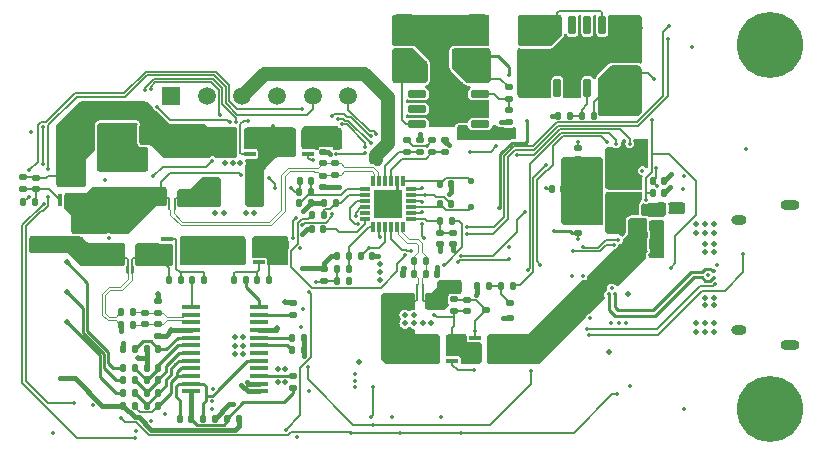
<source format=gbr>
%TF.GenerationSoftware,KiCad,Pcbnew,8.0.3*%
%TF.CreationDate,2024-09-21T22:38:29+02:00*%
%TF.ProjectId,Battery_pack,42617474-6572-4795-9f70-61636b2e6b69,1.0*%
%TF.SameCoordinates,Original*%
%TF.FileFunction,Copper,L4,Bot*%
%TF.FilePolarity,Positive*%
%FSLAX46Y46*%
G04 Gerber Fmt 4.6, Leading zero omitted, Abs format (unit mm)*
G04 Created by KiCad (PCBNEW 8.0.3) date 2024-09-21 22:38:29*
%MOMM*%
%LPD*%
G01*
G04 APERTURE LIST*
G04 Aperture macros list*
%AMRoundRect*
0 Rectangle with rounded corners*
0 $1 Rounding radius*
0 $2 $3 $4 $5 $6 $7 $8 $9 X,Y pos of 4 corners*
0 Add a 4 corners polygon primitive as box body*
4,1,4,$2,$3,$4,$5,$6,$7,$8,$9,$2,$3,0*
0 Add four circle primitives for the rounded corners*
1,1,$1+$1,$2,$3*
1,1,$1+$1,$4,$5*
1,1,$1+$1,$6,$7*
1,1,$1+$1,$8,$9*
0 Add four rect primitives between the rounded corners*
20,1,$1+$1,$2,$3,$4,$5,0*
20,1,$1+$1,$4,$5,$6,$7,0*
20,1,$1+$1,$6,$7,$8,$9,0*
20,1,$1+$1,$8,$9,$2,$3,0*%
G04 Aperture macros list end*
%TA.AperFunction,EtchedComponent*%
%ADD10C,0.000000*%
%TD*%
%TA.AperFunction,ComponentPad*%
%ADD11R,1.520000X1.520000*%
%TD*%
%TA.AperFunction,ComponentPad*%
%ADD12C,1.520000*%
%TD*%
%TA.AperFunction,ComponentPad*%
%ADD13O,1.600000X0.900000*%
%TD*%
%TA.AperFunction,ComponentPad*%
%ADD14O,1.300000X0.900000*%
%TD*%
%TA.AperFunction,ComponentPad*%
%ADD15C,5.600000*%
%TD*%
%TA.AperFunction,SMDPad,CuDef*%
%ADD16RoundRect,0.140000X0.170000X-0.140000X0.170000X0.140000X-0.170000X0.140000X-0.170000X-0.140000X0*%
%TD*%
%TA.AperFunction,SMDPad,CuDef*%
%ADD17RoundRect,0.051250X-0.733750X-0.153750X0.733750X-0.153750X0.733750X0.153750X-0.733750X0.153750X0*%
%TD*%
%TA.AperFunction,SMDPad,CuDef*%
%ADD18RoundRect,0.135000X-0.135000X-0.185000X0.135000X-0.185000X0.135000X0.185000X-0.135000X0.185000X0*%
%TD*%
%TA.AperFunction,SMDPad,CuDef*%
%ADD19RoundRect,0.140000X-0.140000X-0.170000X0.140000X-0.170000X0.140000X0.170000X-0.140000X0.170000X0*%
%TD*%
%TA.AperFunction,SMDPad,CuDef*%
%ADD20RoundRect,0.135000X0.135000X0.185000X-0.135000X0.185000X-0.135000X-0.185000X0.135000X-0.185000X0*%
%TD*%
%TA.AperFunction,SMDPad,CuDef*%
%ADD21C,0.200000*%
%TD*%
%TA.AperFunction,SMDPad,CuDef*%
%ADD22RoundRect,0.225000X-0.225000X-0.250000X0.225000X-0.250000X0.225000X0.250000X-0.225000X0.250000X0*%
%TD*%
%TA.AperFunction,SMDPad,CuDef*%
%ADD23RoundRect,0.250000X0.650000X-0.325000X0.650000X0.325000X-0.650000X0.325000X-0.650000X-0.325000X0*%
%TD*%
%TA.AperFunction,SMDPad,CuDef*%
%ADD24R,0.990000X0.405000*%
%TD*%
%TA.AperFunction,SMDPad,CuDef*%
%ADD25R,0.760000X0.405000*%
%TD*%
%TA.AperFunction,SMDPad,CuDef*%
%ADD26R,1.725000X2.235000*%
%TD*%
%TA.AperFunction,SMDPad,CuDef*%
%ADD27RoundRect,0.140000X-0.170000X0.140000X-0.170000X-0.140000X0.170000X-0.140000X0.170000X0.140000X0*%
%TD*%
%TA.AperFunction,SMDPad,CuDef*%
%ADD28RoundRect,0.135000X0.185000X-0.135000X0.185000X0.135000X-0.185000X0.135000X-0.185000X-0.135000X0*%
%TD*%
%TA.AperFunction,SMDPad,CuDef*%
%ADD29RoundRect,0.140000X0.140000X0.170000X-0.140000X0.170000X-0.140000X-0.170000X0.140000X-0.170000X0*%
%TD*%
%TA.AperFunction,SMDPad,CuDef*%
%ADD30RoundRect,0.135000X-0.185000X0.135000X-0.185000X-0.135000X0.185000X-0.135000X0.185000X0.135000X0*%
%TD*%
%TA.AperFunction,SMDPad,CuDef*%
%ADD31RoundRect,0.250000X-0.650000X0.325000X-0.650000X-0.325000X0.650000X-0.325000X0.650000X0.325000X0*%
%TD*%
%TA.AperFunction,SMDPad,CuDef*%
%ADD32RoundRect,0.250000X-0.262500X-0.450000X0.262500X-0.450000X0.262500X0.450000X-0.262500X0.450000X0*%
%TD*%
%TA.AperFunction,SMDPad,CuDef*%
%ADD33RoundRect,0.250000X0.262500X0.450000X-0.262500X0.450000X-0.262500X-0.450000X0.262500X-0.450000X0*%
%TD*%
%TA.AperFunction,SMDPad,CuDef*%
%ADD34R,0.405000X0.990000*%
%TD*%
%TA.AperFunction,SMDPad,CuDef*%
%ADD35R,0.405000X0.760000*%
%TD*%
%TA.AperFunction,SMDPad,CuDef*%
%ADD36R,2.235000X1.725000*%
%TD*%
%TA.AperFunction,SMDPad,CuDef*%
%ADD37RoundRect,0.150000X0.150000X-0.650000X0.150000X0.650000X-0.150000X0.650000X-0.150000X-0.650000X0*%
%TD*%
%TA.AperFunction,HeatsinkPad*%
%ADD38R,3.200000X2.400000*%
%TD*%
%TA.AperFunction,SMDPad,CuDef*%
%ADD39RoundRect,0.112500X-0.237500X0.112500X-0.237500X-0.112500X0.237500X-0.112500X0.237500X0.112500X0*%
%TD*%
%TA.AperFunction,SMDPad,CuDef*%
%ADD40RoundRect,0.125000X0.125000X-0.125000X0.125000X0.125000X-0.125000X0.125000X-0.125000X-0.125000X0*%
%TD*%
%TA.AperFunction,SMDPad,CuDef*%
%ADD41R,1.500000X2.400000*%
%TD*%
%TA.AperFunction,SMDPad,CuDef*%
%ADD42RoundRect,0.250000X-0.325000X-0.650000X0.325000X-0.650000X0.325000X0.650000X-0.325000X0.650000X0*%
%TD*%
%TA.AperFunction,SMDPad,CuDef*%
%ADD43RoundRect,0.150000X0.650000X0.150000X-0.650000X0.150000X-0.650000X-0.150000X0.650000X-0.150000X0*%
%TD*%
%TA.AperFunction,HeatsinkPad*%
%ADD44R,2.400000X3.200000*%
%TD*%
%TA.AperFunction,SMDPad,CuDef*%
%ADD45R,2.450000X2.450000*%
%TD*%
%TA.AperFunction,SMDPad,CuDef*%
%ADD46RoundRect,0.033750X0.396250X-0.101250X0.396250X0.101250X-0.396250X0.101250X-0.396250X-0.101250X0*%
%TD*%
%TA.AperFunction,SMDPad,CuDef*%
%ADD47RoundRect,0.033750X0.101250X-0.396250X0.101250X0.396250X-0.101250X0.396250X-0.101250X-0.396250X0*%
%TD*%
%TA.AperFunction,ViaPad*%
%ADD48C,0.350000*%
%TD*%
%TA.AperFunction,ViaPad*%
%ADD49C,0.500000*%
%TD*%
%TA.AperFunction,Conductor*%
%ADD50C,0.400000*%
%TD*%
%TA.AperFunction,Conductor*%
%ADD51C,0.250000*%
%TD*%
%TA.AperFunction,Conductor*%
%ADD52C,0.200000*%
%TD*%
%TA.AperFunction,Conductor*%
%ADD53C,0.180000*%
%TD*%
%TA.AperFunction,Conductor*%
%ADD54C,0.267208*%
%TD*%
%TA.AperFunction,Conductor*%
%ADD55C,0.120000*%
%TD*%
G04 APERTURE END LIST*
D10*
%TA.AperFunction,EtchedComponent*%
%TO.C,NT501*%
G36*
X115619200Y-118840600D02*
G01*
X115419200Y-118840600D01*
X115419200Y-118240600D01*
X115619200Y-118240600D01*
X115619200Y-118840600D01*
G37*
%TD.AperFunction*%
%TA.AperFunction,EtchedComponent*%
%TO.C,NT301*%
G36*
X140110199Y-120532700D02*
G01*
X139910199Y-120532700D01*
X139910199Y-119932700D01*
X140110199Y-119932700D01*
X140110199Y-120532700D01*
G37*
%TD.AperFunction*%
%TA.AperFunction,EtchedComponent*%
%TO.C,NT302*%
G36*
X140612800Y-120532700D02*
G01*
X140412800Y-120532700D01*
X140412800Y-119932700D01*
X140612800Y-119932700D01*
X140612800Y-120532700D01*
G37*
%TD.AperFunction*%
%TA.AperFunction,EtchedComponent*%
%TO.C,NT303*%
G36*
X119632400Y-113458200D02*
G01*
X119432400Y-113458200D01*
X119432400Y-112858200D01*
X119632400Y-112858200D01*
X119632400Y-113458200D01*
G37*
%TD.AperFunction*%
%TA.AperFunction,EtchedComponent*%
%TO.C,NT502*%
G36*
X116025600Y-118840600D02*
G01*
X115825600Y-118840600D01*
X115825600Y-118240600D01*
X116025600Y-118240600D01*
X116025600Y-118840600D01*
G37*
%TD.AperFunction*%
%TA.AperFunction,EtchedComponent*%
%TO.C,NT304*%
G36*
X119124400Y-113458200D02*
G01*
X118924400Y-113458200D01*
X118924400Y-112858200D01*
X119124400Y-112858200D01*
X119124400Y-113458200D01*
G37*
%TD.AperFunction*%
%TD*%
D11*
%TO.P,J401,1,Pin_1*%
%TO.N,+12V*%
X119211181Y-103900000D03*
D12*
%TO.P,J401,2,Pin_2*%
%TO.N,GND*%
X122211180Y-103900000D03*
%TO.P,J401,3,Pin_3*%
%TO.N,+5V*%
X125211179Y-103900000D03*
%TO.P,J401,4,Pin_4*%
%TO.N,GND*%
X128211178Y-103900000D03*
%TO.P,J401,5,Pin_5*%
%TO.N,Net-(J401-Pin_5)*%
X131211177Y-103900000D03*
%TO.P,J401,6,Pin_6*%
%TO.N,Net-(J401-Pin_6)*%
X134211176Y-103900000D03*
%TD*%
D13*
%TO.P,J601,S1,SHELL_GND*%
%TO.N,SHELL_GND*%
X171600000Y-124930000D03*
%TO.P,J601,S2,SHELL_GND*%
%TO.N,SHELL_GND_0*%
X171600000Y-113090000D03*
D14*
%TO.P,J601,S3,SHELL_GND*%
%TO.N,SHELL_GND_2*%
X167280000Y-123660000D03*
%TO.P,J601,S4,SHELL_GND*%
%TO.N,SHELL_GND_1*%
X167280000Y-114360000D03*
%TD*%
D15*
%TO.P,REF\u002A\u002A,1*%
%TO.N,N/C*%
X169900000Y-99600000D03*
%TD*%
%TO.P,REF\u002A\u002A,1*%
%TO.N,N/C*%
X169900000Y-130400000D03*
%TD*%
D16*
%TO.P,C205,1*%
%TO.N,PP_5V*%
X153646101Y-115508950D03*
%TO.P,C205,2*%
%TO.N,GND*%
X153646101Y-114548950D03*
%TD*%
D17*
%TO.P,U501,1,VDD*%
%TO.N,/USB-C Controller/Battery Pack Protection/VDD*%
X120929600Y-128898600D03*
%TO.P,U501,2,AVDD*%
%TO.N,/USB-C Controller/Battery Pack Protection/AVDD*%
X120929600Y-128248600D03*
%TO.P,U501,3,VC5*%
%TO.N,/USB-C Controller/Battery Pack Protection/VC4*%
X120929600Y-127598599D03*
%TO.P,U501,4,VC4*%
X120929600Y-126948600D03*
%TO.P,U501,5,VC3*%
%TO.N,/USB-C Controller/Battery Pack Protection/VC3*%
X120929600Y-126298601D03*
%TO.P,U501,6,VC2*%
%TO.N,/USB-C Controller/Battery Pack Protection/VC2*%
X120929600Y-125648600D03*
%TO.P,U501,7,VC1*%
%TO.N,/USB-C Controller/Battery Pack Protection/VC1*%
X120929600Y-124998600D03*
%TO.P,U501,8,VC0*%
%TO.N,/USB-C Controller/Battery Pack Protection/VC0*%
X120929600Y-124348599D03*
%TO.P,U501,9,VSS*%
%TO.N,GND2*%
X120929600Y-123698600D03*
%TO.P,U501,10,SRP*%
%TO.N,/USB-C Controller/Battery Pack Protection/SR_P*%
X120929600Y-123048601D03*
%TO.P,U501,11,SRN*%
%TO.N,/USB-C Controller/Battery Pack Protection/SR_N*%
X120929600Y-122398600D03*
%TO.P,U501,12,DSG*%
%TO.N,/USB-C Controller/Battery Pack Protection/DSG*%
X120929600Y-121748600D03*
%TO.P,U501,13,CHG*%
%TO.N,/USB-C Controller/Battery Pack Protection/CHG*%
X126669600Y-121748600D03*
%TO.P,U501,14,LD*%
%TO.N,/USB-C Controller/Battery Pack Protection/LD*%
X126669600Y-122398600D03*
%TO.P,U501,15,LPWR*%
%TO.N,unconnected-(U501-LPWR-Pad15)*%
X126669600Y-123048601D03*
%TO.P,U501,16,CBI*%
%TO.N,GND2*%
X126669600Y-123698600D03*
%TO.P,U501,17,OCDP*%
%TO.N,/USB-C Controller/Battery Pack Protection/OCDP*%
X126669600Y-124348599D03*
%TO.P,U501,18,TS*%
%TO.N,/USB-C Controller/Battery Pack Protection/TS*%
X126669600Y-124998600D03*
%TO.P,U501,19,VTB*%
%TO.N,unconnected-(U501-VTB-Pad19)*%
X126669600Y-125648600D03*
%TO.P,U501,20,CCFG*%
%TO.N,/USB-C Controller/Battery Pack Protection/AVDD*%
X126669600Y-126298601D03*
%TO.P,U501,21,CBO*%
%TO.N,unconnected-(U501-CBO-Pad21)*%
X126669600Y-126948600D03*
%TO.P,U501,22,PRES*%
%TO.N,/USB-C Controller/Battery Pack Protection/PRES*%
X126669600Y-127598599D03*
%TO.P,U501,23,CTRC*%
%TO.N,GND2*%
X126669600Y-128248600D03*
%TO.P,U501,24,CTRD*%
X126669600Y-128898600D03*
%TD*%
D18*
%TO.P,R305,1*%
%TO.N,/USB-C Controller/Battery Charger/U1BATDRV*%
X106693401Y-112899399D03*
%TO.P,R305,2*%
%TO.N,/USB-C Controller/Battery Charger/U1BATGATE*%
X107713399Y-112899399D03*
%TD*%
%TO.P,R505,1*%
%TO.N,/USB-C Controller/Battery Pack Protection/B2-B3*%
X115162201Y-127970200D03*
%TO.P,R505,2*%
%TO.N,/USB-C Controller/Battery Pack Protection/VC2*%
X116182199Y-127970200D03*
%TD*%
D19*
%TO.P,C510,1*%
%TO.N,GND2*%
X117172800Y-125323600D03*
%TO.P,C510,2*%
%TO.N,/USB-C Controller/Battery Pack Protection/VC0*%
X118132800Y-125323600D03*
%TD*%
D20*
%TO.P,R307,1*%
%TO.N,Net-(Q304-G)*%
X146108698Y-119945101D03*
%TO.P,R307,2*%
%TO.N,GND*%
X145088700Y-119945101D03*
%TD*%
D19*
%TO.P,C311,2*%
%TO.N,GND*%
X136217601Y-117449600D03*
%TO.P,C311,1*%
%TO.N,/USB-C Controller/Battery Charger/U1VREF*%
X135257601Y-117449600D03*
%TD*%
%TO.P,C201,1*%
%TO.N,LDO_1V8*%
X151438901Y-111726950D03*
%TO.P,C201,2*%
%TO.N,GND*%
X152398901Y-111726950D03*
%TD*%
D21*
%TO.P,NT501,1,1*%
%TO.N,GND2*%
X115519200Y-118240600D03*
%TO.P,NT501,2,2*%
%TO.N,/USB-C Controller/Battery Pack Protection/NPACK_P*%
X115519200Y-118840600D03*
%TD*%
D22*
%TO.P,C209,1*%
%TO.N,VBUS2*%
X160667400Y-113403350D03*
%TO.P,C209,2*%
%TO.N,GND*%
X162217400Y-113403350D03*
%TD*%
D19*
%TO.P,C305,2*%
%TO.N,/USB-C Controller/Battery Charger/U1AC_N*%
X140761601Y-117876801D03*
%TO.P,C305,1*%
%TO.N,/USB-C Controller/Battery Charger/U1AC_P*%
X139801601Y-117876801D03*
%TD*%
D23*
%TO.P,C402,1*%
%TO.N,+3V3*%
X158076800Y-101967000D03*
%TO.P,C402,2*%
%TO.N,GND*%
X158076800Y-99016998D03*
%TD*%
D24*
%TO.P,Q502,1*%
%TO.N,GND*%
X126611700Y-116002400D03*
%TO.P,Q502,2*%
X126611700Y-116662400D03*
%TO.P,Q502,3*%
X126611700Y-117322400D03*
%TO.P,Q502,4*%
%TO.N,/USB-C Controller/Battery Pack Protection/CHR_G*%
X126611700Y-117982400D03*
D25*
%TO.P,Q502,5*%
%TO.N,/USB-C Controller/Battery Pack Protection/S2SP*%
X123626700Y-117982400D03*
%TO.P,Q502,6*%
X123626700Y-117322400D03*
%TO.P,Q502,7*%
X123626700Y-116662400D03*
%TO.P,Q502,8*%
X123626700Y-116002400D03*
D26*
%TO.P,Q502,9*%
X124619200Y-116992400D03*
%TD*%
D27*
%TO.P,C303,1*%
%TO.N,/USB-C Controller/Battery Charger/GATE3*%
X144232599Y-121141501D03*
%TO.P,C303,2*%
%TO.N,/USB-C Controller/Battery Charger/S2S3*%
X144232599Y-122101501D03*
%TD*%
D21*
%TO.P,NT301,1,1*%
%TO.N,/USB-C Controller/Battery Charger/U1AC_P*%
X140010199Y-119932700D03*
%TO.P,NT301,2,2*%
%TO.N,/USB-C Controller/Battery Charger/U1ACP*%
X140010199Y-120532700D03*
%TD*%
D18*
%TO.P,R502,1*%
%TO.N,/USB-C Controller/Battery Charger/VBAT*%
X115162201Y-130103800D03*
%TO.P,R502,2*%
%TO.N,/USB-C Controller/Battery Pack Protection/VC4*%
X116182199Y-130103800D03*
%TD*%
%TO.P,R511,1*%
%TO.N,GND2*%
X115159601Y-125323600D03*
%TO.P,R511,2*%
%TO.N,/USB-C Controller/Battery Pack Protection/VC0*%
X116179599Y-125323600D03*
%TD*%
D27*
%TO.P,C313,2*%
%TO.N,/USB-C Controller/Battery Charger/U1SRP_N*%
X133096000Y-110563600D03*
%TO.P,C313,1*%
%TO.N,/USB-C Controller/Battery Charger/U1SRP_P*%
X133096000Y-109603600D03*
%TD*%
D21*
%TO.P,NT302,1,1*%
%TO.N,/USB-C Controller/Battery Charger/U1AC_N*%
X140512800Y-119932700D03*
%TO.P,NT302,2,2*%
%TO.N,VSYS*%
X140512800Y-120532700D03*
%TD*%
D28*
%TO.P,R313,2*%
%TO.N,GND*%
X140258800Y-107643200D03*
%TO.P,R313,1*%
%TO.N,/USB-C Controller/Battery Charger/U1ISET2*%
X140258800Y-108663198D03*
%TD*%
D16*
%TO.P,C304,1*%
%TO.N,/USB-C Controller/Battery Charger/U1BATGATE*%
X107762200Y-111753799D03*
%TO.P,C304,2*%
%TO.N,VSYS*%
X107762200Y-110793799D03*
%TD*%
%TO.P,C302,2*%
%TO.N,/USB-C Controller/Battery Charger/U3VCC*%
X143052801Y-115496400D03*
%TO.P,C302,1*%
%TO.N,GND*%
X143052801Y-116456400D03*
%TD*%
D18*
%TO.P,R319,2*%
%TO.N,GND*%
X131066000Y-112979199D03*
%TO.P,R319,1*%
%TO.N,/USB-C Controller/Battery Charger/U1VFB*%
X130046002Y-112979199D03*
%TD*%
%TO.P,R310,2*%
%TO.N,/USB-C Controller/Battery Charger/U1ISET1*%
X132111998Y-113995200D03*
%TO.P,R310,1*%
%TO.N,PP_HV*%
X131092000Y-113995200D03*
%TD*%
D29*
%TO.P,C308,2*%
%TO.N,/USB-C Controller/Battery Charger/U1REGN*%
X141963201Y-111353600D03*
%TO.P,C308,1*%
%TO.N,GND*%
X142923201Y-111353600D03*
%TD*%
D19*
%TO.P,C315,2*%
%TO.N,/USB-C Controller/Battery Charger/U1TTC*%
X132102800Y-115163600D03*
%TO.P,C315,1*%
%TO.N,GND*%
X131142800Y-115163600D03*
%TD*%
D20*
%TO.P,R514,1*%
%TO.N,/USB-C Controller/Battery Pack Protection/DSG_G*%
X120042399Y-119430800D03*
%TO.P,R514,2*%
%TO.N,Net-(NT502-Pad1)*%
X119022401Y-119430800D03*
%TD*%
D16*
%TO.P,C509,1*%
%TO.N,/USB-C Controller/Battery Pack Protection/SR_N*%
X118059200Y-122247600D03*
%TO.P,C509,2*%
%TO.N,GND2*%
X118059200Y-121287600D03*
%TD*%
D21*
%TO.P,NT303,1,1*%
%TO.N,/USB-C Controller/Battery Charger/U1SRP_P*%
X119532400Y-113458200D03*
%TO.P,NT303,2,2*%
%TO.N,/USB-C Controller/Battery Charger/SW_BAT_R*%
X119532400Y-112858200D03*
%TD*%
D30*
%TO.P,R309,2*%
%TO.N,/USB-C Controller/Battery Charger/U1ISET2*%
X139192000Y-108663199D03*
%TO.P,R309,1*%
%TO.N,PP_HV*%
X139192000Y-107643201D03*
%TD*%
D28*
%TO.P,R516,1*%
%TO.N,/USB-C Controller/Battery Pack Protection/LD*%
X129515200Y-122407599D03*
%TO.P,R516,2*%
%TO.N,GND*%
X129515200Y-121387601D03*
%TD*%
D29*
%TO.P,C314,2*%
%TO.N,/USB-C Controller/Battery Charger/VBAT*%
X130076000Y-111048800D03*
%TO.P,C314,1*%
%TO.N,/USB-C Controller/Battery Charger/U1VFB*%
X131036000Y-111048800D03*
%TD*%
D16*
%TO.P,C312,2*%
%TO.N,/USB-C Controller/Battery Charger/U1SRP_N*%
X132080000Y-110670400D03*
%TO.P,C312,1*%
%TO.N,GND*%
X132080000Y-111630400D03*
%TD*%
D18*
%TO.P,R509,1*%
%TO.N,/USB-C Controller/Battery Pack Protection/DSG*%
X120952801Y-119430800D03*
%TO.P,R509,2*%
%TO.N,/USB-C Controller/Battery Pack Protection/DSG_G*%
X121972799Y-119430800D03*
%TD*%
%TO.P,R508,1*%
%TO.N,/USB-C Controller/Battery Pack Protection/B3-B4*%
X115162201Y-126903400D03*
%TO.P,R508,2*%
%TO.N,/USB-C Controller/Battery Pack Protection/VC1*%
X116182199Y-126903400D03*
%TD*%
D27*
%TO.P,C508,1*%
%TO.N,/USB-C Controller/Battery Pack Protection/SR_P*%
X118059200Y-123206800D03*
%TO.P,C508,2*%
%TO.N,GND2*%
X118059200Y-124166800D03*
%TD*%
D31*
%TO.P,C310,1*%
%TO.N,GND*%
X116230402Y-109646400D03*
%TO.P,C310,2*%
%TO.N,/USB-C Controller/Battery Charger/VBAT*%
X116230402Y-112596402D03*
%TD*%
D19*
%TO.P,C503,1*%
%TO.N,/USB-C Controller/Battery Pack Protection/AVDD*%
X121923200Y-131196000D03*
%TO.P,C503,2*%
%TO.N,GND2*%
X122883200Y-131196000D03*
%TD*%
D20*
%TO.P,R510,1*%
%TO.N,/USB-C Controller/Battery Pack Protection/CHG*%
X125526800Y-119430800D03*
%TO.P,R510,2*%
%TO.N,/USB-C Controller/Battery Pack Protection/CHR_G*%
X124506802Y-119430800D03*
%TD*%
D24*
%TO.P,Q306,1*%
%TO.N,GND*%
X130821302Y-106829401D03*
%TO.P,Q306,2*%
X130821302Y-107489401D03*
%TO.P,Q306,3*%
X130821302Y-108149401D03*
%TO.P,Q306,4*%
%TO.N,/USB-C Controller/Battery Charger/U1LODRV*%
X130821302Y-108809401D03*
D25*
%TO.P,Q306,5*%
%TO.N,/USB-C Controller/Battery Charger/SW_BAT*%
X127836302Y-108809401D03*
%TO.P,Q306,6*%
X127836302Y-108149401D03*
%TO.P,Q306,7*%
X127836302Y-107489401D03*
%TO.P,Q306,8*%
X127836302Y-106829401D03*
D26*
%TO.P,Q306,9*%
X128828802Y-107819401D03*
%TD*%
D31*
%TO.P,C401,1*%
%TO.N,VSYS*%
X149542399Y-99016999D03*
%TO.P,C401,2*%
%TO.N,GND*%
X149542399Y-101967001D03*
%TD*%
D20*
%TO.P,R314,2*%
%TO.N,GND*%
X132179602Y-112928400D03*
%TO.P,R314,1*%
%TO.N,/USB-C Controller/Battery Charger/U1ISET1*%
X133199600Y-112928400D03*
%TD*%
D30*
%TO.P,R308,2*%
%TO.N,/USB-C Controller/Battery Charger/U1ACSET*%
X141325600Y-108661199D03*
%TO.P,R308,1*%
%TO.N,PP_HV*%
X141325600Y-107641201D03*
%TD*%
D20*
%TO.P,R301,2*%
%TO.N,/USB-C Controller/Battery Charger/U3VCC*%
X141984002Y-114452400D03*
%TO.P,R301,1*%
%TO.N,/USB-C Controller/Battery Charger/S2S3*%
X143004000Y-114452400D03*
%TD*%
D32*
%TO.P,R517,1*%
%TO.N,GND2*%
X114809900Y-117576400D03*
%TO.P,R517,2*%
%TO.N,Net-(NT502-Pad1)*%
X116634900Y-117576400D03*
%TD*%
D18*
%TO.P,R507,1*%
%TO.N,/USB-C Controller/Battery Pack Protection/TS*%
X129462401Y-125404800D03*
%TO.P,R507,2*%
%TO.N,GND2*%
X130482399Y-125404800D03*
%TD*%
D20*
%TO.P,R513,1*%
%TO.N,/USB-C Controller/Battery Pack Protection/SR_N*%
X115978399Y-122188199D03*
%TO.P,R513,2*%
%TO.N,/USB-C Controller/Battery Pack Protection/NPACK_N*%
X114958401Y-122188199D03*
%TD*%
D30*
%TO.P,R404,1*%
%TO.N,/Power/U2FB*%
X147777200Y-105112001D03*
%TO.P,R404,2*%
%TO.N,GND*%
X147777200Y-106131999D03*
%TD*%
D19*
%TO.P,C208,1*%
%TO.N,+3V3*%
X159973301Y-112133350D03*
%TO.P,C208,2*%
%TO.N,GND*%
X160933301Y-112133350D03*
%TD*%
D31*
%TO.P,C309,1*%
%TO.N,GND*%
X113893604Y-109646400D03*
%TO.P,C309,2*%
%TO.N,/USB-C Controller/Battery Charger/VBAT*%
X113893604Y-112596402D03*
%TD*%
D21*
%TO.P,NT502,1,1*%
%TO.N,Net-(NT502-Pad1)*%
X115925600Y-118240600D03*
%TO.P,NT502,2,2*%
%TO.N,/USB-C Controller/Battery Pack Protection/NPACK_N*%
X115925600Y-118840600D03*
%TD*%
D23*
%TO.P,C404,1*%
%TO.N,PP_5V*%
X145084800Y-100484201D03*
%TO.P,C404,2*%
%TO.N,GND*%
X145084800Y-97534199D03*
%TD*%
D18*
%TO.P,R320,2*%
%TO.N,/USB-C Controller/Battery Charger/U1TS*%
X134238400Y-118516400D03*
%TO.P,R320,1*%
%TO.N,/USB-C Controller/Battery Charger/U1NTC*%
X133218402Y-118516400D03*
%TD*%
D30*
%TO.P,R304,1*%
%TO.N,VSYS*%
X106695401Y-110763800D03*
%TO.P,R304,2*%
%TO.N,/USB-C Controller/Battery Charger/U1BATGATE*%
X106695401Y-111783798D03*
%TD*%
D29*
%TO.P,C505,1*%
%TO.N,/USB-C Controller/Battery Pack Protection/VC2*%
X118133400Y-127970200D03*
%TO.P,C505,2*%
%TO.N,/USB-C Controller/Battery Pack Protection/VC1*%
X117173400Y-127970200D03*
%TD*%
D33*
%TO.P,R311,1*%
%TO.N,/USB-C Controller/Battery Charger/SW_BAT_R*%
X120190902Y-112493001D03*
%TO.P,R311,2*%
%TO.N,/USB-C Controller/Battery Charger/VBAT*%
X118365902Y-112493001D03*
%TD*%
D28*
%TO.P,R303,1*%
%TO.N,/USB-C Controller/Battery Charger/S2S3*%
X143154400Y-122118800D03*
%TO.P,R303,2*%
%TO.N,/USB-C Controller/Battery Charger/GATE3*%
X143154400Y-121098802D03*
%TD*%
D30*
%TO.P,R503,1*%
%TO.N,/USB-C Controller/Battery Pack Protection/PRES*%
X129515200Y-127587201D03*
%TO.P,R503,2*%
%TO.N,/USB-C Controller/Battery Pack Protection/VDD*%
X129515200Y-128607199D03*
%TD*%
D29*
%TO.P,C307,2*%
%TO.N,/USB-C Controller/Battery Charger/U1BTST*%
X141963200Y-113030000D03*
%TO.P,C307,1*%
%TO.N,/USB-C Controller/Battery Charger/SW_BAT*%
X142923200Y-113030000D03*
%TD*%
D27*
%TO.P,C206,1*%
%TO.N,PP_5V*%
X153646101Y-108300550D03*
%TO.P,C206,2*%
%TO.N,GND*%
X153646101Y-109260550D03*
%TD*%
D34*
%TO.P,Q303,1*%
%TO.N,/USB-C Controller/Battery Charger/VBAT*%
X111747401Y-112657999D03*
%TO.P,Q303,2*%
X111087401Y-112657999D03*
%TO.P,Q303,3*%
X110427401Y-112657999D03*
%TO.P,Q303,4*%
%TO.N,/USB-C Controller/Battery Charger/U1BATGATE*%
X109767401Y-112657999D03*
D35*
%TO.P,Q303,5*%
%TO.N,VSYS*%
X109767401Y-109672999D03*
%TO.P,Q303,6*%
X110427401Y-109672999D03*
%TO.P,Q303,7*%
X111087401Y-109672999D03*
%TO.P,Q303,8*%
X111747401Y-109672999D03*
D36*
%TO.P,Q303,9*%
X110757401Y-110665499D03*
%TD*%
D32*
%TO.P,R302,1*%
%TO.N,/USB-C Controller/Battery Charger/U1ACP*%
X139346299Y-121275300D03*
%TO.P,R302,2*%
%TO.N,VSYS*%
X141171299Y-121275300D03*
%TD*%
D20*
%TO.P,R318,2*%
%TO.N,/USB-C Controller/Battery Charger/U1NTC*%
X133218402Y-119583200D03*
%TO.P,R318,1*%
%TO.N,/USB-C Controller/Battery Charger/VREF*%
X134238400Y-119583200D03*
%TD*%
D23*
%TO.P,C403,1*%
%TO.N,VBUS2*%
X138938000Y-100484201D03*
%TO.P,C403,2*%
%TO.N,GND*%
X138938000Y-97534199D03*
%TD*%
D37*
%TO.P,U401,1,VO*%
%TO.N,+3V3*%
X155714598Y-103192800D03*
%TO.P,U401,2,FB*%
%TO.N,/Power/U1FB*%
X154444599Y-103192800D03*
%TO.P,U401,3,GND*%
%TO.N,GND*%
X153174599Y-103192800D03*
%TO.P,U401,4,NC*%
%TO.N,unconnected-(U401-NC-Pad4)*%
X151904600Y-103192800D03*
%TO.P,U401,5,EN*%
%TO.N,VSYS*%
X151904600Y-97892800D03*
%TO.P,U401,6,NC*%
%TO.N,unconnected-(U401-NC-Pad6)*%
X153174599Y-97892800D03*
%TO.P,U401,7,NC*%
%TO.N,unconnected-(U401-NC-Pad7)*%
X154444599Y-97892800D03*
%TO.P,U401,8,VCC*%
%TO.N,VSYS*%
X155714598Y-97892800D03*
D38*
%TO.P,U401,9,GND*%
%TO.N,GND*%
X153809599Y-100542800D03*
%TD*%
D18*
%TO.P,R306,1*%
%TO.N,Net-(Q304-G)*%
X147120700Y-119945101D03*
%TO.P,R306,2*%
%TO.N,IC_VIN_EN*%
X148140698Y-119945101D03*
%TD*%
D39*
%TO.P,Q304,1,G*%
%TO.N,Net-(Q304-G)*%
X147868699Y-121378801D03*
%TO.P,Q304,2,S*%
%TO.N,GND*%
X147868699Y-122678801D03*
%TO.P,Q304,3,D*%
%TO.N,/USB-C Controller/Battery Charger/GATE3*%
X145868699Y-122028801D03*
%TD*%
D22*
%TO.P,C203,1*%
%TO.N,PP_HV*%
X158560700Y-116451350D03*
%TO.P,C203,2*%
%TO.N,GND*%
X160110700Y-116451350D03*
%TD*%
D16*
%TO.P,C318,2*%
%TO.N,/USB-C Controller/Battery Charger/U3VCC*%
X141986001Y-115496400D03*
%TO.P,C318,1*%
%TO.N,GND*%
X141986001Y-116456400D03*
%TD*%
D20*
%TO.P,R402,1*%
%TO.N,/Power/U1FB*%
X152996800Y-105572000D03*
%TO.P,R402,2*%
%TO.N,GND*%
X151976802Y-105572000D03*
%TD*%
D24*
%TO.P,Q301,1*%
%TO.N,/USB-C Controller/Battery Charger/S2S3*%
X144920199Y-126325401D03*
%TO.P,Q301,2*%
X144920199Y-125665401D03*
%TO.P,Q301,3*%
X144920199Y-125005401D03*
%TO.P,Q301,4*%
%TO.N,/USB-C Controller/Battery Charger/GATE3*%
X144920199Y-124345401D03*
D25*
%TO.P,Q301,5*%
%TO.N,PP_HV*%
X147905199Y-124345401D03*
%TO.P,Q301,6*%
X147905199Y-125005401D03*
%TO.P,Q301,7*%
X147905199Y-125665401D03*
%TO.P,Q301,8*%
X147905199Y-126325401D03*
D26*
%TO.P,Q301,9*%
X146912699Y-125335401D03*
%TD*%
D40*
%TO.P,D301,2,A*%
%TO.N,/USB-C Controller/Battery Charger/U1REGN*%
X144627600Y-111117201D03*
%TO.P,D301,1,K*%
%TO.N,/USB-C Controller/Battery Charger/U1BTST*%
X144627600Y-113317199D03*
%TD*%
D29*
%TO.P,C317,2*%
%TO.N,/USB-C Controller/Battery Charger/U1AC_N*%
X140789599Y-118943601D03*
%TO.P,C317,1*%
%TO.N,GND*%
X141749599Y-118943601D03*
%TD*%
D19*
%TO.P,C306,2*%
%TO.N,/USB-C Controller/Battery Charger/U1AC_P*%
X139773599Y-118943601D03*
%TO.P,C306,1*%
%TO.N,GND*%
X138813599Y-118943601D03*
%TD*%
D21*
%TO.P,NT304,1,1*%
%TO.N,/USB-C Controller/Battery Charger/U1SRP_N*%
X119024400Y-113458200D03*
%TO.P,NT304,2,2*%
%TO.N,/USB-C Controller/Battery Charger/VBAT*%
X119024400Y-112858200D03*
%TD*%
D41*
%TO.P,L301,1,1*%
%TO.N,/USB-C Controller/Battery Charger/SW_BAT*%
X126310003Y-112035801D03*
%TO.P,L301,2,2*%
%TO.N,/USB-C Controller/Battery Charger/SW_BAT_R*%
X122610001Y-112035801D03*
%TD*%
D20*
%TO.P,R401,1*%
%TO.N,+3V3*%
X154986800Y-105572000D03*
%TO.P,R401,2*%
%TO.N,/Power/U1FB*%
X153966802Y-105572000D03*
%TD*%
D24*
%TO.P,Q501,1*%
%TO.N,Net-(NT502-Pad1)*%
X118833400Y-117982400D03*
%TO.P,Q501,2*%
X118833400Y-117322400D03*
%TO.P,Q501,3*%
X118833400Y-116662400D03*
%TO.P,Q501,4*%
%TO.N,/USB-C Controller/Battery Pack Protection/DSG_G*%
X118833400Y-116002400D03*
D25*
%TO.P,Q501,5*%
%TO.N,/USB-C Controller/Battery Pack Protection/S2SP*%
X121818400Y-116002400D03*
%TO.P,Q501,6*%
X121818400Y-116662400D03*
%TO.P,Q501,7*%
X121818400Y-117322400D03*
%TO.P,Q501,8*%
X121818400Y-117982400D03*
D26*
%TO.P,Q501,9*%
X120825900Y-116992400D03*
%TD*%
D18*
%TO.P,R501,1*%
%TO.N,/USB-C Controller/Battery Pack Protection/VDD*%
X123925201Y-131196000D03*
%TO.P,R501,2*%
%TO.N,/USB-C Controller/Battery Charger/VBAT*%
X124945199Y-131196000D03*
%TD*%
D30*
%TO.P,R403,1*%
%TO.N,PP_5V*%
X147777200Y-103122001D03*
%TO.P,R403,2*%
%TO.N,/Power/U2FB*%
X147777200Y-104141999D03*
%TD*%
D42*
%TO.P,C301,1*%
%TO.N,GND*%
X114145799Y-107137200D03*
%TO.P,C301,2*%
%TO.N,VSYS*%
X117095801Y-107137200D03*
%TD*%
D43*
%TO.P,U402,1,VO*%
%TO.N,PP_5V*%
X145347200Y-102438201D03*
%TO.P,U402,2,FB*%
%TO.N,/Power/U2FB*%
X145347200Y-103708200D03*
%TO.P,U402,3,GND*%
%TO.N,GND*%
X145347200Y-104978200D03*
%TO.P,U402,4,NC*%
%TO.N,unconnected-(U402-NC-Pad4)*%
X145347200Y-106248199D03*
%TO.P,U402,5,EN*%
%TO.N,VBUS2*%
X140047200Y-106248199D03*
%TO.P,U402,6,NC*%
%TO.N,unconnected-(U402-NC-Pad6)*%
X140047200Y-104978200D03*
%TO.P,U402,7,NC*%
%TO.N,unconnected-(U402-NC-Pad7)*%
X140047200Y-103708200D03*
%TO.P,U402,8,VCC*%
%TO.N,VBUS2*%
X140047200Y-102438201D03*
D44*
%TO.P,U402,9,GND*%
%TO.N,GND*%
X142697200Y-104343200D03*
%TD*%
D24*
%TO.P,Q305,1*%
%TO.N,/USB-C Controller/Battery Charger/SW_BAT*%
X125863103Y-106829400D03*
%TO.P,Q305,2*%
X125863103Y-107489400D03*
%TO.P,Q305,3*%
X125863103Y-108149400D03*
%TO.P,Q305,4*%
%TO.N,/USB-C Controller/Battery Charger/U1HIDRV*%
X125863103Y-108809400D03*
D25*
%TO.P,Q305,5*%
%TO.N,VSYS*%
X122878103Y-108809400D03*
%TO.P,Q305,6*%
X122878103Y-108149400D03*
%TO.P,Q305,7*%
X122878103Y-107489400D03*
%TO.P,Q305,8*%
X122878103Y-106829400D03*
D26*
%TO.P,Q305,9*%
X123870603Y-107819400D03*
%TD*%
D29*
%TO.P,C506,1*%
%TO.N,/USB-C Controller/Battery Pack Protection/VC1*%
X118133400Y-126903400D03*
%TO.P,C506,2*%
%TO.N,GND2*%
X117173400Y-126903400D03*
%TD*%
D18*
%TO.P,R504,1*%
%TO.N,/USB-C Controller/Battery Pack Protection/B1-B2*%
X115162201Y-129037000D03*
%TO.P,R504,2*%
%TO.N,/USB-C Controller/Battery Pack Protection/VC3*%
X116182199Y-129037000D03*
%TD*%
%TO.P,R316,2*%
%TO.N,/USB-C Controller/Battery Charger/U1VFB*%
X131065999Y-112014000D03*
%TO.P,R316,1*%
%TO.N,/USB-C Controller/Battery Charger/VBAT*%
X130046001Y-112014000D03*
%TD*%
D22*
%TO.P,C204,1*%
%TO.N,PP_HV*%
X158560701Y-114927350D03*
%TO.P,C204,2*%
%TO.N,GND*%
X160110701Y-114927350D03*
%TD*%
D20*
%TO.P,R506,1*%
%TO.N,GND2*%
X130482399Y-124337999D03*
%TO.P,R506,2*%
%TO.N,/USB-C Controller/Battery Pack Protection/OCDP*%
X129462401Y-124337999D03*
%TD*%
D28*
%TO.P,R321,2*%
%TO.N,GND*%
X132153601Y-118565200D03*
%TO.P,R321,1*%
%TO.N,/USB-C Controller/Battery Charger/U1NTC*%
X132153601Y-119585198D03*
%TD*%
%TO.P,R312,2*%
%TO.N,GND*%
X142392401Y-107643201D03*
%TO.P,R312,1*%
%TO.N,/USB-C Controller/Battery Charger/U1ACSET*%
X142392401Y-108663199D03*
%TD*%
D27*
%TO.P,C319,2*%
%TO.N,/USB-C Controller/Battery Charger/U1SRP_P*%
X132080000Y-109598400D03*
%TO.P,C319,1*%
%TO.N,GND*%
X132080000Y-108638400D03*
%TD*%
D18*
%TO.P,R515,1*%
%TO.N,/USB-C Controller/Battery Pack Protection/CHR_G*%
X126439201Y-119430800D03*
%TO.P,R515,2*%
%TO.N,GND*%
X127459199Y-119430800D03*
%TD*%
D19*
%TO.P,C202,1*%
%TO.N,LDO_3V3*%
X159973301Y-111117350D03*
%TO.P,C202,2*%
%TO.N,GND*%
X160933301Y-111117350D03*
%TD*%
D29*
%TO.P,C501,1*%
%TO.N,/USB-C Controller/Battery Pack Protection/VDD*%
X120902000Y-131196000D03*
%TO.P,C501,2*%
%TO.N,/USB-C Controller/Battery Pack Protection/AVDD*%
X119942000Y-131196000D03*
%TD*%
%TO.P,C502,1*%
%TO.N,/USB-C Controller/Battery Pack Protection/VC4*%
X118133400Y-130103800D03*
%TO.P,C502,2*%
%TO.N,/USB-C Controller/Battery Pack Protection/VC3*%
X117173400Y-130103800D03*
%TD*%
D24*
%TO.P,Q302,1*%
%TO.N,/USB-C Controller/Battery Charger/S2S3*%
X143020498Y-124339901D03*
%TO.P,Q302,2*%
X143020498Y-124999901D03*
%TO.P,Q302,3*%
X143020498Y-125659901D03*
%TO.P,Q302,4*%
%TO.N,/USB-C Controller/Battery Charger/GATE3*%
X143020498Y-126319901D03*
D25*
%TO.P,Q302,5*%
%TO.N,/USB-C Controller/Battery Charger/U1ACP*%
X140035498Y-126319901D03*
%TO.P,Q302,6*%
X140035498Y-125659901D03*
%TO.P,Q302,7*%
X140035498Y-124999901D03*
%TO.P,Q302,8*%
X140035498Y-124339901D03*
D26*
%TO.P,Q302,9*%
X141027998Y-125329901D03*
%TD*%
D20*
%TO.P,R512,1*%
%TO.N,/USB-C Controller/Battery Pack Protection/SR_P*%
X115978399Y-123254999D03*
%TO.P,R512,2*%
%TO.N,/USB-C Controller/Battery Pack Protection/NPACK_P*%
X114958401Y-123254999D03*
%TD*%
D16*
%TO.P,C507,1*%
%TO.N,/USB-C Controller/Battery Pack Protection/SR_P*%
X116992400Y-123201599D03*
%TO.P,C507,2*%
%TO.N,/USB-C Controller/Battery Pack Protection/SR_N*%
X116992400Y-122241599D03*
%TD*%
D45*
%TO.P,U301,25,EPAD*%
%TO.N,GND*%
X137566401Y-113030000D03*
D46*
%TO.P,U301,24,VCC*%
%TO.N,/USB-C Controller/Battery Charger/U3VCC*%
X139501401Y-114280000D03*
%TO.P,U301,23,~{BATDRV}*%
%TO.N,/USB-C Controller/Battery Charger/U1BATDRV*%
X139501402Y-113780000D03*
%TO.P,U301,22,BTST*%
%TO.N,/USB-C Controller/Battery Charger/U1BTST*%
X139501401Y-113280000D03*
%TO.P,U301,21,HIDRV*%
%TO.N,/USB-C Controller/Battery Charger/U1HIDRV*%
X139501401Y-112780000D03*
%TO.P,U301,20,PH*%
%TO.N,/USB-C Controller/Battery Charger/SW_BAT*%
X139501402Y-112280000D03*
%TO.P,U301,19,LODRV*%
%TO.N,/USB-C Controller/Battery Charger/U1LODRV*%
X139501401Y-111780000D03*
D47*
%TO.P,U301,18,REGN*%
%TO.N,/USB-C Controller/Battery Charger/U1REGN*%
X138816401Y-111095000D03*
%TO.P,U301,17,GND*%
%TO.N,GND*%
X138316401Y-111094999D03*
%TO.P,U301,16,ACSET*%
%TO.N,/USB-C Controller/Battery Charger/U1ACSET*%
X137816401Y-111095000D03*
%TO.P,U301,15,ISET2*%
%TO.N,/USB-C Controller/Battery Charger/U1ISET2*%
X137316401Y-111095000D03*
%TO.P,U301,14,SRP*%
%TO.N,/USB-C Controller/Battery Charger/U1SRP_P*%
X136816401Y-111094999D03*
%TO.P,U301,13,SRN*%
%TO.N,/USB-C Controller/Battery Charger/U1SRP_N*%
X136316401Y-111095000D03*
D46*
%TO.P,U301,12,VFB*%
%TO.N,/USB-C Controller/Battery Charger/U1VFB*%
X135631401Y-111780000D03*
%TO.P,U301,11,ISET1*%
%TO.N,/USB-C Controller/Battery Charger/U1ISET1*%
X135631400Y-112280000D03*
%TO.P,U301,10,VREF*%
%TO.N,/USB-C Controller/Battery Charger/U1VREF*%
X135631401Y-112780000D03*
%TO.P,U301,9,STAT2*%
%TO.N,/USB-C Controller/Battery Charger/U1STAT2*%
X135631401Y-113280000D03*
%TO.P,U301,8,~{PG}*%
%TO.N,unconnected-(U301-~{PG}-Pad8)*%
X135631400Y-113780000D03*
%TO.P,U301,7,TTC*%
%TO.N,/USB-C Controller/Battery Charger/U1TTC*%
X135631401Y-114280000D03*
D47*
%TO.P,U301,6,TS*%
%TO.N,/USB-C Controller/Battery Charger/U1TS*%
X136316401Y-114965000D03*
%TO.P,U301,5,STAT1*%
%TO.N,/USB-C Controller/Battery Charger/U1STAT1*%
X136816401Y-114965001D03*
%TO.P,U301,4,CE*%
%TO.N,/USB-C Controller/Battery Charger/U1VREF*%
X137316401Y-114965000D03*
%TO.P,U301,3,~{ACDRV}*%
%TO.N,BMS_~{ACDRV}*%
X137816401Y-114965000D03*
%TO.P,U301,2,ACP*%
%TO.N,/USB-C Controller/Battery Charger/U1AC_P*%
X138316401Y-114965001D03*
%TO.P,U301,1,ACN*%
%TO.N,/USB-C Controller/Battery Charger/U1AC_N*%
X138816401Y-114965000D03*
%TD*%
D29*
%TO.P,C504,1*%
%TO.N,/USB-C Controller/Battery Pack Protection/VC3*%
X118130800Y-129037000D03*
%TO.P,C504,2*%
%TO.N,/USB-C Controller/Battery Pack Protection/VC2*%
X117170800Y-129037000D03*
%TD*%
D19*
%TO.P,C316,2*%
%TO.N,/USB-C Controller/Battery Charger/U1TS*%
X134236401Y-117449600D03*
%TO.P,C316,1*%
%TO.N,GND*%
X133276401Y-117449600D03*
%TD*%
D48*
%TO.N,GND*%
X161544000Y-110464600D03*
X161467800Y-111633000D03*
X162636200Y-130378200D03*
%TO.N,PP_5V*%
X151612600Y-115341400D03*
X146989800Y-113411000D03*
%TO.N,GND2*%
X130479800Y-125933200D03*
X125145800Y-128320800D03*
D49*
X128193800Y-123571000D03*
X110032800Y-116128800D03*
X108508800Y-116128800D03*
D48*
X124485400Y-129946400D03*
D49*
X109270800Y-116789200D03*
D48*
X115163600Y-124764800D03*
D49*
X108508800Y-116789200D03*
X110032800Y-116789200D03*
X118059200Y-120650000D03*
X116382800Y-126085600D03*
X109270800Y-116128800D03*
D48*
X109169200Y-132384800D03*
D49*
X107746800Y-116789200D03*
D48*
X125603000Y-128143000D03*
D49*
X107746800Y-116128800D03*
X119210690Y-123698600D03*
D48*
%TO.N,GND*%
X130860800Y-128858397D03*
X154686000Y-114096800D03*
X153263600Y-112572801D03*
X167843100Y-108356900D03*
D49*
X158496000Y-100025200D03*
X128879600Y-128092200D03*
X126238000Y-113792000D03*
X128473200Y-116814600D03*
X125272800Y-125757820D03*
D48*
X154025599Y-113334800D03*
D49*
X131826000Y-106781599D03*
X140614400Y-97485200D03*
D48*
X156464000Y-123088400D03*
D49*
X156311600Y-125526800D03*
X128879600Y-121361201D03*
D48*
X154076400Y-119126000D03*
D49*
X143357601Y-103682800D03*
D48*
X157124400Y-123088400D03*
X153314400Y-109728000D03*
X153263600Y-114096800D03*
D49*
X125069600Y-109601000D03*
D48*
X134797800Y-127990600D03*
X138328400Y-113791999D03*
D49*
X133248400Y-108204000D03*
D48*
X137566401Y-113791999D03*
X152654000Y-113334800D03*
X155346400Y-113334800D03*
D49*
X165150800Y-115519200D03*
D48*
X164653460Y-119007744D03*
D49*
X135153400Y-126441199D03*
X163626800Y-123088400D03*
X136855200Y-119481600D03*
X152488800Y-100542800D03*
X123748800Y-109601000D03*
D48*
X159017945Y-98117945D03*
D49*
X123647200Y-113792000D03*
D48*
X112572800Y-130048000D03*
X141986001Y-116992400D03*
X160731200Y-116865400D03*
X122682000Y-130352800D03*
D49*
X138988800Y-122428000D03*
X164388800Y-123901200D03*
X149047200Y-101041200D03*
D48*
X144989099Y-120707101D03*
D49*
X128473200Y-117551200D03*
D48*
X136804401Y-112268000D03*
X130352800Y-121920000D03*
X130327400Y-115544600D03*
D49*
X143154400Y-98221800D03*
D48*
X117477420Y-131391781D03*
X161518600Y-113665000D03*
D49*
X154470000Y-99882400D03*
X132537200Y-107492800D03*
X139750800Y-122428000D03*
D48*
X154686000Y-112572800D03*
D49*
X154470000Y-101203201D03*
X124587000Y-125018800D03*
X136855200Y-118770400D03*
D48*
X133400800Y-111633000D03*
X138328400Y-113030000D03*
X137566401Y-112268001D03*
X142759616Y-112154784D03*
X152654000Y-110540800D03*
D49*
X138684000Y-98755200D03*
D48*
X134797800Y-127406400D03*
X163300000Y-99700000D03*
D49*
X125272800Y-125018800D03*
D48*
X142697200Y-108051600D03*
D49*
X142697200Y-105664000D03*
D48*
X130251200Y-118491000D03*
D49*
X141224000Y-123139200D03*
D48*
X130149600Y-116789200D03*
D49*
X128219200Y-127025400D03*
X163626800Y-114706400D03*
D48*
X158089600Y-128422400D03*
D49*
X125577600Y-113792000D03*
X138988800Y-123139200D03*
D48*
X147777200Y-116636800D03*
X154711400Y-122682000D03*
X107340400Y-106934000D03*
X160248600Y-117348000D03*
X118719600Y-130832981D03*
D49*
X128219200Y-128092200D03*
X132537200Y-106781599D03*
D48*
X113919000Y-115874800D03*
X157734000Y-123088400D03*
D49*
X165150800Y-123901200D03*
X149733000Y-101041200D03*
D48*
X136804401Y-113030000D03*
X122682000Y-129743200D03*
D49*
X116535199Y-108610400D03*
X157886400Y-120650000D03*
D48*
X161518600Y-113106200D03*
D49*
X165150800Y-114706400D03*
D48*
X159100000Y-110200000D03*
D49*
X150418800Y-101041200D03*
X142036800Y-105003600D03*
X163626800Y-115519200D03*
D48*
X132638800Y-108762800D03*
X160731200Y-117348000D03*
D49*
X140614400Y-98196400D03*
X142036800Y-103682800D03*
X140512800Y-123139200D03*
D48*
X134797800Y-128549400D03*
D49*
X127787400Y-116814600D03*
D48*
X137922000Y-131064000D03*
D49*
X128473200Y-116103400D03*
X164388800Y-123088400D03*
D48*
X113639600Y-110998000D03*
X153314400Y-111302800D03*
D49*
X153149200Y-99882401D03*
X164388800Y-115519200D03*
X115061998Y-107819400D03*
X127787400Y-116128800D03*
D48*
X130225800Y-123418600D03*
D49*
X142697200Y-103022400D03*
D48*
X156511041Y-120134864D03*
X162560000Y-111760000D03*
D49*
X122936000Y-113792000D03*
X143154400Y-97485200D03*
X131826000Y-107492800D03*
D48*
X141754801Y-118384801D03*
X153974800Y-110540800D03*
D49*
X157886400Y-100025200D03*
D48*
X122732800Y-128676400D03*
D49*
X115773201Y-108610402D03*
D48*
X140258800Y-107086400D03*
D49*
X113639600Y-108610404D03*
D48*
X155346400Y-110540800D03*
X130379199Y-113665999D03*
D49*
X153809599Y-100542800D03*
D48*
X143052801Y-116947000D03*
X147275099Y-122688301D03*
D49*
X156819600Y-97434400D03*
X128879600Y-127025400D03*
D48*
X154736800Y-111302800D03*
D49*
X142697200Y-104343200D03*
D48*
X137566401Y-113030000D03*
D49*
X115062000Y-107108201D03*
D48*
X162661600Y-110642400D03*
X151472800Y-105572000D03*
D49*
X136855200Y-118110000D03*
X133248400Y-107492800D03*
X157632400Y-97434400D03*
X164388800Y-114706400D03*
X133248400Y-106781599D03*
D48*
X136702800Y-117449600D03*
X153111200Y-119126000D03*
X142087600Y-131064000D03*
D49*
X143154400Y-98933000D03*
X165150800Y-123088400D03*
X124587000Y-124310020D03*
X139750800Y-123139200D03*
X139369800Y-98755200D03*
D48*
X138328401Y-112268000D03*
X159766000Y-117348000D03*
X136804401Y-113792000D03*
D49*
X114350800Y-108610400D03*
D48*
X154736800Y-109728000D03*
D49*
X125272800Y-124310020D03*
D48*
X138887200Y-118414800D03*
X147116800Y-106121200D03*
D49*
X115773200Y-107848400D03*
X163626800Y-123901200D03*
X143357600Y-105003600D03*
X124409200Y-109601000D03*
X115773200Y-107086400D03*
X153149200Y-101203200D03*
X155130400Y-100542800D03*
X124587000Y-125757820D03*
X115062000Y-108610402D03*
D48*
%TO.N,LDO_1V8*%
X150977600Y-111709200D03*
%TO.N,LDO_3V3*%
X158038800Y-107924600D03*
X148488400Y-108864400D03*
X160299400Y-110007400D03*
X160379176Y-111502424D03*
%TO.N,PP_HV*%
X149098000Y-124358400D03*
X159207200Y-115925600D03*
X140411200Y-114706400D03*
X159207200Y-114401600D03*
X140853601Y-108113200D03*
X159207200Y-116941600D03*
X138988800Y-117348000D03*
X143459200Y-117906800D03*
X159207200Y-116433600D03*
X159207200Y-115417600D03*
X159207200Y-114909600D03*
X147802600Y-117678200D03*
X140615380Y-115924620D03*
%TO.N,PP_5V*%
X153640100Y-115976400D03*
X149301200Y-106019600D03*
X149326600Y-107746800D03*
X147828000Y-102108000D03*
X153640100Y-107797600D03*
%TO.N,+3V3*%
X143713200Y-132384800D03*
X138582400Y-132384800D03*
X161518600Y-118414800D03*
X160070800Y-102427700D03*
X158038800Y-105333800D03*
X159410400Y-112725200D03*
X156997400Y-129159000D03*
X159943800Y-105892600D03*
X134416800Y-132384800D03*
X114960400Y-131165600D03*
%TO.N,IC_C1_CC1*%
X156667200Y-116484400D03*
X153240101Y-117043200D03*
%TO.N,IC_C1_CC2*%
X157073600Y-116078000D03*
X154076400Y-116636800D03*
%TO.N,+5V*%
X136296400Y-109423200D03*
X129489200Y-115951000D03*
X136804400Y-108966000D03*
X136804400Y-109423200D03*
X129768600Y-114198400D03*
X136296400Y-108966000D03*
%TO.N,VSYS*%
X111556800Y-105003600D03*
D49*
X142189200Y-119735600D03*
X142849600Y-119735600D03*
D48*
X111556800Y-104546400D03*
X112496600Y-104546400D03*
D49*
X143510000Y-119735600D03*
X143510000Y-120345200D03*
X142189200Y-120345200D03*
X150418800Y-97993200D03*
D48*
X112014000Y-104546400D03*
X112014000Y-104978200D03*
X111556800Y-105460800D03*
D49*
X148894800Y-97993200D03*
X142849600Y-120345200D03*
X149656800Y-97993200D03*
D48*
%TO.N,IC_C1_USB_N*%
X156791606Y-120678199D03*
X165136937Y-118723400D03*
%TO.N,IC_C1_USB_P*%
X156238406Y-120678199D03*
X165136937Y-119276600D03*
X165431701Y-118178550D03*
%TO.N,IC_12V_EN*%
X149402800Y-118618000D03*
X116193057Y-132245857D03*
X129844800Y-132740400D03*
X156840101Y-107950000D03*
%TO.N,IC_5V_EN*%
X150469600Y-118186200D03*
X156133800Y-107823000D03*
X136296400Y-131749800D03*
X149707600Y-127203200D03*
X130759200Y-126873000D03*
%TO.N,IC_VIN_EN*%
X150977600Y-109728000D03*
D49*
%TO.N,VBUS2*%
X144399000Y-107289600D03*
X165150800Y-117094000D03*
D48*
X159969200Y-113131600D03*
D49*
X139090400Y-101549200D03*
D48*
X159664400Y-113588800D03*
X159207200Y-113385600D03*
D49*
X164439600Y-117094000D03*
X164439600Y-120954800D03*
X148132800Y-107315000D03*
X139827000Y-101549200D03*
D48*
X116967000Y-103403400D03*
D49*
X165150800Y-120954800D03*
X146837400Y-107315000D03*
X165150800Y-116433600D03*
X147472400Y-107315000D03*
X165150800Y-121615200D03*
X143738600Y-106629200D03*
X164439600Y-121615200D03*
D48*
X124663200Y-106070400D03*
D49*
X164439600Y-116433600D03*
X143738600Y-107289600D03*
D48*
X159207200Y-113860603D03*
D49*
X138328400Y-101549200D03*
D48*
%TO.N,BMS_~{ACDRV}*%
X143764000Y-117398800D03*
X139547600Y-116992400D03*
X149174200Y-113715800D03*
%TO.N,/Power/U5EN*%
X136093200Y-131085202D03*
X136271000Y-128498600D03*
D49*
%TO.N,/USB-C Controller/Battery Charger/VBAT*%
X111810800Y-114503200D03*
X112471200Y-114503200D03*
X112471200Y-115214400D03*
D48*
X127457200Y-110794800D03*
D49*
X111150400Y-113792000D03*
D48*
X125120400Y-110540800D03*
X127965200Y-111658400D03*
D49*
X111150400Y-115214400D03*
X111150400Y-114503200D03*
X111810800Y-113792000D03*
X112471200Y-113792000D03*
X111810800Y-115214400D03*
D48*
X109778800Y-127762000D03*
X129387600Y-111709200D03*
D49*
%TO.N,/USB-C Controller/Battery Pack Protection/B1-B2*%
X110360200Y-123060200D03*
%TO.N,/USB-C Controller/Battery Pack Protection/B2-B3*%
X110360200Y-120520200D03*
%TO.N,/USB-C Controller/Battery Pack Protection/B3-B4*%
X110360200Y-117980200D03*
D48*
%TO.N,/USB-C Controller/GATE1*%
X124155200Y-106121200D03*
X118033800Y-104800400D03*
X122682000Y-109372400D03*
X117703600Y-110693200D03*
%TO.N,/USB-C Controller/S2S1*%
X117506563Y-103315092D03*
X123317000Y-105486200D03*
%TO.N,/USB-C Controller/GATE2*%
X132842000Y-113842800D03*
X130327400Y-114833400D03*
%TO.N,/USB-C Controller/Battery Charger/GATE3*%
X144881600Y-127127000D03*
X144920199Y-123799600D03*
%TO.N,/USB-C Controller/Battery Charger/S2S3*%
X141503400Y-122453400D03*
X142290800Y-118160800D03*
%TO.N,/USB-C Controller/Battery Charger/SW_BAT*%
X140716000Y-112279999D03*
X127836302Y-106426000D03*
X133654800Y-106273600D03*
X135636000Y-108178600D03*
%TO.N,/USB-C Controller/Battery Charger/U1VREF*%
X135026400Y-114706400D03*
X135940800Y-116738400D03*
%TO.N,/USB-C Controller/USB-C Connector/C_CC1*%
X154408101Y-123574352D03*
X165262777Y-119846030D03*
%TO.N,/USB-C Controller/USB-C Connector/C_CC2*%
X154611301Y-124096750D03*
X167627459Y-117264151D03*
%TO.N,/USB-C Controller/Battery Charger/U1HIDRV*%
X136093200Y-107848400D03*
X133350000Y-105816400D03*
X140411200Y-112826800D03*
X125730000Y-105968800D03*
%TO.N,/USB-C Controller/Battery Charger/U1LODRV*%
X135610600Y-108737400D03*
X131216400Y-109321600D03*
X133146800Y-108813600D03*
X140411200Y-111658400D03*
%TO.N,/USB-C Controller/Battery Charger/U1BATDRV*%
X107213400Y-110159800D03*
X107142200Y-112407300D03*
X132842000Y-105562400D03*
X140411200Y-113741200D03*
X136118600Y-107264200D03*
X130251200Y-105029000D03*
%TO.N,/USB-C Controller/Battery Charger/U1NTC*%
X108381800Y-106527600D03*
X116179600Y-132825000D03*
X108407200Y-113004600D03*
X128905000Y-132181600D03*
X130886200Y-120472200D03*
X131495800Y-119608600D03*
X108356400Y-109677200D03*
%TO.N,/USB-C Controller/DRAIN1*%
X156464000Y-110388400D03*
X157429200Y-109575600D03*
X156464000Y-111252000D03*
X157429200Y-110388400D03*
X157429200Y-111252000D03*
X156464000Y-109575600D03*
%TO.N,/USB-C Controller/DRAIN2*%
X156464000Y-112522000D03*
X157429200Y-114198400D03*
X156464000Y-113334800D03*
X157429200Y-112522000D03*
X156464000Y-114198400D03*
X157429200Y-113334800D03*
%TO.N,/USB-C Controller/Battery Charger/U1STAT1*%
X161282483Y-99067517D03*
X136855200Y-115824000D03*
X144297400Y-115544600D03*
%TO.N,/USB-C Controller/Battery Charger/U1STAT2*%
X134823200Y-114046000D03*
X144272000Y-115011200D03*
X161399549Y-97926501D03*
%TO.N,/USB-C Controller/Battery Pack Protection/NPACK_P*%
X114960400Y-123799600D03*
%TO.N,Net-(J401-Pin_6)*%
X146735800Y-108153200D03*
X136553777Y-107073810D03*
X144551400Y-108635800D03*
%TO.N,Net-(J401-Pin_5)*%
X110947200Y-129895600D03*
X108762800Y-110032800D03*
X108762800Y-112420400D03*
%TD*%
D50*
%TO.N,GND*%
X160933301Y-111075299D02*
X161544000Y-110464600D01*
X160933301Y-111117350D02*
X160933301Y-111075299D01*
X160967450Y-112133350D02*
X161467800Y-111633000D01*
X160933301Y-112133350D02*
X160967450Y-112133350D01*
X132079399Y-118491000D02*
X132153599Y-118565200D01*
X130251200Y-118491000D02*
X132079399Y-118491000D01*
D51*
%TO.N,PP_5V*%
X153177150Y-115508950D02*
X153646101Y-115508950D01*
X153009600Y-115341400D02*
X153177150Y-115508950D01*
X151612600Y-115341400D02*
X153009600Y-115341400D01*
X153640100Y-115971900D02*
X153640100Y-115976400D01*
X147071200Y-113329600D02*
X146989800Y-113411000D01*
X147071200Y-112826800D02*
X147071200Y-113329600D01*
D52*
%TO.N,/USB-C Controller/Battery Charger/U1STAT2*%
X160870900Y-98455150D02*
X161399549Y-97926501D01*
X160870900Y-99199700D02*
X160870900Y-98455150D01*
X160883600Y-103860600D02*
X160883600Y-99212400D01*
X158623000Y-106121200D02*
X160883600Y-103860600D01*
X151852550Y-106121200D02*
X158623000Y-106121200D01*
X160883600Y-99212400D02*
X160870900Y-99199700D01*
X148204850Y-108158000D02*
X149815750Y-108158000D01*
X149815750Y-108158000D02*
X151852550Y-106121200D01*
X147396200Y-108966650D02*
X148204850Y-108158000D01*
X147396200Y-114173000D02*
X147396200Y-108966650D01*
X146558000Y-115011200D02*
X147396200Y-114173000D01*
X144272000Y-115011200D02*
X146558000Y-115011200D01*
%TO.N,/USB-C Controller/Battery Charger/U1STAT1*%
X161282483Y-103885981D02*
X161282483Y-99067517D01*
X151976814Y-106421200D02*
X158747264Y-106421200D01*
X148329114Y-108458000D02*
X149940014Y-108458000D01*
X147696200Y-114304800D02*
X147696200Y-109090914D01*
X147696200Y-109090914D02*
X148329114Y-108458000D01*
X146456400Y-115544600D02*
X147696200Y-114304800D01*
X158747264Y-106421200D02*
X161282483Y-103885981D01*
X149940014Y-108458000D02*
X151976814Y-106421200D01*
X144297400Y-115544600D02*
X146456400Y-115544600D01*
D51*
%TO.N,PP_5V*%
X147071200Y-110236000D02*
X147071200Y-112826800D01*
X147071200Y-108832030D02*
X147071200Y-110236000D01*
X147344515Y-108558715D02*
X147071200Y-108832030D01*
D52*
%TO.N,Net-(J401-Pin_6)*%
X146253200Y-108635800D02*
X144551400Y-108635800D01*
X146735800Y-108153200D02*
X146253200Y-108635800D01*
D51*
%TO.N,PP_5V*%
X147801715Y-108101515D02*
X147344515Y-108558715D01*
X149265800Y-107833000D02*
X148945600Y-107833000D01*
X148070230Y-107833000D02*
X147801715Y-108101515D01*
X149326600Y-107772200D02*
X149265800Y-107833000D01*
X148945600Y-107833000D02*
X148070230Y-107833000D01*
X149326600Y-107746800D02*
X149326600Y-107772200D01*
D50*
%TO.N,GND2*%
X115159601Y-124768799D02*
X115163600Y-124764800D01*
X124485400Y-129946400D02*
X124132800Y-129946400D01*
X125723600Y-128898600D02*
X125145800Y-128320800D01*
X119210690Y-123698600D02*
X118742490Y-124166800D01*
X124132800Y-129946400D02*
X122883200Y-131196000D01*
X117172800Y-126902800D02*
X117172800Y-125323600D01*
X116382800Y-126085600D02*
X117172800Y-126085600D01*
X128193800Y-123571000D02*
X128066200Y-123698600D01*
D53*
X115392000Y-117576400D02*
X114809900Y-117576400D01*
D50*
X117173400Y-126903400D02*
X117172800Y-126902800D01*
X120929600Y-123698600D02*
X119210690Y-123698600D01*
X117173400Y-126593401D02*
X117173400Y-126903400D01*
D53*
X115519200Y-117703600D02*
X115392000Y-117576400D01*
D50*
X115159601Y-125323600D02*
X115159601Y-124768799D01*
X130482399Y-125930601D02*
X130482399Y-124337999D01*
X125708600Y-128248600D02*
X125603000Y-128143000D01*
X130479800Y-125933200D02*
X130482399Y-125930601D01*
X126669600Y-128898600D02*
X125723600Y-128898600D01*
X128066200Y-123698600D02*
X126669600Y-123698600D01*
X118059200Y-121287600D02*
X118059200Y-120650000D01*
D53*
X115519200Y-118240600D02*
X115519200Y-117703600D01*
D50*
X118742490Y-124166800D02*
X118059200Y-124166800D01*
X126669600Y-128248600D02*
X125708600Y-128248600D01*
D51*
%TO.N,GND*%
X138316401Y-112256000D02*
X138328401Y-112268000D01*
D50*
X132153601Y-118036400D02*
X132153601Y-118565200D01*
X147127599Y-106131999D02*
X147116800Y-106121200D01*
X141749600Y-118943601D02*
X141749600Y-118390000D01*
X133398200Y-111630400D02*
X132080000Y-111630400D01*
X145090699Y-120605501D02*
X145090699Y-119947100D01*
X138813599Y-118488401D02*
X138813599Y-118943601D01*
X132080000Y-112828798D02*
X132179602Y-112928400D01*
X141749600Y-118390000D02*
X141754801Y-118384801D01*
X133276401Y-117449600D02*
X132740401Y-117449600D01*
X141986001Y-116456400D02*
X141986001Y-116992400D01*
X129488798Y-121361201D02*
X129515200Y-121387603D01*
X131066000Y-112979199D02*
X131116799Y-112928400D01*
D52*
X127459200Y-117451600D02*
X127330000Y-117322400D01*
D50*
X147868699Y-122678801D02*
X147284599Y-122678801D01*
X145090699Y-119947100D02*
X145088700Y-119945101D01*
X151976802Y-105572000D02*
X151472800Y-105572000D01*
X147777200Y-106131999D02*
X147127599Y-106131999D01*
X128879600Y-121361201D02*
X129488798Y-121361201D01*
X130708400Y-115163600D02*
X130327400Y-115544600D01*
X140258800Y-107086400D02*
X140258800Y-107643200D01*
D52*
X127459200Y-119430800D02*
X127459200Y-117451600D01*
D50*
X133400800Y-111633000D02*
X133398200Y-111630400D01*
X130379200Y-113665999D02*
X131066000Y-112979199D01*
X132740401Y-117449600D02*
X132153601Y-118036400D01*
X142923201Y-111991200D02*
X142759616Y-112154784D01*
X143052801Y-116947000D02*
X143052801Y-116456400D01*
X144989099Y-120707101D02*
X145090699Y-120605501D01*
X142923201Y-111353600D02*
X142923201Y-111991200D01*
X142392400Y-107746800D02*
X142697200Y-108051600D01*
D52*
X127330000Y-117322400D02*
X126611700Y-117322400D01*
D50*
X136217601Y-117449600D02*
X136702800Y-117449600D01*
X131142800Y-115163600D02*
X130708400Y-115163600D01*
X130379199Y-113665999D02*
X130379200Y-113665999D01*
D51*
X138316401Y-111094999D02*
X138316401Y-112256000D01*
D50*
X142392400Y-107643201D02*
X142392400Y-107746800D01*
X131116799Y-112928400D02*
X132179602Y-112928400D01*
X147284599Y-122678801D02*
X147275099Y-122688301D01*
X132514400Y-108638400D02*
X132638800Y-108762800D01*
X138887200Y-118414800D02*
X138813599Y-118488401D01*
X132080000Y-108638400D02*
X132514400Y-108638400D01*
D53*
%TO.N,LDO_1V8*%
X150995350Y-111726950D02*
X151438901Y-111726950D01*
X150977600Y-111709200D02*
X150995350Y-111726950D01*
%TO.N,LDO_3V3*%
X160358375Y-111502424D02*
X159973301Y-111117350D01*
D52*
X148488400Y-108864400D02*
X149957878Y-108864400D01*
X160299400Y-110007400D02*
X160299400Y-110791251D01*
X158038800Y-107543600D02*
X158038800Y-107924600D01*
X149957878Y-108864400D02*
X152101078Y-106721200D01*
D53*
X160379176Y-111502424D02*
X160358375Y-111502424D01*
D52*
X157216400Y-106721200D02*
X158038800Y-107543600D01*
X160299400Y-110791251D02*
X159973301Y-111117350D01*
X152101078Y-106721200D02*
X157216400Y-106721200D01*
%TO.N,PP_HV*%
X139661999Y-108113200D02*
X140853601Y-108113200D01*
X130290314Y-114304800D02*
X129921000Y-114674114D01*
X140411200Y-115720440D02*
X140411200Y-114706400D01*
X140615380Y-115924620D02*
X140411200Y-115720440D01*
X131126800Y-120103200D02*
X136944800Y-120103200D01*
X131092000Y-113995200D02*
X130782400Y-114304800D01*
X136944800Y-120103200D02*
X138333599Y-118714401D01*
X138333599Y-118104801D02*
X138988800Y-117449600D01*
X139192000Y-107643201D02*
X139661999Y-108113200D01*
X130782400Y-114304800D02*
X130290314Y-114304800D01*
X143567200Y-117798800D02*
X143459200Y-117906800D01*
X147802600Y-117678200D02*
X147682000Y-117798800D01*
X129921000Y-114674114D02*
X129921000Y-116452114D01*
X138988800Y-117449600D02*
X138988800Y-117348000D01*
X129387600Y-116985514D02*
X129387600Y-118364000D01*
X140853601Y-108113200D02*
X141325600Y-107641201D01*
X129921000Y-116452114D02*
X129387600Y-116985514D01*
X147682000Y-117798800D02*
X143567200Y-117798800D01*
X129387600Y-118364000D02*
X131126800Y-120103200D01*
X138333599Y-118714401D02*
X138333599Y-118104801D01*
D51*
%TO.N,PP_5V*%
X149301200Y-107721400D02*
X149326600Y-107746800D01*
X149301200Y-106019600D02*
X149301200Y-107721400D01*
X146890001Y-100484201D02*
X147828000Y-101422200D01*
D53*
X153640100Y-115976400D02*
X153646101Y-115970399D01*
D52*
X147042598Y-102438201D02*
X145347200Y-102438201D01*
D51*
X147828000Y-101422200D02*
X147828000Y-102108000D01*
X145084800Y-100484201D02*
X146890001Y-100484201D01*
D52*
X147068000Y-102412800D02*
X147042598Y-102438201D01*
D53*
X153646101Y-107803601D02*
X153646101Y-108300550D01*
X153640100Y-107797600D02*
X153646101Y-107803601D01*
D52*
X147777200Y-103122000D02*
X147068000Y-102412800D01*
D53*
X153646101Y-115970399D02*
X153646101Y-115508950D01*
D52*
%TO.N,+3V3*%
X129381200Y-132340400D02*
X129133600Y-132588000D01*
X159410400Y-110794800D02*
X159410400Y-112725200D01*
X156565600Y-129159000D02*
X153339800Y-132384800D01*
X116192200Y-131483000D02*
X115277800Y-131483000D01*
X115277800Y-131483000D02*
X114960400Y-131165600D01*
X134416800Y-132384800D02*
X134372400Y-132340400D01*
X163677600Y-111092714D02*
X163677600Y-113385600D01*
X129133600Y-132588000D02*
X117297200Y-132588000D01*
X153339800Y-132384800D02*
X143713200Y-132384800D01*
X161874200Y-115747800D02*
X161874200Y-117627400D01*
D53*
X159410400Y-112141000D02*
X159418050Y-112133350D01*
D52*
X163677600Y-113944400D02*
X163220400Y-114401600D01*
X159610100Y-101967000D02*
X158076800Y-101967000D01*
X163677600Y-113385600D02*
X163677600Y-113944400D01*
X159893000Y-108762800D02*
X159893000Y-110312200D01*
X154986800Y-105572000D02*
X154986800Y-104423400D01*
X160070800Y-102427700D02*
X159610100Y-101967000D01*
X161874200Y-118059200D02*
X161518600Y-118414800D01*
X161137600Y-108762800D02*
X161163000Y-108788200D01*
X161874200Y-117627400D02*
X161874200Y-118059200D01*
D53*
X159418050Y-112133350D02*
X159973301Y-112133350D01*
D52*
X159893000Y-105943400D02*
X159893000Y-108762800D01*
X161373086Y-108788200D02*
X163677600Y-111092714D01*
X117297200Y-132588000D02*
X116192200Y-131483000D01*
X159943800Y-105892600D02*
X159893000Y-105943400D01*
X155714600Y-103695600D02*
X155714600Y-103192800D01*
X156997400Y-129159000D02*
X156565600Y-129159000D01*
X159893000Y-108762800D02*
X161137600Y-108762800D01*
X163220400Y-114401600D02*
X161874200Y-115747800D01*
X134372400Y-132340400D02*
X129381200Y-132340400D01*
X143713200Y-132384800D02*
X138582400Y-132384800D01*
D53*
X159410400Y-112725200D02*
X159410400Y-112141000D01*
D52*
X161163000Y-108788200D02*
X161373086Y-108788200D01*
X154986800Y-104423400D02*
X155714600Y-103695600D01*
X159893000Y-110312200D02*
X159410400Y-110794800D01*
X134416800Y-132384800D02*
X138582400Y-132384800D01*
D53*
%TO.N,IC_C1_CC1*%
X156035560Y-116484400D02*
X155476760Y-117043200D01*
X155476760Y-117043200D02*
X153240101Y-117043200D01*
X156667200Y-116484400D02*
X156035560Y-116484400D01*
%TO.N,IC_C1_CC2*%
X154202800Y-116763200D02*
X154076400Y-116636800D01*
X157073600Y-116078000D02*
X156045980Y-116078000D01*
X156045980Y-116078000D02*
X155360780Y-116763200D01*
X155360780Y-116763200D02*
X154202800Y-116763200D01*
D52*
%TO.N,+5V*%
X129489200Y-114477800D02*
X129489200Y-115951000D01*
X129768600Y-114198400D02*
X129489200Y-114477800D01*
%TO.N,VSYS*%
X106695401Y-110763800D02*
X107732201Y-110763799D01*
X108774901Y-110665499D02*
X110757401Y-110665500D01*
X140616099Y-121276999D02*
X141176699Y-121276999D01*
X108646600Y-110793799D02*
X108774901Y-110665499D01*
X155587600Y-96732800D02*
X152031600Y-96732801D01*
X107762200Y-110793798D02*
X108646600Y-110793799D01*
X151904600Y-96859800D02*
X151904600Y-97892800D01*
X140512799Y-121173699D02*
X140616099Y-121276999D01*
X155714600Y-96859800D02*
X155587600Y-96732800D01*
X140512800Y-120532700D02*
X140512799Y-121173699D01*
X155714600Y-97892800D02*
X155714600Y-96859800D01*
X152031600Y-96732801D02*
X151904600Y-96859800D01*
X107732201Y-110763799D02*
X107762200Y-110793798D01*
D54*
%TO.N,IC_C1_USB_N*%
X164865457Y-118495940D02*
X164441463Y-118495940D01*
X157018626Y-122040396D02*
X156750210Y-121771980D01*
X165136937Y-118723400D02*
X165114927Y-118745410D01*
X156750210Y-120719595D02*
X156791606Y-120678199D01*
X159973374Y-122040396D02*
X157018626Y-122040396D01*
X165114927Y-118745410D02*
X164865457Y-118495940D01*
X164441463Y-118495940D02*
X164172607Y-118764796D01*
X164172607Y-118764796D02*
X163248974Y-118764796D01*
X163248974Y-118764796D02*
X159973374Y-122040396D01*
X156750210Y-121771980D02*
X156750210Y-120719595D01*
%TO.N,IC_C1_USB_P*%
X164441463Y-119519548D02*
X164157119Y-119235204D01*
X163443826Y-119235204D02*
X160168226Y-122510804D01*
X164157119Y-119235204D02*
X163443826Y-119235204D01*
X160168226Y-122510804D02*
X156823774Y-122510804D01*
X156823774Y-122510804D02*
X156279802Y-121966832D01*
X156279802Y-120719595D02*
X156238406Y-120678199D01*
X156279802Y-121966832D02*
X156279802Y-120719595D01*
X165136937Y-119276600D02*
X165122671Y-119262334D01*
X164865457Y-119519548D02*
X164441463Y-119519548D01*
X165122671Y-119262334D02*
X164865457Y-119519548D01*
D53*
%TO.N,IC_12V_EN*%
X149580600Y-109682099D02*
X149580600Y-118470499D01*
X156266699Y-107011200D02*
X152251499Y-107011200D01*
X156845000Y-107975400D02*
X156845000Y-107589501D01*
X156845000Y-107589501D02*
X156266699Y-107011200D01*
X152251499Y-107011200D02*
X149580600Y-109682099D01*
X149580600Y-118470499D02*
X149407699Y-118643400D01*
D52*
%TO.N,IC_5V_EN*%
X151143286Y-110128000D02*
X151537636Y-109733650D01*
X136296400Y-131749800D02*
X146202400Y-131749800D01*
X155612000Y-107301200D02*
X156133800Y-107823000D01*
X146202400Y-131749800D02*
X149682200Y-128270000D01*
X150170600Y-117887200D02*
X150170600Y-110959264D01*
X149682200Y-128270000D02*
X149682200Y-127228600D01*
X134620000Y-131749800D02*
X136296400Y-131749800D01*
X152371621Y-107301200D02*
X155612000Y-107301200D01*
X150469600Y-118186200D02*
X150170600Y-117887200D01*
X130759200Y-127889000D02*
X134620000Y-131749800D01*
X130759200Y-126873000D02*
X130759200Y-127889000D01*
X151001864Y-110128000D02*
X151143286Y-110128000D01*
X150170600Y-110959264D02*
X151001864Y-110128000D01*
X149682200Y-127228600D02*
X149707600Y-127203200D01*
X151537636Y-108135185D02*
X152371621Y-107301200D01*
X151537636Y-109733650D02*
X151537636Y-108135185D01*
%TO.N,Net-(Q304-G)*%
X147868699Y-121378801D02*
X147120700Y-120630802D01*
X147120700Y-120630802D02*
X147120700Y-119945101D01*
X146108698Y-119945101D02*
X147120700Y-119945101D01*
%TO.N,IC_VIN_EN*%
X148177200Y-119908599D02*
X148721801Y-119908599D01*
X149870600Y-110835000D02*
X150977600Y-109728000D01*
X148721801Y-119908599D02*
X149870600Y-118759800D01*
X149870600Y-118759800D02*
X149870600Y-110835000D01*
X148140698Y-119945101D02*
X148177200Y-119908599D01*
%TO.N,VBUS2*%
X124663200Y-105725128D02*
X124663200Y-106070400D01*
X116967000Y-103403400D02*
X116967000Y-103207736D01*
X139115799Y-106248199D02*
X138785600Y-105918000D01*
X138912599Y-102438201D02*
X140047200Y-102438201D01*
X123540800Y-104602728D02*
X124663200Y-105725128D01*
X122738272Y-102428600D02*
X123540800Y-103231128D01*
X116967000Y-103207736D02*
X117746136Y-102428600D01*
X123540800Y-103231128D02*
X123540800Y-104602728D01*
X138785600Y-105918000D02*
X138785600Y-102565200D01*
X124663200Y-106063514D02*
X124663200Y-106070400D01*
X140047200Y-106248199D02*
X139115799Y-106248199D01*
X117746136Y-102428600D02*
X122738272Y-102428600D01*
X138785600Y-102565200D02*
X138912599Y-102438201D01*
%TO.N,BMS_~{ACDRV}*%
X146474914Y-117398800D02*
X148488400Y-115385314D01*
X138741200Y-116948000D02*
X137816401Y-116023201D01*
X143789400Y-117398800D02*
X146474914Y-117398800D01*
X139198886Y-116992400D02*
X139154486Y-116948000D01*
X137816401Y-116023201D02*
X137816401Y-114965000D01*
X139547600Y-116992400D02*
X139198886Y-116992400D01*
X139154486Y-116948000D02*
X138741200Y-116948000D01*
X148488400Y-115385314D02*
X148488400Y-114401600D01*
X148488400Y-114401600D02*
X149174200Y-113715800D01*
%TO.N,/Power/U5EN*%
X136093200Y-131085202D02*
X136271000Y-130907402D01*
X136271000Y-130907402D02*
X136271000Y-128498600D01*
D55*
%TO.N,/USB-C Controller/Battery Charger/U1AC_P*%
X138316401Y-114965001D02*
X138404801Y-115053401D01*
X138404801Y-115053401D02*
X138404801Y-115570139D01*
X139955175Y-116341200D02*
X140120001Y-116506026D01*
X140099900Y-119842999D02*
X140099900Y-119299902D01*
X139801602Y-117876802D02*
X139801600Y-117906800D01*
X138404801Y-115570139D02*
X139175862Y-116341200D01*
X140099900Y-119299902D02*
X139773599Y-118973601D01*
X139801601Y-118915599D02*
X139773599Y-118943601D01*
X139801601Y-117876801D02*
X139801601Y-118915599D01*
X139801600Y-117411800D02*
X139801602Y-117876802D01*
X140120001Y-117093400D02*
X139801600Y-117411800D01*
X139773600Y-118943601D02*
X139773600Y-118913600D01*
X139175862Y-116341200D02*
X139955175Y-116341200D01*
X138404800Y-115348400D02*
X138316401Y-115260000D01*
X140120001Y-116506026D02*
X140120001Y-117093400D01*
X138316401Y-115260000D02*
X138316401Y-114965001D01*
X139773599Y-118973601D02*
X139773599Y-118943601D01*
X140010199Y-119932700D02*
X140099900Y-119842999D01*
%TO.N,/USB-C Controller/Battery Charger/U1AC_N*%
X140761601Y-117876801D02*
X140761601Y-118915603D01*
X140443201Y-117093400D02*
X140761602Y-117411799D01*
X138728001Y-115053401D02*
X138728001Y-115436263D01*
X140512800Y-119932699D02*
X140423100Y-119842999D01*
X140789599Y-118973601D02*
X140789599Y-118943601D01*
X140512800Y-119932700D02*
X140512800Y-119932699D01*
X140789602Y-118943602D02*
X140789600Y-118913601D01*
X139309738Y-116018000D02*
X140089051Y-116018000D01*
X140761601Y-118915603D02*
X140789599Y-118943601D01*
X138816401Y-115260001D02*
X138816401Y-114965000D01*
X138816401Y-114965001D02*
X138728001Y-115053401D01*
X138816401Y-114965000D02*
X138816401Y-114965001D01*
X138728002Y-115348400D02*
X138816401Y-115260001D01*
X140761600Y-117876801D02*
X140761600Y-117906801D01*
X140423100Y-119340100D02*
X140789599Y-118973601D01*
X138728001Y-115436263D02*
X139309738Y-116018000D01*
X140443201Y-116372150D02*
X140443201Y-117093400D01*
X140761602Y-117411799D02*
X140761600Y-117876801D01*
X140089051Y-116018000D02*
X140443201Y-116372150D01*
X140423100Y-119842999D02*
X140423100Y-119340100D01*
%TO.N,/USB-C Controller/Battery Charger/U1SRP_N*%
X127625738Y-114842600D02*
X128812600Y-113655738D01*
X131318000Y-110296000D02*
X131675600Y-110296000D01*
X136316401Y-111094999D02*
X136404801Y-111006599D01*
X129235080Y-110270600D02*
X131292600Y-110270600D01*
X119116800Y-113935138D02*
X120024262Y-114842600D01*
X136404801Y-111006599D02*
X136404801Y-110471339D01*
X133879401Y-110245200D02*
X133561001Y-110563600D01*
X136178662Y-110245200D02*
X133879401Y-110245200D01*
X120024262Y-114842600D02*
X127625738Y-114842600D01*
X133561001Y-110563600D02*
X133096000Y-110563600D01*
X136316401Y-111095000D02*
X136316401Y-111094999D01*
X119024400Y-113458200D02*
X119116800Y-113550600D01*
X132050000Y-110670400D02*
X132080000Y-110670400D01*
X128812600Y-113655738D02*
X128812600Y-110693080D01*
X136404801Y-110471339D02*
X136178662Y-110245200D01*
X131292600Y-110270600D02*
X131318000Y-110296000D01*
X119116800Y-113550600D02*
X119116800Y-113935138D01*
X132186800Y-110563600D02*
X132080000Y-110670400D01*
X133096000Y-110563600D02*
X132186800Y-110563600D01*
X128812600Y-110693080D02*
X129235080Y-110270600D01*
X131675600Y-110296000D02*
X132050000Y-110670400D01*
%TO.N,/USB-C Controller/Battery Charger/U1SRP_P*%
X131416282Y-109947400D02*
X131441682Y-109972800D01*
X136728001Y-111006599D02*
X136728001Y-110337463D01*
X128489400Y-113521862D02*
X128489400Y-110559204D01*
X132050000Y-109598400D02*
X132080000Y-109598400D01*
X133561001Y-109603600D02*
X133096000Y-109603600D01*
X128489400Y-110559204D02*
X129101204Y-109947400D01*
X133090800Y-109598400D02*
X133096000Y-109603600D01*
X136816401Y-111094999D02*
X136728001Y-111006599D01*
X120158138Y-114519400D02*
X127491862Y-114519400D01*
X119440000Y-113550600D02*
X119440000Y-113801262D01*
X119532400Y-113458200D02*
X119440000Y-113550600D01*
X129101204Y-109947400D02*
X131416282Y-109947400D01*
X131441682Y-109972800D02*
X131675600Y-109972800D01*
X136728001Y-110337463D02*
X136312538Y-109922000D01*
X133879401Y-109922000D02*
X133561001Y-109603600D01*
X127491862Y-114519400D02*
X128489400Y-113521862D01*
X131675600Y-109972800D02*
X132050000Y-109598400D01*
X136312538Y-109922000D02*
X133879401Y-109922000D01*
X119440000Y-113801262D02*
X120158138Y-114519400D01*
X132080000Y-109598400D02*
X133090800Y-109598400D01*
D52*
%TO.N,/Power/U1FB*%
X154444600Y-104581400D02*
X154444600Y-103192800D01*
X153966802Y-105059199D02*
X154444600Y-104581400D01*
X152996800Y-105571999D02*
X153966802Y-105571999D01*
X153966802Y-105571999D02*
X153966802Y-105059199D01*
%TO.N,/Power/U2FB*%
X146966399Y-104141999D02*
X147777200Y-104141999D01*
X146532600Y-103708200D02*
X146966399Y-104141999D01*
X145347200Y-103708200D02*
X146532600Y-103708200D01*
X147777200Y-104141999D02*
X147777200Y-105112001D01*
D50*
%TO.N,/USB-C Controller/Battery Charger/VBAT*%
X116452600Y-131083000D02*
X116141401Y-131083000D01*
X124945200Y-131195999D02*
X124945200Y-131848800D01*
D52*
X119100600Y-110439200D02*
X123139200Y-110439200D01*
X125018800Y-110439200D02*
X125120400Y-110540800D01*
D50*
X116141401Y-131083000D02*
X115162201Y-130103800D01*
D52*
X129387600Y-111709200D02*
X129692400Y-112014000D01*
X130076000Y-111048800D02*
X130076000Y-111984001D01*
X127965200Y-111658400D02*
X127965200Y-111302800D01*
X119024400Y-112594601D02*
X118922802Y-112493003D01*
X118922802Y-112493003D02*
X118365903Y-112493001D01*
D50*
X111048800Y-127762000D02*
X109778800Y-127762000D01*
X124945200Y-131848800D02*
X124638000Y-132156000D01*
X115162201Y-130103800D02*
X113390600Y-130103800D01*
D52*
X130076000Y-112014000D02*
X130076000Y-111048800D01*
X127965200Y-111302800D02*
X127457200Y-110794800D01*
X119024400Y-112858200D02*
X119024400Y-112594601D01*
X118365902Y-111173898D02*
X119100600Y-110439200D01*
D50*
X113390600Y-130103800D02*
X111048800Y-127762000D01*
X117525600Y-132156000D02*
X116452600Y-131083000D01*
D52*
X118365902Y-112493001D02*
X118365902Y-111173898D01*
X123139200Y-110439200D02*
X125018800Y-110439200D01*
X130076000Y-111984001D02*
X130046001Y-112014000D01*
X129692400Y-112014000D02*
X130076000Y-112014000D01*
D50*
X124638000Y-132156000D02*
X117525600Y-132156000D01*
D51*
%TO.N,/USB-C Controller/Battery Pack Protection/B1-B2*%
X113154200Y-125854200D02*
X113154200Y-127683000D01*
X114508200Y-129037000D02*
X115162201Y-129037000D01*
X110360200Y-123060200D02*
X113154200Y-125854200D01*
X113154200Y-127683000D02*
X114508200Y-129037000D01*
%TO.N,/USB-C Controller/Battery Pack Protection/B2-B3*%
X113504200Y-126915400D02*
X114559000Y-127970200D01*
X111709200Y-121869200D02*
X111709200Y-123914225D01*
X113504200Y-125709225D02*
X113504200Y-126915400D01*
X114559000Y-127970200D02*
X115162201Y-127970200D01*
X110360200Y-120520200D02*
X111709200Y-121869200D01*
X111709200Y-123914225D02*
X113504200Y-125709225D01*
%TO.N,/USB-C Controller/Battery Pack Protection/B3-B4*%
X110360200Y-117980200D02*
X112059200Y-119679200D01*
X115162201Y-126903400D02*
X115184801Y-126926000D01*
X112059200Y-123769251D02*
X113854200Y-125564251D01*
X112059200Y-119679200D02*
X112059200Y-123769251D01*
X113854200Y-126452600D02*
X114305000Y-126903400D01*
X113854200Y-125564251D02*
X113854200Y-126452600D01*
X114305000Y-126903400D02*
X115162201Y-126903400D01*
D52*
%TO.N,/USB-C Controller/GATE1*%
X118491000Y-109905800D02*
X122148600Y-109905800D01*
X118033800Y-104800400D02*
X119151400Y-105918000D01*
X119151400Y-105918000D02*
X123952000Y-105918000D01*
X117703600Y-110693200D02*
X118491000Y-109905800D01*
X122148600Y-109905800D02*
X122682000Y-109372400D01*
X123952000Y-105918000D02*
X124155200Y-106121200D01*
%TO.N,/USB-C Controller/S2S1*%
X123240800Y-105410000D02*
X123317000Y-105486200D01*
X117506563Y-103092437D02*
X117870400Y-102728600D01*
X123240800Y-103355392D02*
X123240800Y-105410000D01*
X117870400Y-102728600D02*
X122614008Y-102728600D01*
X122614008Y-102728600D02*
X123240800Y-103355392D01*
X117506563Y-103315092D02*
X117506563Y-103092437D01*
%TO.N,/USB-C Controller/GATE2*%
X130556000Y-114604800D02*
X132299900Y-114604800D01*
X132842000Y-114062700D02*
X132842000Y-113842800D01*
X130327400Y-114833400D02*
X130556000Y-114604800D01*
X132299900Y-114604800D02*
X132842000Y-114062700D01*
%TO.N,/USB-C Controller/Battery Charger/U3VCC*%
X140696000Y-114279999D02*
X139501401Y-114280000D01*
X141986001Y-114454399D02*
X141984002Y-114452400D01*
X141984002Y-114452400D02*
X140868401Y-114452400D01*
X143052801Y-115496400D02*
X141986001Y-115496400D01*
X140868401Y-114452400D02*
X140696000Y-114279999D01*
X141986001Y-115496400D02*
X141986001Y-114454399D01*
%TO.N,/USB-C Controller/Battery Charger/GATE3*%
X144920199Y-122977301D02*
X144920199Y-123799600D01*
X145868699Y-122028801D02*
X144981398Y-121141501D01*
X145868699Y-122028801D02*
X144920199Y-122977301D01*
X143197099Y-121141501D02*
X143154400Y-121098802D01*
X143510000Y-127127000D02*
X143020498Y-126637498D01*
X144920199Y-123799600D02*
X144920199Y-124345401D01*
X144981398Y-121141501D02*
X144232599Y-121141501D01*
X144881600Y-127127000D02*
X143510000Y-127127000D01*
X143020498Y-126637498D02*
X143020498Y-126319901D01*
X144232599Y-121141501D02*
X143197099Y-121141501D01*
%TO.N,/USB-C Controller/Battery Charger/S2S3*%
X143865600Y-116699886D02*
X143865600Y-114757200D01*
X143560800Y-114452400D02*
X143004000Y-114452400D01*
X143020498Y-124339901D02*
X143020498Y-123501702D01*
X143154400Y-122118800D02*
X144215300Y-122118800D01*
X142404686Y-118160800D02*
X143865600Y-116699886D01*
X143865600Y-114757200D02*
X143560800Y-114452400D01*
X144215300Y-122118800D02*
X144232599Y-122101501D01*
X143161301Y-122624299D02*
X143161301Y-122137299D01*
X141503400Y-122453400D02*
X141674299Y-122624299D01*
X142290800Y-118160800D02*
X142404686Y-118160800D01*
X141674299Y-122624299D02*
X143161301Y-122624299D01*
X143161301Y-123360899D02*
X143161301Y-122624299D01*
X143020498Y-123501702D02*
X143161301Y-123360899D01*
%TO.N,/USB-C Controller/Battery Charger/U1BATGATE*%
X107762200Y-111753799D02*
X107793801Y-111785400D01*
X108894802Y-111785400D02*
X109767401Y-112657999D01*
X107762200Y-112850598D02*
X107713399Y-112899399D01*
X107732201Y-111783798D02*
X107762200Y-111753799D01*
X107793801Y-111785400D02*
X108894802Y-111785400D01*
X107762200Y-111753799D02*
X107762200Y-112850598D01*
X106695402Y-111783798D02*
X107732201Y-111783798D01*
%TO.N,/USB-C Controller/Battery Charger/U1ACP*%
X140010199Y-121154299D02*
X139887499Y-121276999D01*
X140010199Y-120532700D02*
X140010199Y-121154299D01*
%TO.N,/USB-C Controller/Battery Charger/SW_BAT*%
X134061200Y-106273600D02*
X133654800Y-106273600D01*
X141498942Y-112279999D02*
X140716000Y-112279999D01*
X139501401Y-112280000D02*
X140716000Y-112279999D01*
X142923201Y-113030000D02*
X142310000Y-112416799D01*
X135636000Y-108178600D02*
X135636000Y-107848400D01*
X127836302Y-106426000D02*
X127836302Y-106829401D01*
X141635741Y-112416800D02*
X141498942Y-112279999D01*
X135636000Y-107848400D02*
X134061200Y-106273600D01*
X142310000Y-112416799D02*
X141635741Y-112416800D01*
%TO.N,/USB-C Controller/Battery Charger/U1BTST*%
X139501401Y-113280000D02*
X141713201Y-113280000D01*
X141713201Y-113280000D02*
X141963201Y-113030000D01*
X141963201Y-113030000D02*
X142473201Y-113540000D01*
X142473201Y-113540000D02*
X144404799Y-113540000D01*
X144404799Y-113540000D02*
X144627600Y-113317199D01*
%TO.N,/USB-C Controller/Battery Charger/U1REGN*%
X141963201Y-111353600D02*
X141709201Y-111099600D01*
X141963201Y-111353600D02*
X141982541Y-111353600D01*
X142492541Y-110843600D02*
X144353999Y-110843600D01*
X144353999Y-110843600D02*
X144627600Y-111117201D01*
X141709201Y-111099600D02*
X138821001Y-111099600D01*
X141982541Y-111353600D02*
X142492541Y-110843600D01*
X138821001Y-111099600D02*
X138816399Y-111095000D01*
%TO.N,/USB-C Controller/Battery Charger/U1VREF*%
X136804400Y-116738400D02*
X137316400Y-116226400D01*
X134366000Y-114300000D02*
X134366000Y-113385600D01*
X135940800Y-116738400D02*
X136804400Y-116738400D01*
X134971599Y-112780001D02*
X135631400Y-112780001D01*
X135940800Y-116738400D02*
X135257601Y-117421599D01*
X135257601Y-117421599D02*
X135257601Y-117449600D01*
X134772400Y-114706400D02*
X134366000Y-114300000D01*
X134366000Y-113385600D02*
X134971599Y-112780001D01*
X135026400Y-114706400D02*
X134772400Y-114706400D01*
X137316400Y-116226400D02*
X137316400Y-114964999D01*
%TO.N,/USB-C Controller/Battery Charger/SW_BAT_R*%
X119532400Y-112858200D02*
X119532400Y-112594604D01*
X119634003Y-112493001D02*
X120190902Y-112493001D01*
X119532400Y-112594604D02*
X119634003Y-112493001D01*
%TO.N,/USB-C Controller/Battery Charger/U1VFB*%
X131319999Y-112268000D02*
X131065999Y-112014000D01*
X131065999Y-112014000D02*
X131065999Y-111078799D01*
X135631401Y-111780000D02*
X134092000Y-111780000D01*
X131065999Y-111078799D02*
X131036000Y-111048800D01*
X134092000Y-111780000D02*
X133604000Y-112268000D01*
X130100800Y-112979199D02*
X131065999Y-112014000D01*
X130046002Y-112979199D02*
X130100800Y-112979199D01*
X133604000Y-112268000D02*
X131319999Y-112268000D01*
%TO.N,/USB-C Controller/Battery Charger/U1TTC*%
X135631400Y-114711000D02*
X135631400Y-114279999D01*
X133192399Y-115163600D02*
X133395599Y-115366800D01*
X133395599Y-115366800D02*
X134975600Y-115366800D01*
X133192399Y-115163600D02*
X132102800Y-115163600D01*
X134975600Y-115366800D02*
X135631400Y-114711000D01*
%TO.N,/USB-C Controller/Battery Charger/U1TS*%
X134238400Y-117451600D02*
X134236401Y-117449601D01*
X134236401Y-116664799D02*
X135936200Y-114965000D01*
X134236401Y-117449601D02*
X134236401Y-116664799D01*
X135936200Y-114965000D02*
X136316401Y-114965000D01*
X134238400Y-118516401D02*
X134238400Y-117451600D01*
D51*
%TO.N,/USB-C Controller/Battery Pack Protection/VDD*%
X123184868Y-131724400D02*
X123178268Y-131731000D01*
D50*
X120904000Y-128924200D02*
X120929600Y-128898600D01*
X120904000Y-131193999D02*
X120904000Y-128924200D01*
D51*
X123647200Y-131724400D02*
X123184868Y-131724400D01*
D50*
X120902000Y-131195999D02*
X120904000Y-131193999D01*
D51*
X123925201Y-131196000D02*
X123925201Y-131446399D01*
X123925201Y-131446399D02*
X123647200Y-131724400D01*
X129515200Y-129056801D02*
X128778001Y-129794000D01*
X121437000Y-131731000D02*
X120902000Y-131196000D01*
X129515200Y-128607200D02*
X129515200Y-129056801D01*
X125327201Y-129794000D02*
X123925201Y-131196000D01*
X128778001Y-129794000D02*
X125327201Y-129794000D01*
X123178268Y-131731000D02*
X121437000Y-131731000D01*
%TO.N,/USB-C Controller/Battery Pack Protection/AVDD*%
X121898600Y-128248600D02*
X122123200Y-128473200D01*
X119858600Y-128248600D02*
X120929600Y-128248600D01*
X121920000Y-131192800D02*
X121923200Y-131196000D01*
X120929600Y-128248600D02*
X121898600Y-128248600D01*
X122123200Y-129318200D02*
X122692041Y-129318200D01*
X122123200Y-128473200D02*
X122123200Y-129318200D01*
X121923200Y-129892400D02*
X122123200Y-129692400D01*
X119634000Y-129336800D02*
X119634000Y-128473200D01*
X119942000Y-129644800D02*
X119634000Y-129336800D01*
X122692041Y-129318200D02*
X123157800Y-128852441D01*
X121923200Y-131365600D02*
X121923200Y-131196000D01*
X123157800Y-128810200D02*
X125669400Y-126298600D01*
X123157800Y-128852441D02*
X123157800Y-128810200D01*
X125669400Y-126298600D02*
X126669600Y-126298601D01*
X119634000Y-128473200D02*
X119858600Y-128248600D01*
X121923200Y-131196000D02*
X121923200Y-129892400D01*
X119942000Y-131196000D02*
X119942000Y-129644800D01*
X122123200Y-129692400D02*
X122123200Y-129318200D01*
%TO.N,/USB-C Controller/Battery Pack Protection/VC3*%
X118130800Y-129053016D02*
X118130800Y-129037000D01*
X117173400Y-130103800D02*
X117173400Y-130028201D01*
X118741600Y-127912138D02*
X119194800Y-127458938D01*
X117173400Y-130028201D02*
X116182200Y-129037000D01*
X118741599Y-128426200D02*
X118741600Y-127912138D01*
X119865173Y-126298601D02*
X120929600Y-126298601D01*
X118130800Y-129037000D02*
X118741599Y-128426200D01*
X117173400Y-130103800D02*
X117173400Y-130010415D01*
X117173400Y-130010415D02*
X118130800Y-129053016D01*
X119544800Y-126618974D02*
X119865173Y-126298601D01*
X119194800Y-127458938D02*
X119194800Y-126968974D01*
X119194800Y-126968974D02*
X119544800Y-126618975D01*
X119544800Y-126618975D02*
X119544800Y-126618974D01*
%TO.N,/USB-C Controller/Battery Pack Protection/VC4*%
X119684800Y-127598600D02*
X119684801Y-127598599D01*
D52*
X117554200Y-130683000D02*
X118133400Y-130103800D01*
D51*
X119684800Y-127285322D02*
X120021522Y-126948600D01*
X119684800Y-127609600D02*
X119684800Y-127285322D01*
X118133400Y-130103800D02*
X119194800Y-129042400D01*
D52*
X116586000Y-130683000D02*
X117554200Y-130683000D01*
X116182199Y-130279199D02*
X116586000Y-130683000D01*
D51*
X120021522Y-126948600D02*
X120929600Y-126948600D01*
X119684801Y-127598599D02*
X120929600Y-127598599D01*
X119194800Y-128099600D02*
X119684800Y-127609600D01*
X119194800Y-129042400D02*
X119194800Y-128099600D01*
D52*
X116182199Y-130103800D02*
X116182199Y-130279199D01*
D51*
%TO.N,/USB-C Controller/Battery Pack Protection/VC2*%
X117170800Y-129037000D02*
X117170800Y-128948816D01*
X119867800Y-125648600D02*
X120929600Y-125648600D01*
X118741599Y-126774801D02*
X119867800Y-125648600D01*
X117170800Y-128958800D02*
X116182200Y-127970200D01*
X118133400Y-127879416D02*
X118741599Y-127271216D01*
X118741599Y-127271216D02*
X118741599Y-126774801D01*
X117170800Y-128948816D02*
X118133400Y-127986216D01*
X117170800Y-129037000D02*
X117170800Y-128958800D01*
X118133400Y-127970200D02*
X118133400Y-127879416D01*
X118133400Y-127986216D02*
X118133400Y-127970200D01*
%TO.N,/USB-C Controller/Battery Pack Protection/VC1*%
X118133400Y-126903400D02*
X118133400Y-126671800D01*
X116182200Y-126979000D02*
X117173400Y-127970200D01*
X117173400Y-127954184D02*
X117173400Y-127970200D01*
X118133400Y-126994184D02*
X117173400Y-127954184D01*
X118133400Y-126671800D02*
X119806600Y-124998600D01*
X116182200Y-126903400D02*
X116182200Y-126979000D01*
X118133400Y-126903400D02*
X118133400Y-126994184D01*
X119806600Y-124998600D02*
X120929600Y-124998600D01*
D55*
%TO.N,/USB-C Controller/Battery Pack Protection/SR_P*%
X116939000Y-123254999D02*
X116992400Y-123201599D01*
X116992400Y-123201599D02*
X118053999Y-123201599D01*
X120349600Y-123048601D02*
X120929600Y-123048601D01*
X118059200Y-123206800D02*
X118524201Y-123206800D01*
X119862882Y-122885200D02*
X120186199Y-122885200D01*
X118053999Y-123201599D02*
X118059200Y-123206800D01*
X119859282Y-122888800D02*
X119862882Y-122885200D01*
X120186199Y-122885200D02*
X120349600Y-123048601D01*
X118524201Y-123206800D02*
X118842201Y-122888800D01*
X118842201Y-122888800D02*
X119859282Y-122888800D01*
X115978399Y-123254999D02*
X116939000Y-123254999D01*
%TO.N,/USB-C Controller/Battery Pack Protection/SR_N*%
X116992400Y-122241599D02*
X118053199Y-122241599D01*
X118524201Y-122247600D02*
X118842201Y-122565600D01*
X120186199Y-122562001D02*
X120349600Y-122398600D01*
X118053199Y-122241599D02*
X118059200Y-122247600D01*
X115978399Y-122188199D02*
X116939000Y-122188199D01*
X119739199Y-122562001D02*
X120186199Y-122562001D01*
X119735600Y-122565600D02*
X119739199Y-122562001D01*
X120349600Y-122398600D02*
X120929600Y-122398600D01*
X116939000Y-122188199D02*
X116992400Y-122241599D01*
X118059200Y-122247600D02*
X118524201Y-122247600D01*
X118842201Y-122565600D02*
X119735600Y-122565600D01*
D51*
%TO.N,/USB-C Controller/Battery Pack Protection/VC0*%
X118132800Y-125307584D02*
X117488416Y-124663200D01*
X120929600Y-124348599D02*
X119745400Y-124348600D01*
X119745400Y-124348600D02*
X118770400Y-125323600D01*
X118132800Y-125323600D02*
X118132800Y-125307584D01*
X118770400Y-125323600D02*
X118132800Y-125323600D01*
X116840000Y-124663200D02*
X116179600Y-125323600D01*
X117488416Y-124663200D02*
X116840000Y-124663200D01*
D52*
%TO.N,/USB-C Controller/USB-C Connector/C_CC1*%
X160346848Y-123574352D02*
X154408101Y-123574352D01*
X165156709Y-119846030D02*
X165046387Y-119956352D01*
X163964848Y-119956352D02*
X160346848Y-123574352D01*
X165046387Y-119956352D02*
X163964848Y-119956352D01*
X165262777Y-119846030D02*
X165156709Y-119846030D01*
%TO.N,/USB-C Controller/USB-C Connector/C_CC2*%
X164171248Y-120359552D02*
X160434050Y-124096750D01*
X167627459Y-118792673D02*
X166060580Y-120359552D01*
X167627459Y-117264151D02*
X167627459Y-118792673D01*
X160434050Y-124096750D02*
X154611301Y-124096750D01*
X166060580Y-120359552D02*
X164171248Y-120359552D01*
%TO.N,/USB-C Controller/Battery Charger/U1HIDRV*%
X139501401Y-112780000D02*
X140364400Y-112780000D01*
X136093200Y-107848400D02*
X134213600Y-105968800D01*
X133763286Y-105816400D02*
X133350000Y-105816400D01*
X125168103Y-108809400D02*
X125863103Y-108809400D01*
X140411200Y-112826800D02*
X140364400Y-112780000D01*
X133915686Y-105968800D02*
X133763286Y-105816400D01*
X125069600Y-106273600D02*
X125069600Y-108710897D01*
X125374400Y-105968800D02*
X125730000Y-105968800D01*
X125069600Y-106273600D02*
X125374400Y-105968800D01*
X134213600Y-105968800D02*
X133915686Y-105968800D01*
X125069600Y-108710897D02*
X125168103Y-108809400D01*
%TO.N,/USB-C Controller/Battery Charger/U1LODRV*%
X135610600Y-108737400D02*
X135534400Y-108813600D01*
X140289600Y-111780000D02*
X140411200Y-111658400D01*
X131013200Y-109321600D02*
X130821302Y-109129702D01*
X131216400Y-109321600D02*
X131013200Y-109321600D01*
X139501401Y-111780000D02*
X140289600Y-111780000D01*
X130821302Y-109129702D02*
X130821302Y-108809401D01*
X135534400Y-108813600D02*
X133146800Y-108813600D01*
%TO.N,/USB-C Controller/Battery Pack Protection/DSG_G*%
X119528400Y-116002400D02*
X118833400Y-116002400D01*
X121972799Y-118873999D02*
X121920000Y-118821200D01*
X120042399Y-118821200D02*
X119938800Y-118821200D01*
X119938800Y-118821200D02*
X119634000Y-118516400D01*
X121920000Y-118821200D02*
X120042399Y-118821200D01*
X121972799Y-119430800D02*
X121972799Y-118873999D01*
X119634000Y-118516400D02*
X119634000Y-116108000D01*
X119634000Y-116108000D02*
X119528400Y-116002400D01*
X120042399Y-118821200D02*
X120042399Y-119430800D01*
D55*
%TO.N,/USB-C Controller/Battery Pack Protection/NPACK_N*%
X114062138Y-120354400D02*
X113648800Y-120767738D01*
X115884000Y-118882200D02*
X115884000Y-119497738D01*
X114536601Y-122559999D02*
X114908401Y-122188199D01*
X113648800Y-122259462D02*
X113960538Y-122571200D01*
X114311201Y-122559999D02*
X114536601Y-122559999D01*
X113960538Y-122571200D02*
X114300000Y-122571200D01*
X115027338Y-120354400D02*
X114062138Y-120354400D01*
X114300000Y-122571200D02*
X114311201Y-122559999D01*
X114908401Y-122188199D02*
X114958401Y-122188199D01*
X115884000Y-119497738D02*
X115027338Y-120354400D01*
X113648800Y-120767738D02*
X113648800Y-122259462D01*
X115925600Y-118840600D02*
X115884000Y-118882200D01*
D52*
%TO.N,/USB-C Controller/Battery Pack Protection/CHR_G*%
X124614400Y-118768400D02*
X126439200Y-118768401D01*
X124506802Y-119430800D02*
X124506802Y-118875998D01*
X126439200Y-118768401D02*
X126439200Y-119430800D01*
X126611700Y-118595900D02*
X126611700Y-117982400D01*
X126611700Y-118595900D02*
X126439200Y-118768401D01*
X124506802Y-118875998D02*
X124614400Y-118768400D01*
%TO.N,/USB-C Controller/Battery Charger/U1BATDRV*%
X107924600Y-106349800D02*
X108153200Y-106121200D01*
X133813600Y-105416400D02*
X132988000Y-105416400D01*
X107213400Y-110159800D02*
X107924600Y-109448600D01*
X111074200Y-103657400D02*
X115214400Y-103657400D01*
X108153200Y-106121200D02*
X108610400Y-106121200D01*
X136017000Y-107264200D02*
X134421600Y-105668800D01*
X117043200Y-101828600D02*
X122986800Y-101828600D01*
X122986800Y-101828600D02*
X124140800Y-102982600D01*
X134421600Y-105668800D02*
X134066000Y-105668800D01*
X140372400Y-113780000D02*
X140411200Y-113741200D01*
X108610400Y-106121200D02*
X111074200Y-103657400D01*
X134066000Y-105668800D02*
X133813600Y-105416400D01*
X124140800Y-104354200D02*
X124815600Y-105029000D01*
X124815600Y-105029000D02*
X130251200Y-105029000D01*
X132988000Y-105416400D02*
X132842000Y-105562400D01*
X139501402Y-113780000D02*
X140372400Y-113780000D01*
X107924600Y-109448600D02*
X107924600Y-106349800D01*
X124140800Y-102982600D02*
X124140800Y-104354200D01*
X136118600Y-107264200D02*
X136017000Y-107264200D01*
X115214400Y-103657400D02*
X117043200Y-101828600D01*
X107142200Y-112407300D02*
X106647601Y-112901899D01*
%TO.N,/USB-C Controller/Battery Charger/U1ACSET*%
X137816401Y-110189200D02*
X137816401Y-111095000D01*
X140750400Y-109236400D02*
X138769201Y-109236400D01*
X142390400Y-108661199D02*
X142392400Y-108663200D01*
X141325601Y-108661199D02*
X142390400Y-108661199D01*
X141325601Y-108661199D02*
X140750400Y-109236400D01*
X138769201Y-109236400D02*
X137816401Y-110189200D01*
%TO.N,/USB-C Controller/Battery Charger/U1ISET2*%
X138478802Y-108663198D02*
X137316400Y-109825600D01*
X139192000Y-108663199D02*
X138478802Y-108663198D01*
X137316400Y-109825600D02*
X137316400Y-111094999D01*
X139192002Y-108663201D02*
X139192000Y-108663199D01*
X140258800Y-108663200D02*
X139192002Y-108663201D01*
%TO.N,/USB-C Controller/Battery Charger/U1ISET1*%
X132111998Y-113556802D02*
X132220400Y-113448400D01*
X132220400Y-113448400D02*
X132679600Y-113448400D01*
X134252401Y-112279999D02*
X133553200Y-112979200D01*
X135631401Y-112279999D02*
X134252401Y-112279999D01*
X133553200Y-112979200D02*
X133127998Y-112979200D01*
X132111998Y-113995200D02*
X132111998Y-113556802D01*
X132679600Y-113448400D02*
X133199600Y-112928400D01*
%TO.N,/USB-C Controller/Battery Charger/U1NTC*%
X106600000Y-116992400D02*
X106600000Y-128172200D01*
X133216403Y-119585199D02*
X133218402Y-119583201D01*
X133218402Y-119583201D02*
X133218402Y-118516400D01*
X106600000Y-114811800D02*
X106600000Y-116992400D01*
X131038600Y-126009400D02*
X131038600Y-120624600D01*
X132153599Y-119585200D02*
X133216403Y-119585199D01*
X130149600Y-126898400D02*
X131038600Y-126009400D01*
X111252800Y-132825000D02*
X116179600Y-132825000D01*
X108381800Y-109651800D02*
X108356400Y-109677200D01*
X128905000Y-132181600D02*
X130149600Y-130937000D01*
X108381800Y-106527600D02*
X108381800Y-109651800D01*
X131038600Y-120624600D02*
X130886200Y-120472200D01*
X130149600Y-130937000D02*
X130149600Y-126898400D01*
X108407200Y-113004600D02*
X106600000Y-114811800D01*
X132130199Y-119608600D02*
X132153601Y-119585198D01*
X131495800Y-119608600D02*
X132130199Y-119608600D01*
X106600000Y-128172200D02*
X111252800Y-132825000D01*
D51*
%TO.N,/USB-C Controller/Battery Pack Protection/PRES*%
X126680999Y-127587201D02*
X126669600Y-127598599D01*
X129515200Y-127587201D02*
X126680999Y-127587201D01*
%TO.N,/USB-C Controller/Battery Pack Protection/OCDP*%
X129462401Y-124337999D02*
X126680201Y-124337999D01*
X126680201Y-124337999D02*
X126669600Y-124348599D01*
%TO.N,/USB-C Controller/Battery Pack Protection/TS*%
X129462401Y-125404800D02*
X129056201Y-124998600D01*
X129056201Y-124998600D02*
X126669600Y-124998600D01*
D52*
%TO.N,/USB-C Controller/Battery Pack Protection/DSG*%
X120952801Y-121725399D02*
X120929600Y-121748600D01*
X120952801Y-119430800D02*
X120952801Y-121725399D01*
D51*
%TO.N,/USB-C Controller/Battery Pack Protection/CHG*%
X125526800Y-120040400D02*
X126669600Y-121183201D01*
X126669600Y-121183201D02*
X126669600Y-121748600D01*
X125526800Y-119430800D02*
X125526800Y-120040400D01*
%TO.N,/USB-C Controller/Battery Pack Protection/LD*%
X129506200Y-122398600D02*
X126669600Y-122398600D01*
X129515200Y-122407600D02*
X129506200Y-122398600D01*
D52*
%TO.N,/USB-C Controller/Battery Charger/U1STAT1*%
X136816401Y-114965001D02*
X136816401Y-115785201D01*
X136816401Y-115785201D02*
X136855200Y-115824000D01*
%TO.N,/USB-C Controller/Battery Charger/U1STAT2*%
X135302392Y-113280000D02*
X135631401Y-113280000D01*
X134823200Y-113759192D02*
X135302392Y-113280000D01*
X134823200Y-114046000D02*
X134823200Y-113759192D01*
D55*
%TO.N,/USB-C Controller/Battery Pack Protection/NPACK_P*%
X113325600Y-120633862D02*
X113325600Y-122393338D01*
X113325600Y-122393338D02*
X113826662Y-122894400D01*
X114434883Y-122883199D02*
X114536601Y-122883199D01*
X115560800Y-119363862D02*
X114893462Y-120031200D01*
X115560800Y-118882200D02*
X115560800Y-119363862D01*
X114536601Y-122883199D02*
X114908401Y-123254999D01*
X114908401Y-123254999D02*
X114958401Y-123254999D01*
D50*
X114958401Y-123797601D02*
X114960400Y-123799600D01*
D55*
X114423682Y-122894400D02*
X114434883Y-122883199D01*
X115519200Y-118840600D02*
X115560800Y-118882200D01*
X113928262Y-120031200D02*
X113325600Y-120633862D01*
X113826662Y-122894400D02*
X114423682Y-122894400D01*
X114893462Y-120031200D02*
X113928262Y-120031200D01*
D50*
X114958401Y-123254999D02*
X114958401Y-123797601D01*
D52*
%TO.N,Net-(NT502-Pad1)*%
X119022401Y-119430800D02*
X119022401Y-118463601D01*
X119022401Y-118463601D02*
X118833400Y-118274600D01*
D53*
X116052800Y-117576400D02*
X116634900Y-117576400D01*
D52*
X118833400Y-118274600D02*
X118833400Y-117982400D01*
D53*
X115925600Y-118240600D02*
X115925600Y-117703600D01*
X115925600Y-117703600D02*
X116052800Y-117576400D01*
D52*
%TO.N,Net-(J401-Pin_6)*%
X134211176Y-105034112D02*
X134211176Y-103900000D01*
X136553777Y-107073810D02*
X136344167Y-106864200D01*
X136344167Y-106864200D02*
X136041264Y-106864200D01*
X136041264Y-106864200D02*
X134211176Y-105034112D01*
%TO.N,Net-(J401-Pin_5)*%
X123840800Y-103106864D02*
X123840800Y-104478464D01*
X108747664Y-129895600D02*
X106900000Y-128047936D01*
X122862536Y-102128600D02*
X123840800Y-103106864D01*
X106900000Y-128047936D02*
X106900000Y-114936064D01*
X115338664Y-103957400D02*
X117167464Y-102128600D01*
X108813600Y-106342264D02*
X111198464Y-103957400D01*
X108367054Y-113610432D02*
X108807200Y-113170286D01*
X108225632Y-113610432D02*
X108367054Y-113610432D01*
X108807200Y-112464800D02*
X108762800Y-112420400D01*
X123840800Y-104478464D02*
X124823136Y-105460800D01*
X110947200Y-129895600D02*
X108747664Y-129895600D01*
X108813600Y-109982000D02*
X108813600Y-106342264D01*
X131211177Y-104958023D02*
X131211177Y-103900000D01*
X117167464Y-102128600D02*
X122862536Y-102128600D01*
X106900000Y-114936064D02*
X108225632Y-113610432D01*
X124823136Y-105460800D02*
X130708400Y-105460800D01*
X108762800Y-110032800D02*
X108813600Y-109982000D01*
X130708400Y-105460800D02*
X131211177Y-104958023D01*
X108807200Y-113170286D02*
X108807200Y-112464800D01*
X111198464Y-103957400D02*
X115338664Y-103957400D01*
%TD*%
%TA.AperFunction,Conductor*%
%TO.N,/USB-C Controller/DRAIN2*%
G36*
X156168202Y-112002861D02*
G01*
X156206346Y-112010449D01*
X156226298Y-112013409D01*
X156245612Y-112015311D01*
X156265752Y-112016300D01*
X156265769Y-112016300D01*
X159010900Y-112016300D01*
X159069091Y-112035207D01*
X159105055Y-112084707D01*
X159109900Y-112115300D01*
X159109900Y-112464086D01*
X159099110Y-112509031D01*
X159048826Y-112607716D01*
X159048826Y-112607718D01*
X159030219Y-112725199D01*
X159032495Y-112739572D01*
X159022921Y-112800004D01*
X158989724Y-112837365D01*
X158985798Y-112839988D01*
X158985795Y-112839990D01*
X158954645Y-112865557D01*
X158941135Y-112879069D01*
X158941121Y-112879084D01*
X158915583Y-112910205D01*
X158861380Y-112991327D01*
X158842396Y-113026842D01*
X158835082Y-113044497D01*
X158823385Y-113083054D01*
X158803385Y-113183595D01*
X158800425Y-113203558D01*
X158799485Y-113213115D01*
X158798500Y-113233195D01*
X158798500Y-113893900D01*
X158779593Y-113952091D01*
X158730093Y-113988055D01*
X158699500Y-113992900D01*
X158198611Y-113992900D01*
X158189981Y-113993323D01*
X158178467Y-113993889D01*
X158154306Y-113996268D01*
X158154293Y-113996269D01*
X158154292Y-113996270D01*
X158150229Y-113996872D01*
X158134336Y-113999229D01*
X158055702Y-114014870D01*
X158055693Y-114014872D01*
X158055689Y-114014873D01*
X158055684Y-114014874D01*
X158055678Y-114014876D01*
X158017147Y-114026563D01*
X157972467Y-114045069D01*
X157972449Y-114045078D01*
X157936928Y-114064063D01*
X157936915Y-114064071D01*
X157880597Y-114101702D01*
X157880596Y-114101702D01*
X157849468Y-114127250D01*
X157815250Y-114161468D01*
X157789702Y-114192596D01*
X157789702Y-114192597D01*
X157752071Y-114248915D01*
X157752063Y-114248928D01*
X157733078Y-114284449D01*
X157733069Y-114284467D01*
X157714563Y-114329147D01*
X157702876Y-114367678D01*
X157702870Y-114367702D01*
X157687229Y-114446339D01*
X157687224Y-114446362D01*
X157684270Y-114466291D01*
X157681889Y-114490465D01*
X157680900Y-114510615D01*
X157680900Y-115466549D01*
X157678997Y-115485865D01*
X157673829Y-115511843D01*
X157659047Y-115547529D01*
X157644326Y-115569560D01*
X157632015Y-115584562D01*
X157452796Y-115763781D01*
X157398279Y-115791558D01*
X157337847Y-115781987D01*
X157300477Y-115748779D01*
X157239733Y-115657870D01*
X157239732Y-115657868D01*
X157239289Y-115657572D01*
X157142405Y-115592835D01*
X157027602Y-115570000D01*
X157027600Y-115570000D01*
X156265752Y-115570000D01*
X156246438Y-115568098D01*
X156160508Y-115551005D01*
X156124821Y-115536223D01*
X156112246Y-115527821D01*
X156060238Y-115493070D01*
X156032929Y-115465761D01*
X155989775Y-115401177D01*
X155974994Y-115365491D01*
X155957902Y-115279562D01*
X155956000Y-115260248D01*
X155956000Y-112272951D01*
X155957902Y-112253637D01*
X155974994Y-112167708D01*
X155989777Y-112132021D01*
X156032928Y-112067441D01*
X156060238Y-112040129D01*
X156093891Y-112017643D01*
X156152777Y-112001035D01*
X156168202Y-112002861D01*
G37*
%TD.AperFunction*%
%TD*%
%TA.AperFunction,Conductor*%
%TO.N,/USB-C Controller/DRAIN1*%
G36*
X159551691Y-107511707D02*
G01*
X159587655Y-107561207D01*
X159592500Y-107591800D01*
X159592500Y-109927111D01*
X159573593Y-109985302D01*
X159524093Y-110021266D01*
X159462907Y-110021266D01*
X159413407Y-109985302D01*
X159410525Y-109980599D01*
X159407574Y-109976537D01*
X159407573Y-109976535D01*
X159323465Y-109892427D01*
X159323462Y-109892425D01*
X159217488Y-109838428D01*
X159217483Y-109838426D01*
X159217482Y-109838426D01*
X159100000Y-109819819D01*
X158982518Y-109838426D01*
X158982511Y-109838428D01*
X158876537Y-109892425D01*
X158792425Y-109976537D01*
X158738428Y-110082511D01*
X158738426Y-110082518D01*
X158719819Y-110199999D01*
X158719819Y-110200000D01*
X158738426Y-110317481D01*
X158738428Y-110317488D01*
X158774143Y-110387581D01*
X158792427Y-110423465D01*
X158876535Y-110507573D01*
X158876537Y-110507574D01*
X158982511Y-110561571D01*
X158982513Y-110561571D01*
X158982518Y-110561574D01*
X159045897Y-110571612D01*
X159100414Y-110599389D01*
X159128191Y-110653906D01*
X159126037Y-110695014D01*
X159109900Y-110755238D01*
X159109900Y-110755240D01*
X159109900Y-111711800D01*
X159090993Y-111769991D01*
X159041493Y-111805955D01*
X159010900Y-111810800D01*
X156265752Y-111810800D01*
X156246438Y-111808898D01*
X156160508Y-111791805D01*
X156124821Y-111777023D01*
X156112246Y-111768621D01*
X156060238Y-111733870D01*
X156032929Y-111706561D01*
X155989775Y-111641977D01*
X155974994Y-111606291D01*
X155957902Y-111520362D01*
X155956000Y-111501048D01*
X155956000Y-108513751D01*
X155957902Y-108494437D01*
X155974994Y-108408508D01*
X155989774Y-108372824D01*
X156032931Y-108308235D01*
X156060235Y-108280931D01*
X156124824Y-108237774D01*
X156160507Y-108222994D01*
X156205341Y-108214076D01*
X156246439Y-108205902D01*
X156265752Y-108204000D01*
X156522055Y-108204000D01*
X156580246Y-108222907D01*
X156592057Y-108232995D01*
X156616633Y-108257571D01*
X156616638Y-108257574D01*
X156722612Y-108311571D01*
X156722614Y-108311571D01*
X156722619Y-108311574D01*
X156840101Y-108330181D01*
X156957583Y-108311574D01*
X157063566Y-108257573D01*
X157128193Y-108192945D01*
X157143178Y-108180647D01*
X157239732Y-108116132D01*
X157304764Y-108018805D01*
X157327600Y-107904000D01*
X157327600Y-107802551D01*
X157329502Y-107783237D01*
X157346594Y-107697308D01*
X157361374Y-107661624D01*
X157404531Y-107597035D01*
X157431835Y-107569731D01*
X157489045Y-107531505D01*
X157547930Y-107514898D01*
X157605334Y-107536076D01*
X157614047Y-107543818D01*
X157693914Y-107623685D01*
X157721691Y-107678202D01*
X157712120Y-107738634D01*
X157677226Y-107807116D01*
X157677226Y-107807118D01*
X157658619Y-107924599D01*
X157658619Y-107924600D01*
X157677226Y-108042081D01*
X157677228Y-108042088D01*
X157714956Y-108116132D01*
X157731227Y-108148065D01*
X157815335Y-108232173D01*
X157815337Y-108232174D01*
X157921311Y-108286171D01*
X157921313Y-108286171D01*
X157921318Y-108286174D01*
X158038800Y-108304781D01*
X158156282Y-108286174D01*
X158262265Y-108232173D01*
X158346373Y-108148065D01*
X158400374Y-108042082D01*
X158418981Y-107924600D01*
X158400374Y-107807118D01*
X158350089Y-107708429D01*
X158339300Y-107663486D01*
X158339300Y-107591800D01*
X158358207Y-107533609D01*
X158407707Y-107497645D01*
X158438300Y-107492800D01*
X159493500Y-107492800D01*
X159551691Y-107511707D01*
G37*
%TD.AperFunction*%
%TD*%
%TA.AperFunction,Conductor*%
%TO.N,GND2*%
G36*
X111513080Y-115775581D02*
G01*
X111591706Y-115791219D01*
X111636396Y-115809727D01*
X111703062Y-115854263D01*
X111721848Y-115869678D01*
X112070582Y-116218334D01*
X112070586Y-116218337D01*
X112070589Y-116218340D01*
X112167889Y-116283346D01*
X112282656Y-116306184D01*
X115029234Y-116306557D01*
X115053417Y-116308942D01*
X115132044Y-116324592D01*
X115176735Y-116343108D01*
X115233042Y-116380739D01*
X115267246Y-116414949D01*
X115304865Y-116471255D01*
X115323378Y-116515951D01*
X115339018Y-116594581D01*
X115341400Y-116618771D01*
X115341400Y-117975589D01*
X115339017Y-117999780D01*
X115323376Y-118078412D01*
X115304862Y-118123111D01*
X115267236Y-118179423D01*
X115233023Y-118213636D01*
X115176711Y-118251262D01*
X115132012Y-118269776D01*
X115053380Y-118285417D01*
X115029189Y-118287800D01*
X111744075Y-118287800D01*
X111719884Y-118285417D01*
X111641251Y-118269776D01*
X111596551Y-118251261D01*
X111529885Y-118206716D01*
X111511095Y-118191295D01*
X110552471Y-117232670D01*
X110552463Y-117232664D01*
X110455142Y-117167636D01*
X110455138Y-117167634D01*
X110340340Y-117144800D01*
X110340336Y-117144800D01*
X107324500Y-117144800D01*
X107257461Y-117125115D01*
X107211706Y-117072311D01*
X107200500Y-117020800D01*
X107200500Y-115897200D01*
X107220185Y-115830161D01*
X107272989Y-115784406D01*
X107324500Y-115773200D01*
X111488893Y-115773200D01*
X111513080Y-115775581D01*
G37*
%TD.AperFunction*%
%TD*%
%TA.AperFunction,Conductor*%
%TO.N,GND*%
G36*
X153892814Y-97057285D02*
G01*
X153938569Y-97110089D01*
X153948513Y-97179247D01*
X153948479Y-97179478D01*
X153944099Y-97209539D01*
X153944099Y-98576060D01*
X153954025Y-98644191D01*
X154005402Y-98749285D01*
X154088113Y-98831996D01*
X154088114Y-98831996D01*
X154088116Y-98831998D01*
X154193206Y-98883373D01*
X154227272Y-98888336D01*
X154261338Y-98893300D01*
X154261339Y-98893300D01*
X154627860Y-98893300D01*
X154650570Y-98889991D01*
X154695992Y-98883373D01*
X154801082Y-98831998D01*
X154883797Y-98749283D01*
X154935172Y-98644193D01*
X154945099Y-98576060D01*
X154945099Y-97209540D01*
X154944042Y-97202288D01*
X154940719Y-97179478D01*
X154950532Y-97110301D01*
X154996187Y-97057411D01*
X155063189Y-97037600D01*
X155095774Y-97037600D01*
X155162813Y-97057285D01*
X155208568Y-97110089D01*
X155218512Y-97179247D01*
X155218478Y-97179478D01*
X155214098Y-97209539D01*
X155214098Y-98576060D01*
X155224024Y-98644191D01*
X155275401Y-98749285D01*
X155358112Y-98831996D01*
X155358113Y-98831996D01*
X155358115Y-98831998D01*
X155463205Y-98883373D01*
X155497271Y-98888336D01*
X155531337Y-98893300D01*
X155531338Y-98893300D01*
X155897859Y-98893300D01*
X155920569Y-98889991D01*
X155965991Y-98883373D01*
X156071081Y-98831998D01*
X156153796Y-98749283D01*
X156205171Y-98644193D01*
X156215098Y-98576060D01*
X156215098Y-97209540D01*
X156214041Y-97202288D01*
X156210718Y-97179478D01*
X156220531Y-97110301D01*
X156266186Y-97057411D01*
X156333188Y-97037600D01*
X158780589Y-97037600D01*
X158804771Y-97039981D01*
X158883418Y-97055624D01*
X158928108Y-97074135D01*
X158984426Y-97111766D01*
X159018633Y-97145973D01*
X159056262Y-97202288D01*
X159074776Y-97246987D01*
X159090417Y-97325619D01*
X159092800Y-97349810D01*
X159092800Y-101022583D01*
X159073115Y-101089622D01*
X159020311Y-101135377D01*
X158951153Y-101145321D01*
X158921353Y-101137146D01*
X158911269Y-101132969D01*
X158872709Y-101121272D01*
X158794062Y-101105629D01*
X158774126Y-101102672D01*
X158774094Y-101102668D01*
X158749948Y-101100291D01*
X158749917Y-101100288D01*
X158739698Y-101099786D01*
X158729789Y-101099300D01*
X156536875Y-101099300D01*
X156525368Y-101099865D01*
X156516730Y-101100289D01*
X156492573Y-101102668D01*
X156492560Y-101102669D01*
X156492556Y-101102670D01*
X156492550Y-101102670D01*
X156492525Y-101102674D01*
X156472593Y-101105630D01*
X156393955Y-101121272D01*
X156393952Y-101121273D01*
X156379080Y-101125784D01*
X156355399Y-101132969D01*
X156355394Y-101132970D01*
X156355394Y-101132971D01*
X156310707Y-101151481D01*
X156310704Y-101151482D01*
X156275194Y-101170463D01*
X156208521Y-101215012D01*
X156208482Y-101215039D01*
X156192324Y-101227024D01*
X156192294Y-101227047D01*
X156173534Y-101242443D01*
X156158584Y-101255994D01*
X155284794Y-102129784D01*
X155271243Y-102144734D01*
X155255847Y-102163494D01*
X155255824Y-102163524D01*
X155243839Y-102179682D01*
X155243812Y-102179721D01*
X155199263Y-102246394D01*
X155180282Y-102281904D01*
X155180281Y-102281907D01*
X155161771Y-102326594D01*
X155150072Y-102365157D01*
X155148810Y-102371501D01*
X155116422Y-102433410D01*
X155055705Y-102467982D01*
X154985936Y-102464240D01*
X154929265Y-102423372D01*
X154915792Y-102401765D01*
X154883797Y-102336317D01*
X154883795Y-102336315D01*
X154883795Y-102336314D01*
X154801084Y-102253603D01*
X154695990Y-102202226D01*
X154627860Y-102192300D01*
X154627859Y-102192300D01*
X154261339Y-102192300D01*
X154261338Y-102192300D01*
X154193207Y-102202226D01*
X154088113Y-102253603D01*
X154005402Y-102336314D01*
X153954025Y-102441408D01*
X153944099Y-102509539D01*
X153944099Y-103876060D01*
X153948479Y-103906122D01*
X153938666Y-103975299D01*
X153893011Y-104028189D01*
X153826009Y-104048000D01*
X152523424Y-104048000D01*
X152456385Y-104028315D01*
X152410630Y-103975511D01*
X152400686Y-103906353D01*
X152400720Y-103906122D01*
X152405100Y-103876060D01*
X152405100Y-102509539D01*
X152395173Y-102441408D01*
X152395173Y-102441407D01*
X152343798Y-102336317D01*
X152343796Y-102336315D01*
X152343796Y-102336314D01*
X152261085Y-102253603D01*
X152155991Y-102202226D01*
X152087861Y-102192300D01*
X152087860Y-102192300D01*
X151721340Y-102192300D01*
X151721339Y-102192300D01*
X151653208Y-102202226D01*
X151548114Y-102253603D01*
X151465403Y-102336314D01*
X151414026Y-102441408D01*
X151404100Y-102509539D01*
X151404100Y-103876060D01*
X151408480Y-103906122D01*
X151398667Y-103975299D01*
X151353012Y-104028189D01*
X151286010Y-104048000D01*
X148838610Y-104048000D01*
X148814419Y-104045617D01*
X148735786Y-104029976D01*
X148691088Y-104011462D01*
X148634772Y-103973833D01*
X148600565Y-103939626D01*
X148562934Y-103883308D01*
X148544423Y-103838618D01*
X148528780Y-103759971D01*
X148526399Y-103735789D01*
X148526399Y-101022583D01*
X148526399Y-99961410D01*
X148546084Y-99894374D01*
X148598888Y-99848619D01*
X148668046Y-99838675D01*
X148697847Y-99846851D01*
X148707946Y-99851034D01*
X148707952Y-99851035D01*
X148707954Y-99851037D01*
X148746490Y-99862726D01*
X148746494Y-99862726D01*
X148746495Y-99862727D01*
X148825128Y-99878368D01*
X148845073Y-99881327D01*
X148869264Y-99883710D01*
X148889410Y-99884700D01*
X148889422Y-99884700D01*
X151234713Y-99884700D01*
X151234725Y-99884700D01*
X151254871Y-99883710D01*
X151279062Y-99881327D01*
X151299007Y-99878368D01*
X151377639Y-99862727D01*
X151416188Y-99851034D01*
X151460888Y-99832519D01*
X151496418Y-99813528D01*
X151563084Y-99768983D01*
X151579284Y-99756968D01*
X151598074Y-99741547D01*
X151613014Y-99728005D01*
X152334405Y-99006614D01*
X152347947Y-98991674D01*
X152363368Y-98972884D01*
X152375383Y-98956684D01*
X152419928Y-98890018D01*
X152438919Y-98854488D01*
X152457434Y-98809788D01*
X152469127Y-98771239D01*
X152477569Y-98728794D01*
X152509954Y-98666884D01*
X152570669Y-98632310D01*
X152640439Y-98636049D01*
X152697111Y-98676915D01*
X152710588Y-98698526D01*
X152735402Y-98749285D01*
X152818113Y-98831996D01*
X152818114Y-98831996D01*
X152818116Y-98831998D01*
X152923206Y-98883373D01*
X152957272Y-98888336D01*
X152991338Y-98893300D01*
X152991339Y-98893300D01*
X153357860Y-98893300D01*
X153380570Y-98889991D01*
X153425992Y-98883373D01*
X153531082Y-98831998D01*
X153613797Y-98749283D01*
X153665172Y-98644193D01*
X153675099Y-98576060D01*
X153675099Y-97209540D01*
X153674042Y-97202288D01*
X153670719Y-97179478D01*
X153680532Y-97110301D01*
X153726187Y-97057411D01*
X153793189Y-97037600D01*
X153825775Y-97037600D01*
X153892814Y-97057285D01*
G37*
%TD.AperFunction*%
%TD*%
%TA.AperFunction,Conductor*%
%TO.N,/USB-C Controller/Battery Charger/VBAT*%
G36*
X118583971Y-111559181D02*
G01*
X118662618Y-111574824D01*
X118707308Y-111593335D01*
X118763626Y-111630966D01*
X118797833Y-111665173D01*
X118835462Y-111721488D01*
X118853976Y-111766187D01*
X118869617Y-111844819D01*
X118872000Y-111869010D01*
X118872000Y-112870189D01*
X118869617Y-112894380D01*
X118853976Y-112973012D01*
X118835462Y-113017711D01*
X118797836Y-113074023D01*
X118763623Y-113108236D01*
X118707311Y-113145862D01*
X118662612Y-113164376D01*
X118583980Y-113180017D01*
X118559789Y-113182400D01*
X118081859Y-113182400D01*
X117967061Y-113205234D01*
X117967057Y-113205236D01*
X117869736Y-113270264D01*
X117869728Y-113270270D01*
X117453281Y-113686719D01*
X117453161Y-113686839D01*
X117453068Y-113686932D01*
X117452833Y-113687167D01*
X117452826Y-113687174D01*
X115645448Y-115498633D01*
X115626645Y-115514095D01*
X115559925Y-115558757D01*
X115515175Y-115577323D01*
X115436431Y-115593010D01*
X115412204Y-115595400D01*
X114221532Y-115595400D01*
X114154493Y-115575715D01*
X114148649Y-115571720D01*
X114142466Y-115567228D01*
X114142465Y-115567227D01*
X114036482Y-115513226D01*
X114036480Y-115513225D01*
X114036477Y-115513224D01*
X113919003Y-115494619D01*
X113918997Y-115494619D01*
X113801522Y-115513224D01*
X113801521Y-115513224D01*
X113695533Y-115567228D01*
X113689351Y-115571720D01*
X113623544Y-115595198D01*
X113616468Y-115595400D01*
X112002985Y-115595400D01*
X111968361Y-115588511D01*
X111968328Y-115588682D01*
X111958590Y-115586744D01*
X111958590Y-112081099D01*
X112386389Y-111653299D01*
X112405167Y-111637888D01*
X112471844Y-111593336D01*
X112516532Y-111574825D01*
X112595181Y-111559181D01*
X112619364Y-111556800D01*
X118559789Y-111556800D01*
X118583971Y-111559181D01*
G37*
%TD.AperFunction*%
%TD*%
%TA.AperFunction,Conductor*%
%TO.N,GND*%
G36*
X133248259Y-106447801D02*
G01*
X133315293Y-106467485D01*
X133339831Y-106490659D01*
X133340327Y-106490164D01*
X133347226Y-106497063D01*
X133347227Y-106497065D01*
X133431335Y-106581173D01*
X133537318Y-106635174D01*
X133563599Y-106639336D01*
X133626732Y-106669262D01*
X133663666Y-106728572D01*
X133668203Y-106761809D01*
X133668203Y-108142192D01*
X133665820Y-108166383D01*
X133650179Y-108245015D01*
X133631665Y-108289714D01*
X133594039Y-108346026D01*
X133559826Y-108380238D01*
X133550132Y-108386716D01*
X133503514Y-108417865D01*
X133458816Y-108436378D01*
X133404116Y-108447259D01*
X133380182Y-108452020D01*
X133355992Y-108454402D01*
X133289042Y-108454402D01*
X133269644Y-108452875D01*
X133146802Y-108433419D01*
X133146801Y-108433419D01*
X133146800Y-108433419D01*
X133128117Y-108436378D01*
X133041796Y-108450049D01*
X132972503Y-108441093D01*
X132919052Y-108396096D01*
X132898413Y-108329344D01*
X132898400Y-108327575D01*
X132898400Y-108198400D01*
X131730000Y-108198400D01*
X131730000Y-108330400D01*
X131710315Y-108397439D01*
X131657511Y-108443194D01*
X131606000Y-108454400D01*
X131486573Y-108454400D01*
X131419534Y-108434715D01*
X131417711Y-108433521D01*
X131394533Y-108418034D01*
X131394532Y-108418033D01*
X131394531Y-108418033D01*
X131336053Y-108406401D01*
X131336050Y-108406401D01*
X130424357Y-108406401D01*
X130357318Y-108386716D01*
X130355472Y-108385507D01*
X130347585Y-108380237D01*
X130313372Y-108346026D01*
X130275741Y-108289708D01*
X130257230Y-108245015D01*
X130241587Y-108166370D01*
X130239205Y-108142199D01*
X130239205Y-106760008D01*
X130241586Y-106735828D01*
X130257230Y-106657178D01*
X130275739Y-106612492D01*
X130313373Y-106556169D01*
X130347575Y-106521967D01*
X130403898Y-106484333D01*
X130448584Y-106465824D01*
X130527234Y-106450180D01*
X130551414Y-106447799D01*
X133248259Y-106447801D01*
G37*
%TD.AperFunction*%
%TD*%
%TA.AperFunction,Conductor*%
%TO.N,/USB-C Controller/Battery Charger/S2S3*%
G36*
X144167738Y-124073285D02*
G01*
X144213493Y-124126089D01*
X144224699Y-124177600D01*
X144224699Y-124567653D01*
X144236330Y-124626130D01*
X144236331Y-124626131D01*
X144280646Y-124692453D01*
X144346968Y-124736768D01*
X144346969Y-124736769D01*
X144405446Y-124748400D01*
X144405449Y-124748401D01*
X145367200Y-124748401D01*
X145434239Y-124768086D01*
X145479994Y-124820890D01*
X145491200Y-124872401D01*
X145491200Y-126281389D01*
X145488817Y-126305580D01*
X145473176Y-126384212D01*
X145454662Y-126428911D01*
X145417036Y-126485223D01*
X145382823Y-126519436D01*
X145326511Y-126557062D01*
X145281812Y-126575576D01*
X145203180Y-126591217D01*
X145178989Y-126593600D01*
X143839998Y-126593600D01*
X143772959Y-126573915D01*
X143727204Y-126521111D01*
X143715998Y-126469600D01*
X143715998Y-126097650D01*
X143715997Y-126097648D01*
X143704366Y-126039171D01*
X143704365Y-126039170D01*
X143660050Y-125972848D01*
X143593728Y-125928533D01*
X143593727Y-125928532D01*
X143535250Y-125916901D01*
X143535246Y-125916901D01*
X142567200Y-125916901D01*
X142500161Y-125897216D01*
X142454406Y-125844412D01*
X142443200Y-125792901D01*
X142443200Y-124365810D01*
X142445581Y-124341629D01*
X142461225Y-124262979D01*
X142479734Y-124218293D01*
X142517368Y-124161970D01*
X142551570Y-124127768D01*
X142607893Y-124090134D01*
X142652579Y-124071625D01*
X142731228Y-124055981D01*
X142755411Y-124053600D01*
X144100699Y-124053600D01*
X144167738Y-124073285D01*
G37*
%TD.AperFunction*%
%TD*%
%TA.AperFunction,Conductor*%
%TO.N,VSYS*%
G36*
X152066444Y-97002880D02*
G01*
X152076207Y-97004822D01*
X152120908Y-97023335D01*
X152177226Y-97060966D01*
X152211433Y-97095173D01*
X152249062Y-97151488D01*
X152267576Y-97196187D01*
X152283217Y-97274819D01*
X152285600Y-97299010D01*
X152285600Y-98628325D01*
X152283217Y-98652516D01*
X152267576Y-98731148D01*
X152249061Y-98775848D01*
X152204516Y-98842514D01*
X152189095Y-98861304D01*
X151467704Y-99582695D01*
X151448914Y-99598116D01*
X151382248Y-99642661D01*
X151337548Y-99661176D01*
X151258916Y-99676817D01*
X151234725Y-99679200D01*
X148889410Y-99679200D01*
X148865219Y-99676817D01*
X148786586Y-99661176D01*
X148741888Y-99642662D01*
X148685572Y-99605033D01*
X148651365Y-99570826D01*
X148613734Y-99514508D01*
X148595223Y-99469818D01*
X148579580Y-99391171D01*
X148577199Y-99366989D01*
X148577199Y-98628325D01*
X148577199Y-97298999D01*
X148579580Y-97274830D01*
X148595224Y-97196182D01*
X148613734Y-97151493D01*
X148651368Y-97095170D01*
X148685570Y-97060968D01*
X148741893Y-97023334D01*
X148786591Y-97004822D01*
X148796362Y-97002879D01*
X148820536Y-97000500D01*
X152042264Y-97000500D01*
X152066444Y-97002880D01*
G37*
%TD.AperFunction*%
%TD*%
%TA.AperFunction,Conductor*%
%TO.N,VSYS*%
G36*
X143526771Y-119433181D02*
G01*
X143605418Y-119448824D01*
X143650108Y-119467335D01*
X143706426Y-119504966D01*
X143740633Y-119539173D01*
X143778262Y-119595488D01*
X143796776Y-119640187D01*
X143812417Y-119718819D01*
X143814800Y-119743010D01*
X143814800Y-120337789D01*
X143812417Y-120361980D01*
X143796776Y-120440612D01*
X143778262Y-120485311D01*
X143740636Y-120541623D01*
X143706423Y-120575836D01*
X143650111Y-120613462D01*
X143605412Y-120631976D01*
X143526780Y-120647617D01*
X143502589Y-120650000D01*
X143487802Y-120650000D01*
X143435396Y-120638381D01*
X143427576Y-120634734D01*
X143427573Y-120634733D01*
X143378717Y-120628302D01*
X143378716Y-120628302D01*
X142930084Y-120628302D01*
X142930083Y-120628302D01*
X142881228Y-120634733D01*
X142773995Y-120684737D01*
X142690335Y-120768397D01*
X142640331Y-120875630D01*
X142633900Y-120924485D01*
X142633900Y-121273118D01*
X142640331Y-121321973D01*
X142640332Y-121321975D01*
X142685582Y-121419014D01*
X142697200Y-121471417D01*
X142697200Y-121529525D01*
X142694817Y-121553716D01*
X142679176Y-121632348D01*
X142660661Y-121677048D01*
X142616116Y-121743714D01*
X142600695Y-121762504D01*
X142488904Y-121874295D01*
X142470114Y-121889716D01*
X142403448Y-121934261D01*
X142358748Y-121952776D01*
X142280116Y-121968417D01*
X142255925Y-121970800D01*
X140977411Y-121970800D01*
X140953220Y-121968417D01*
X140874587Y-121952776D01*
X140829889Y-121934262D01*
X140773573Y-121896633D01*
X140739366Y-121862426D01*
X140701735Y-121806108D01*
X140683224Y-121761418D01*
X140667581Y-121682771D01*
X140665200Y-121658589D01*
X140665200Y-120860610D01*
X140667581Y-120836429D01*
X140683225Y-120757779D01*
X140701734Y-120713093D01*
X140739368Y-120656770D01*
X140773570Y-120622568D01*
X140829893Y-120584934D01*
X140874579Y-120566425D01*
X140953228Y-120550781D01*
X140977411Y-120548400D01*
X141150537Y-120548400D01*
X141150538Y-120548399D01*
X141189148Y-120540719D01*
X141265338Y-120525565D01*
X141265339Y-120525564D01*
X141265341Y-120525564D01*
X141362668Y-120460532D01*
X141644132Y-120179068D01*
X141709164Y-120081741D01*
X141732000Y-119966936D01*
X141732000Y-119770474D01*
X141734381Y-119746293D01*
X141750025Y-119667643D01*
X141768536Y-119622955D01*
X141813088Y-119556278D01*
X141828499Y-119537500D01*
X141838700Y-119527299D01*
X141857478Y-119511888D01*
X141923474Y-119467791D01*
X141969981Y-119450291D01*
X141969964Y-119450232D01*
X141970738Y-119450006D01*
X141976192Y-119447953D01*
X141979086Y-119447573D01*
X141979092Y-119447569D01*
X141982362Y-119446617D01*
X141992845Y-119444051D01*
X142047491Y-119433181D01*
X142071675Y-119430800D01*
X143502589Y-119430800D01*
X143526771Y-119433181D01*
G37*
%TD.AperFunction*%
%TD*%
%TA.AperFunction,Conductor*%
%TO.N,GND*%
G36*
X155490171Y-109069981D02*
G01*
X155568818Y-109085624D01*
X155613510Y-109104137D01*
X155663821Y-109137754D01*
X155669824Y-109141765D01*
X155704033Y-109175973D01*
X155729602Y-109214240D01*
X155750480Y-109280916D01*
X155750500Y-109283130D01*
X155750500Y-111501048D01*
X155751286Y-111517049D01*
X155751489Y-111521189D01*
X155751490Y-111521200D01*
X155753388Y-111540477D01*
X155753388Y-111540479D01*
X155756351Y-111560459D01*
X155773440Y-111646374D01*
X155774185Y-111649347D01*
X155773603Y-111649492D01*
X155778200Y-111680460D01*
X155778200Y-112093538D01*
X155773608Y-112124507D01*
X155774185Y-112124652D01*
X155773440Y-112127624D01*
X155756351Y-112213539D01*
X155753388Y-112233519D01*
X155753388Y-112233521D01*
X155751490Y-112252798D01*
X155751489Y-112252809D01*
X155750500Y-112272961D01*
X155750500Y-114658600D01*
X155730815Y-114725639D01*
X155678011Y-114771394D01*
X155626500Y-114782600D01*
X152509011Y-114782600D01*
X152484820Y-114780217D01*
X152406187Y-114764576D01*
X152361489Y-114746062D01*
X152305173Y-114708433D01*
X152270966Y-114674226D01*
X152233335Y-114617908D01*
X152214824Y-114573218D01*
X152199181Y-114494571D01*
X152196800Y-114470389D01*
X152196800Y-109379810D01*
X152199181Y-109355629D01*
X152214825Y-109276979D01*
X152233334Y-109232293D01*
X152270968Y-109175970D01*
X152305170Y-109141768D01*
X152361493Y-109104134D01*
X152406179Y-109085625D01*
X152484828Y-109069981D01*
X152509011Y-109067600D01*
X155465989Y-109067600D01*
X155490171Y-109069981D01*
G37*
%TD.AperFunction*%
%TD*%
%TA.AperFunction,Conductor*%
%TO.N,VSYS*%
G36*
X117032507Y-104345581D02*
G01*
X117111154Y-104361224D01*
X117155846Y-104379737D01*
X117222514Y-104424283D01*
X117241304Y-104439704D01*
X117634843Y-104833243D01*
X117668328Y-104894566D01*
X117669636Y-104901527D01*
X117672225Y-104917880D01*
X117726228Y-105023866D01*
X117726231Y-105023870D01*
X117810329Y-105107968D01*
X117810334Y-105107972D01*
X117810335Y-105107973D01*
X117916318Y-105161974D01*
X117932672Y-105164564D01*
X117995805Y-105194491D01*
X118000956Y-105199356D01*
X118932926Y-106131327D01*
X118932927Y-106131328D01*
X118932930Y-106131330D01*
X119303800Y-106502200D01*
X119303800Y-108051600D01*
X119003800Y-108051600D01*
X117235846Y-108051600D01*
X117200910Y-108046577D01*
X117180303Y-108040526D01*
X117180305Y-108040526D01*
X117180299Y-108040525D01*
X117122401Y-108032200D01*
X117122397Y-108032200D01*
X116750242Y-108032200D01*
X116709287Y-108025241D01*
X116672662Y-108012425D01*
X116639991Y-107995157D01*
X116610640Y-107973496D01*
X116584503Y-107947359D01*
X116562841Y-107918007D01*
X116545570Y-107885327D01*
X116532759Y-107848713D01*
X116525801Y-107807761D01*
X116525801Y-106466638D01*
X116532754Y-106425698D01*
X116534728Y-106420057D01*
X116534734Y-106420044D01*
X116550200Y-106375844D01*
X116550201Y-106375837D01*
X116550208Y-106375820D01*
X116555861Y-106356747D01*
X116561557Y-106333446D01*
X116565343Y-106255401D01*
X116555399Y-106186243D01*
X116550307Y-106161628D01*
X116507297Y-106080916D01*
X116461542Y-106028112D01*
X116461536Y-106028105D01*
X116443954Y-106010161D01*
X116443953Y-106010160D01*
X116443951Y-106010158D01*
X116443949Y-106010157D01*
X116443947Y-106010155D01*
X116364137Y-105965512D01*
X116364132Y-105965510D01*
X116297100Y-105945827D01*
X116297096Y-105945826D01*
X116297095Y-105945826D01*
X116239197Y-105937501D01*
X113240614Y-105937501D01*
X113229107Y-105938066D01*
X113220469Y-105938490D01*
X113196312Y-105940869D01*
X113196299Y-105940870D01*
X113196295Y-105940871D01*
X113196289Y-105940871D01*
X113196264Y-105940875D01*
X113176332Y-105943831D01*
X113176324Y-105943832D01*
X113097710Y-105959469D01*
X113097698Y-105959472D01*
X113059145Y-105971167D01*
X113059144Y-105971167D01*
X113014460Y-105989675D01*
X113014448Y-105989681D01*
X112978938Y-106008660D01*
X112978920Y-106008671D01*
X112922604Y-106046300D01*
X112891463Y-106071858D01*
X112857260Y-106106061D01*
X112831702Y-106137202D01*
X112794073Y-106193518D01*
X112794062Y-106193536D01*
X112775083Y-106229046D01*
X112775077Y-106229058D01*
X112756569Y-106273742D01*
X112756569Y-106273743D01*
X112744873Y-106312298D01*
X112744872Y-106312301D01*
X112729234Y-106390922D01*
X112726275Y-106410873D01*
X112726271Y-106410905D01*
X112723894Y-106435050D01*
X112723891Y-106435083D01*
X112722903Y-106455221D01*
X112722903Y-108459734D01*
X112703218Y-108526773D01*
X112686584Y-108547415D01*
X112101870Y-109132128D01*
X112101864Y-109132136D01*
X112036836Y-109229457D01*
X112036834Y-109229461D01*
X112014000Y-109344259D01*
X112014000Y-111295389D01*
X112011617Y-111319580D01*
X111995976Y-111398212D01*
X111977462Y-111442911D01*
X111939836Y-111499223D01*
X111905623Y-111533436D01*
X111849311Y-111571062D01*
X111804612Y-111589576D01*
X111725980Y-111605217D01*
X111701789Y-111607600D01*
X109786211Y-111607600D01*
X109762020Y-111605217D01*
X109683387Y-111589576D01*
X109638689Y-111571062D01*
X109582373Y-111533433D01*
X109548166Y-111499226D01*
X109510535Y-111442908D01*
X109492024Y-111398218D01*
X109476381Y-111319571D01*
X109474000Y-111295389D01*
X109474000Y-106460874D01*
X109476381Y-106436693D01*
X109492025Y-106358043D01*
X109510536Y-106313355D01*
X109555088Y-106246678D01*
X109570499Y-106227900D01*
X111358700Y-104439699D01*
X111377478Y-104424288D01*
X111444155Y-104379736D01*
X111488843Y-104361225D01*
X111567492Y-104345581D01*
X111591675Y-104343200D01*
X117008325Y-104343200D01*
X117032507Y-104345581D01*
G37*
%TD.AperFunction*%
%TD*%
%TA.AperFunction,Conductor*%
%TO.N,+3V3*%
G36*
X158753971Y-101307181D02*
G01*
X158832618Y-101322824D01*
X158877308Y-101341335D01*
X158933626Y-101378966D01*
X158967833Y-101413173D01*
X159005462Y-101469488D01*
X159023976Y-101514187D01*
X159039617Y-101592819D01*
X159042000Y-101617010D01*
X159042000Y-105225866D01*
X159022315Y-105292905D01*
X159005681Y-105313547D01*
X158758147Y-105561081D01*
X158696824Y-105594566D01*
X158670466Y-105597400D01*
X155645811Y-105597400D01*
X155621620Y-105595017D01*
X155542987Y-105579376D01*
X155498289Y-105560862D01*
X155441973Y-105523233D01*
X155407766Y-105489026D01*
X155370135Y-105432708D01*
X155351624Y-105388018D01*
X155335981Y-105309371D01*
X155333600Y-105285189D01*
X155333600Y-102508074D01*
X155335981Y-102483893D01*
X155351625Y-102405243D01*
X155370136Y-102360555D01*
X155414688Y-102293878D01*
X155430099Y-102275100D01*
X156303900Y-101401299D01*
X156322678Y-101385888D01*
X156389355Y-101341336D01*
X156434043Y-101322825D01*
X156512692Y-101307181D01*
X156536875Y-101304800D01*
X158729789Y-101304800D01*
X158753971Y-101307181D01*
G37*
%TD.AperFunction*%
%TD*%
%TA.AperFunction,Conductor*%
%TO.N,GND*%
G36*
X146094639Y-97020185D02*
G01*
X146140394Y-97072989D01*
X146151600Y-97124500D01*
X146151600Y-99500852D01*
X146131915Y-99567891D01*
X146079111Y-99613646D01*
X146009953Y-99623590D01*
X146006436Y-99623032D01*
X146005291Y-99622833D01*
X145985326Y-99619872D01*
X145985294Y-99619868D01*
X145961148Y-99617491D01*
X145961117Y-99617488D01*
X145950898Y-99616986D01*
X145940989Y-99616500D01*
X143263411Y-99616500D01*
X143251904Y-99617065D01*
X143243266Y-99617489D01*
X143219109Y-99619868D01*
X143219096Y-99619869D01*
X143219092Y-99619870D01*
X143219086Y-99619870D01*
X143219061Y-99619874D01*
X143199129Y-99622830D01*
X143199121Y-99622831D01*
X143120507Y-99638468D01*
X143120495Y-99638471D01*
X143081942Y-99650166D01*
X143081941Y-99650166D01*
X143037257Y-99668674D01*
X143037245Y-99668680D01*
X143001735Y-99687659D01*
X143001717Y-99687670D01*
X142945401Y-99725299D01*
X142914260Y-99750857D01*
X142880057Y-99785060D01*
X142854499Y-99816201D01*
X142816870Y-99872517D01*
X142816859Y-99872535D01*
X142797880Y-99908045D01*
X142797874Y-99908057D01*
X142779366Y-99952741D01*
X142779366Y-99952742D01*
X142767670Y-99991297D01*
X142767669Y-99991300D01*
X142752031Y-100069921D01*
X142749072Y-100089872D01*
X142749068Y-100089904D01*
X142746691Y-100114049D01*
X142746688Y-100114082D01*
X142746162Y-100124792D01*
X142745700Y-100134210D01*
X142745700Y-101361925D01*
X142746206Y-101372236D01*
X142746688Y-101382053D01*
X142746691Y-101382084D01*
X142749068Y-101406230D01*
X142749072Y-101406262D01*
X142752029Y-101426198D01*
X142767671Y-101504839D01*
X142767673Y-101504848D01*
X142779364Y-101543388D01*
X142779370Y-101543405D01*
X142797875Y-101588079D01*
X142797881Y-101588093D01*
X142797882Y-101588094D01*
X142816871Y-101623618D01*
X142861416Y-101690284D01*
X142861425Y-101690297D01*
X142861433Y-101690308D01*
X142873435Y-101706489D01*
X142888861Y-101725285D01*
X142902381Y-101740200D01*
X142902395Y-101740215D01*
X144030183Y-102868003D01*
X144030198Y-102868017D01*
X144045113Y-102881537D01*
X144045123Y-102881545D01*
X144045125Y-102881547D01*
X144063915Y-102896968D01*
X144072061Y-102903009D01*
X144080090Y-102908965D01*
X144080097Y-102908969D01*
X144080115Y-102908983D01*
X144146781Y-102953528D01*
X144182311Y-102972519D01*
X144227011Y-102991034D01*
X144227026Y-102991038D01*
X144227030Y-102991040D01*
X144265552Y-103002725D01*
X144265556Y-103002725D01*
X144265560Y-103002727D01*
X144344193Y-103018368D01*
X144364138Y-103021327D01*
X144388329Y-103023710D01*
X144408475Y-103024700D01*
X144408487Y-103024700D01*
X144454465Y-103024700D01*
X144521504Y-103044385D01*
X144567259Y-103097189D01*
X144577203Y-103166347D01*
X144548178Y-103229903D01*
X144508926Y-103260100D01*
X144502025Y-103263473D01*
X144490714Y-103269003D01*
X144408003Y-103351714D01*
X144356626Y-103456808D01*
X144346700Y-103524939D01*
X144346700Y-103891460D01*
X144356626Y-103959591D01*
X144408003Y-104064685D01*
X144490714Y-104147396D01*
X144490715Y-104147396D01*
X144490717Y-104147398D01*
X144595807Y-104198773D01*
X144629873Y-104203736D01*
X144663939Y-104208700D01*
X146027600Y-104208700D01*
X146094639Y-104228385D01*
X146140394Y-104281189D01*
X146151600Y-104332700D01*
X146151600Y-105623699D01*
X146131915Y-105690738D01*
X146079111Y-105736493D01*
X146027600Y-105747699D01*
X144663939Y-105747699D01*
X144595808Y-105757625D01*
X144490714Y-105809002D01*
X144408003Y-105891713D01*
X144356626Y-105996807D01*
X144346898Y-106063578D01*
X144317754Y-106127079D01*
X144258905Y-106164743D01*
X144224194Y-106169700D01*
X143557792Y-106169700D01*
X143514113Y-106174397D01*
X143462625Y-106185597D01*
X143452427Y-106188090D01*
X143452424Y-106188091D01*
X143371716Y-106231099D01*
X143371713Y-106231101D01*
X143318904Y-106276860D01*
X143300960Y-106294442D01*
X143300954Y-106294449D01*
X143256311Y-106374259D01*
X143256309Y-106374266D01*
X143237437Y-106438536D01*
X143199661Y-106497314D01*
X143136105Y-106526338D01*
X143118460Y-106527600D01*
X141171700Y-106527600D01*
X141104661Y-106507915D01*
X141058906Y-106455111D01*
X141047700Y-106403600D01*
X141047700Y-106064938D01*
X141037773Y-105996807D01*
X141037773Y-105996806D01*
X140986398Y-105891716D01*
X140986396Y-105891714D01*
X140986396Y-105891713D01*
X140903685Y-105809002D01*
X140798591Y-105757625D01*
X140730461Y-105747699D01*
X140730460Y-105747699D01*
X139363940Y-105747699D01*
X139363939Y-105747699D01*
X139295808Y-105757625D01*
X139264558Y-105772902D01*
X139195685Y-105784659D01*
X139131388Y-105757315D01*
X139092082Y-105699550D01*
X139086100Y-105661500D01*
X139086100Y-105564898D01*
X139105785Y-105497859D01*
X139158589Y-105452104D01*
X139227747Y-105442160D01*
X139264561Y-105453498D01*
X139295807Y-105468773D01*
X139363939Y-105478700D01*
X139363940Y-105478700D01*
X140730461Y-105478700D01*
X140753171Y-105475391D01*
X140798593Y-105468773D01*
X140903683Y-105417398D01*
X140986398Y-105334683D01*
X141037773Y-105229593D01*
X141047700Y-105161460D01*
X141047700Y-104794940D01*
X141037773Y-104726807D01*
X140986398Y-104621717D01*
X140986396Y-104621715D01*
X140986396Y-104621714D01*
X140903685Y-104539003D01*
X140798591Y-104487626D01*
X140730461Y-104477700D01*
X140730460Y-104477700D01*
X139363940Y-104477700D01*
X139363939Y-104477700D01*
X139295808Y-104487626D01*
X139264558Y-104502903D01*
X139195685Y-104514660D01*
X139131388Y-104487316D01*
X139092082Y-104429551D01*
X139086100Y-104391501D01*
X139086100Y-104294898D01*
X139105785Y-104227859D01*
X139158589Y-104182104D01*
X139227747Y-104172160D01*
X139264561Y-104183498D01*
X139295807Y-104198773D01*
X139363939Y-104208700D01*
X139363940Y-104208700D01*
X140730461Y-104208700D01*
X140753171Y-104205391D01*
X140798593Y-104198773D01*
X140903683Y-104147398D01*
X140986398Y-104064683D01*
X141037773Y-103959593D01*
X141047700Y-103891460D01*
X141047700Y-103524940D01*
X141043698Y-103497476D01*
X141037773Y-103456808D01*
X141029041Y-103438946D01*
X140986398Y-103351717D01*
X140986396Y-103351715D01*
X140986396Y-103351714D01*
X140903684Y-103269002D01*
X140790028Y-103213439D01*
X140738446Y-103166311D01*
X140720532Y-103098777D01*
X140741973Y-103032279D01*
X140795962Y-102987929D01*
X140796860Y-102987551D01*
X140833149Y-102972521D01*
X140868681Y-102953529D01*
X140897058Y-102934568D01*
X140897060Y-102934567D01*
X140924995Y-102915901D01*
X140956131Y-102890348D01*
X140990344Y-102856136D01*
X141015904Y-102824992D01*
X141053530Y-102768680D01*
X141072521Y-102733149D01*
X141091035Y-102688450D01*
X141102727Y-102649903D01*
X141118368Y-102571271D01*
X141121327Y-102551326D01*
X141123710Y-102527135D01*
X141124700Y-102506989D01*
X141124700Y-101177674D01*
X141123710Y-101157528D01*
X141121327Y-101133337D01*
X141118368Y-101113392D01*
X141102727Y-101034760D01*
X141091034Y-100996211D01*
X141072519Y-100951511D01*
X141053528Y-100915981D01*
X141008983Y-100849315D01*
X141008969Y-100849297D01*
X141008965Y-100849290D01*
X141003009Y-100841261D01*
X140996968Y-100833115D01*
X140981547Y-100814325D01*
X140981545Y-100814323D01*
X140981537Y-100814313D01*
X140968017Y-100799398D01*
X140968003Y-100799383D01*
X139941815Y-99773195D01*
X139941800Y-99773181D01*
X139926880Y-99759657D01*
X139926874Y-99759652D01*
X139908084Y-99744231D01*
X139891883Y-99732216D01*
X139825215Y-99687670D01*
X139806225Y-99677519D01*
X139789690Y-99668680D01*
X139758089Y-99655590D01*
X139744999Y-99650168D01*
X139744996Y-99650167D01*
X139744992Y-99650165D01*
X139706440Y-99638471D01*
X139627798Y-99622829D01*
X139607862Y-99619872D01*
X139607830Y-99619868D01*
X139583684Y-99617491D01*
X139583653Y-99617488D01*
X139573434Y-99616986D01*
X139563525Y-99616500D01*
X138234211Y-99616500D01*
X138222704Y-99617065D01*
X138214066Y-99617489D01*
X138189909Y-99619868D01*
X138189896Y-99619869D01*
X138189892Y-99619870D01*
X138189886Y-99619870D01*
X138189861Y-99619874D01*
X138169929Y-99622830D01*
X138169921Y-99622831D01*
X138091307Y-99638468D01*
X138091282Y-99638474D01*
X138081990Y-99641293D01*
X138012123Y-99641914D01*
X137953012Y-99604662D01*
X137923424Y-99541367D01*
X137922000Y-99522631D01*
X137922000Y-97187810D01*
X137924383Y-97163619D01*
X137936976Y-97100309D01*
X137969361Y-97038398D01*
X138030076Y-97003824D01*
X138058593Y-97000500D01*
X146027600Y-97000500D01*
X146094639Y-97020185D01*
G37*
%TD.AperFunction*%
%TD*%
%TA.AperFunction,Conductor*%
%TO.N,+5V*%
G36*
X135637924Y-101457265D02*
G01*
X135647055Y-101457562D01*
X135651092Y-101457760D01*
X135695222Y-101460653D01*
X135707311Y-101462044D01*
X135733959Y-101466444D01*
X135745851Y-101469012D01*
X135832985Y-101492359D01*
X135848341Y-101497572D01*
X135881561Y-101511331D01*
X135896107Y-101518503D01*
X135972465Y-101562589D01*
X135972500Y-101562609D01*
X135985924Y-101571573D01*
X135985958Y-101571599D01*
X136014338Y-101593349D01*
X136026473Y-101603971D01*
X137989042Y-103561718D01*
X137991879Y-103564644D01*
X137998197Y-103571380D01*
X138000972Y-103574440D01*
X138030097Y-103607651D01*
X138037660Y-103617181D01*
X138053393Y-103639136D01*
X138059988Y-103649364D01*
X138102171Y-103722427D01*
X138113275Y-103747876D01*
X138132672Y-103810759D01*
X138133358Y-103811452D01*
X138143998Y-103838228D01*
X138154066Y-103875803D01*
X138157223Y-103891657D01*
X138161916Y-103927184D01*
X138162984Y-103943316D01*
X138166398Y-107896985D01*
X138166333Y-107901094D01*
X138166039Y-107910198D01*
X138165838Y-107914308D01*
X138162946Y-107958422D01*
X138161555Y-107970511D01*
X138157155Y-107997159D01*
X138154587Y-108009051D01*
X138131240Y-108096185D01*
X138126027Y-108111541D01*
X138112268Y-108144761D01*
X138105093Y-108159313D01*
X138060972Y-108235731D01*
X138052047Y-108249104D01*
X138030383Y-108277404D01*
X138019804Y-108289509D01*
X137149509Y-109163813D01*
X137150373Y-109266833D01*
X137150327Y-109271402D01*
X137150037Y-109281584D01*
X137149821Y-109286164D01*
X137146947Y-109330012D01*
X137145556Y-109342104D01*
X137141153Y-109368769D01*
X137138585Y-109380660D01*
X137115240Y-109467786D01*
X137110026Y-109483146D01*
X137096266Y-109516365D01*
X137089093Y-109530911D01*
X137045010Y-109607266D01*
X137035997Y-109620755D01*
X137014109Y-109649279D01*
X137003415Y-109661472D01*
X136941072Y-109723815D01*
X136928879Y-109734509D01*
X136900355Y-109756397D01*
X136886866Y-109765410D01*
X136810511Y-109809493D01*
X136795965Y-109816666D01*
X136762746Y-109830426D01*
X136747386Y-109835640D01*
X136699592Y-109848446D01*
X136629742Y-109846783D01*
X136579818Y-109816352D01*
X136461912Y-109698446D01*
X136364992Y-109658300D01*
X136364991Y-109658300D01*
X136156846Y-109658300D01*
X136089807Y-109638615D01*
X136049459Y-109596300D01*
X136011707Y-109530912D01*
X136004533Y-109516365D01*
X135990773Y-109483146D01*
X135985559Y-109467786D01*
X135962672Y-109382369D01*
X135959577Y-109366976D01*
X135954889Y-109332485D01*
X135953763Y-109316826D01*
X135953363Y-109269122D01*
X135950502Y-108928231D01*
X135964014Y-108870896D01*
X135972174Y-108854882D01*
X135990781Y-108737400D01*
X135990781Y-108732575D01*
X135993887Y-108704994D01*
X135996917Y-108691718D01*
X136010421Y-108657313D01*
X136055828Y-108578668D01*
X136064748Y-108565300D01*
X136086421Y-108536988D01*
X136096989Y-108524896D01*
X136969559Y-107648305D01*
X136966610Y-104232026D01*
X135384593Y-102653897D01*
X135384592Y-102653897D01*
X135384592Y-102653896D01*
X127298311Y-102657101D01*
X127298308Y-102657102D01*
X125637092Y-104322612D01*
X125634120Y-104325494D01*
X125627402Y-104331794D01*
X125624337Y-104334574D01*
X125591126Y-104363698D01*
X125581597Y-104371260D01*
X125559642Y-104386993D01*
X125549415Y-104393588D01*
X125471292Y-104438693D01*
X125456740Y-104445868D01*
X125423520Y-104459627D01*
X125408164Y-104464840D01*
X125323001Y-104487659D01*
X125307097Y-104490823D01*
X125287768Y-104493368D01*
X125271444Y-104495517D01*
X125255262Y-104496578D01*
X125167096Y-104496578D01*
X125150913Y-104495517D01*
X125131891Y-104493013D01*
X125115260Y-104490823D01*
X125099356Y-104487659D01*
X125014193Y-104464840D01*
X124998837Y-104459627D01*
X124965617Y-104445868D01*
X124951065Y-104438692D01*
X124874706Y-104394605D01*
X124861224Y-104385597D01*
X124832692Y-104363703D01*
X124820507Y-104353016D01*
X124758162Y-104290671D01*
X124747476Y-104278487D01*
X124725578Y-104249951D01*
X124716573Y-104236472D01*
X124672486Y-104160113D01*
X124665310Y-104145561D01*
X124651551Y-104112341D01*
X124646338Y-104096985D01*
X124623519Y-104011822D01*
X124620355Y-103995914D01*
X124615662Y-103960267D01*
X124614601Y-103944082D01*
X124614601Y-103855917D01*
X124615662Y-103839732D01*
X124620355Y-103804085D01*
X124623519Y-103788177D01*
X124634318Y-103747876D01*
X124646339Y-103703008D01*
X124651551Y-103687658D01*
X124665310Y-103654438D01*
X124672479Y-103639898D01*
X124716596Y-103563484D01*
X124725542Y-103550087D01*
X124747329Y-103521656D01*
X124757935Y-103509540D01*
X126624937Y-101637715D01*
X126627803Y-101634936D01*
X126634640Y-101628526D01*
X126637581Y-101625858D01*
X126644656Y-101619654D01*
X126660137Y-101604173D01*
X126672313Y-101593495D01*
X126700859Y-101571591D01*
X126714322Y-101562596D01*
X126790693Y-101518503D01*
X126805227Y-101511336D01*
X126838462Y-101497569D01*
X126853804Y-101492361D01*
X126938993Y-101469535D01*
X126954861Y-101466377D01*
X126990478Y-101461681D01*
X127006615Y-101460618D01*
X135633943Y-101457200D01*
X135637924Y-101457265D01*
G37*
%TD.AperFunction*%
%TD*%
%TA.AperFunction,Conductor*%
%TO.N,GND*%
G36*
X116306236Y-106162686D02*
G01*
X116351991Y-106215490D01*
X116361935Y-106284648D01*
X116356239Y-106307949D01*
X116342057Y-106348480D01*
X116323154Y-106402501D01*
X116320301Y-106432930D01*
X116320301Y-107841469D01*
X116323154Y-107871899D01*
X116323154Y-107871901D01*
X116368007Y-108000080D01*
X116368008Y-108000082D01*
X116448651Y-108109350D01*
X116557919Y-108189993D01*
X116600646Y-108204944D01*
X116686100Y-108234846D01*
X116716531Y-108237700D01*
X117122401Y-108237700D01*
X117189440Y-108257385D01*
X117235195Y-108310189D01*
X117246401Y-108361700D01*
X117246401Y-109996390D01*
X117244018Y-110020581D01*
X117228377Y-110099213D01*
X117209863Y-110143912D01*
X117172237Y-110200224D01*
X117138024Y-110234437D01*
X117081712Y-110272063D01*
X117037013Y-110290577D01*
X116958381Y-110306218D01*
X116934190Y-110308601D01*
X113240614Y-110308601D01*
X113216423Y-110306218D01*
X113137790Y-110290577D01*
X113093092Y-110272063D01*
X113036776Y-110234434D01*
X113002569Y-110200227D01*
X112964938Y-110143909D01*
X112946427Y-110099219D01*
X112930784Y-110020572D01*
X112928403Y-109996390D01*
X112928403Y-106455211D01*
X112930784Y-106431030D01*
X112946428Y-106352380D01*
X112964937Y-106307694D01*
X113002571Y-106251371D01*
X113036773Y-106217169D01*
X113093096Y-106179535D01*
X113137782Y-106161026D01*
X113216431Y-106145382D01*
X113240614Y-106143001D01*
X116239197Y-106143001D01*
X116306236Y-106162686D01*
G37*
%TD.AperFunction*%
%TD*%
%TA.AperFunction,Conductor*%
%TO.N,/USB-C Controller/Battery Pack Protection/S2SP*%
G36*
X125238771Y-115749581D02*
G01*
X125317418Y-115765224D01*
X125362108Y-115783735D01*
X125418426Y-115821366D01*
X125452633Y-115855573D01*
X125481879Y-115899342D01*
X125490262Y-115911888D01*
X125508776Y-115956587D01*
X125524417Y-116035219D01*
X125526800Y-116059410D01*
X125526800Y-117924189D01*
X125524417Y-117948380D01*
X125508776Y-118027012D01*
X125490262Y-118071711D01*
X125452636Y-118128023D01*
X125418423Y-118162236D01*
X125362111Y-118199862D01*
X125317412Y-118218376D01*
X125238780Y-118234017D01*
X125214589Y-118236400D01*
X120200212Y-118236400D01*
X120176021Y-118234017D01*
X120097388Y-118218376D01*
X120052688Y-118199861D01*
X119996377Y-118162235D01*
X119962166Y-118128024D01*
X119955398Y-118117895D01*
X119934520Y-118051217D01*
X119934500Y-118049004D01*
X119934500Y-116068439D01*
X119934499Y-116068435D01*
X119932081Y-116059410D01*
X119916249Y-116000325D01*
X119917910Y-115930477D01*
X119932916Y-115899349D01*
X119962168Y-115855570D01*
X119996370Y-115821368D01*
X120052693Y-115783734D01*
X120097379Y-115765225D01*
X120176028Y-115749581D01*
X120200211Y-115747200D01*
X125214589Y-115747200D01*
X125238771Y-115749581D01*
G37*
%TD.AperFunction*%
%TD*%
%TA.AperFunction,Conductor*%
%TO.N,VBUS2*%
G36*
X144298300Y-106394885D02*
G01*
X144344055Y-106447689D01*
X144353964Y-106481317D01*
X144355967Y-106495064D01*
X144356627Y-106499593D01*
X144408003Y-106604684D01*
X144490714Y-106687395D01*
X144490715Y-106687395D01*
X144490717Y-106687397D01*
X144595807Y-106738772D01*
X144629873Y-106743735D01*
X144663939Y-106748699D01*
X144663940Y-106748699D01*
X146030461Y-106748699D01*
X146053171Y-106745390D01*
X146098593Y-106738772D01*
X146203683Y-106687397D01*
X146286398Y-106604682D01*
X146337773Y-106499592D01*
X146340435Y-106481320D01*
X146369578Y-106417822D01*
X146428427Y-106380158D01*
X146463139Y-106375200D01*
X146753045Y-106375200D01*
X146820084Y-106394885D01*
X146840726Y-106411519D01*
X146881686Y-106452479D01*
X146973011Y-106505206D01*
X147074872Y-106532499D01*
X147340216Y-106532499D01*
X147392621Y-106544117D01*
X147396795Y-106546063D01*
X147396796Y-106546064D01*
X147504027Y-106596067D01*
X147552883Y-106602499D01*
X147552884Y-106602499D01*
X148001517Y-106602499D01*
X148017801Y-106600355D01*
X148050373Y-106596067D01*
X148157604Y-106546064D01*
X148175119Y-106528549D01*
X148236442Y-106495064D01*
X148306134Y-106500048D01*
X148362067Y-106541920D01*
X148386484Y-106607384D01*
X148386800Y-106616230D01*
X148386800Y-107383500D01*
X148367115Y-107450539D01*
X148314311Y-107496294D01*
X148262800Y-107507500D01*
X148120695Y-107507500D01*
X148120679Y-107507499D01*
X148113083Y-107507499D01*
X148027378Y-107507499D01*
X147985985Y-107518590D01*
X147944590Y-107529682D01*
X147944585Y-107529685D01*
X147863329Y-107576598D01*
X147861813Y-107573973D01*
X147810119Y-107593968D01*
X147799781Y-107594400D01*
X143557800Y-107594400D01*
X143490761Y-107574715D01*
X143445006Y-107521911D01*
X143433800Y-107470400D01*
X143433800Y-106499200D01*
X143453485Y-106432161D01*
X143506289Y-106386406D01*
X143557800Y-106375200D01*
X144231261Y-106375200D01*
X144298300Y-106394885D01*
G37*
%TD.AperFunction*%
%TD*%
%TA.AperFunction,Conductor*%
%TO.N,GND*%
G36*
X162630039Y-112922685D02*
G01*
X162675794Y-112975489D01*
X162687000Y-113027000D01*
X162687000Y-113769600D01*
X162667315Y-113836639D01*
X162614511Y-113882394D01*
X162563000Y-113893600D01*
X161430338Y-113893600D01*
X161363299Y-113873915D01*
X161317544Y-113821111D01*
X161307600Y-113751953D01*
X161307865Y-113750202D01*
X161317900Y-113686843D01*
X161317900Y-113119856D01*
X161306265Y-113046398D01*
X161315219Y-112977105D01*
X161360215Y-112923653D01*
X161426967Y-112903013D01*
X161428738Y-112903000D01*
X162563000Y-112903000D01*
X162630039Y-112922685D01*
G37*
%TD.AperFunction*%
%TD*%
%TA.AperFunction,Conductor*%
%TO.N,PP_HV*%
G36*
X159069575Y-114211913D02*
G01*
X159089718Y-114222177D01*
X159089720Y-114222177D01*
X159089722Y-114222178D01*
X159207197Y-114240784D01*
X159207200Y-114240784D01*
X159207201Y-114240784D01*
X159220244Y-114238717D01*
X159320669Y-114222812D01*
X159389959Y-114231766D01*
X159408947Y-114242178D01*
X159454426Y-114272566D01*
X159488636Y-114306777D01*
X159509721Y-114338334D01*
X159530598Y-114405012D01*
X159517104Y-114463516D01*
X159475980Y-114544227D01*
X159460201Y-114643856D01*
X159460201Y-115210843D01*
X159475980Y-115310471D01*
X159475981Y-115310474D01*
X159475982Y-115310476D01*
X159537173Y-115430570D01*
X159537175Y-115430572D01*
X159539118Y-115433247D01*
X159540473Y-115437046D01*
X159541604Y-115439265D01*
X159541317Y-115439411D01*
X159562598Y-115499053D01*
X159562800Y-115506132D01*
X159562800Y-115872565D01*
X159543115Y-115939604D01*
X159539123Y-115945443D01*
X159537176Y-115948122D01*
X159475979Y-116068228D01*
X159460200Y-116167856D01*
X159460200Y-116734843D01*
X159475979Y-116834471D01*
X159475980Y-116834474D01*
X159475981Y-116834476D01*
X159527062Y-116934729D01*
X159539958Y-117003395D01*
X159513682Y-117068136D01*
X159504259Y-117078701D01*
X159458431Y-117124529D01*
X159458428Y-117124533D01*
X159404424Y-117230521D01*
X159404424Y-117230522D01*
X159385819Y-117347996D01*
X159385819Y-117348003D01*
X159405952Y-117475121D01*
X159403804Y-117475461D01*
X159405422Y-117532272D01*
X159373180Y-117588418D01*
X157017466Y-119944132D01*
X156956143Y-119977617D01*
X156886451Y-119972633D01*
X156830518Y-119930761D01*
X156819302Y-119912749D01*
X156818615Y-119911401D01*
X156818614Y-119911399D01*
X156818612Y-119911397D01*
X156818609Y-119911393D01*
X156734511Y-119827295D01*
X156734507Y-119827292D01*
X156734506Y-119827291D01*
X156628523Y-119773290D01*
X156628521Y-119773289D01*
X156628518Y-119773288D01*
X156511044Y-119754683D01*
X156511038Y-119754683D01*
X156393563Y-119773288D01*
X156393562Y-119773288D01*
X156287574Y-119827292D01*
X156287570Y-119827295D01*
X156203472Y-119911393D01*
X156203469Y-119911397D01*
X156149465Y-120017385D01*
X156149465Y-120017386D01*
X156130860Y-120134860D01*
X156130860Y-120134867D01*
X156142136Y-120206063D01*
X156133181Y-120275356D01*
X156088185Y-120328808D01*
X156075959Y-120335944D01*
X156013038Y-120368004D01*
X156013031Y-120368009D01*
X155928216Y-120452824D01*
X155928213Y-120452829D01*
X155873749Y-120559717D01*
X155854985Y-120678196D01*
X155854985Y-120678201D01*
X155873749Y-120796680D01*
X155873750Y-120796682D01*
X155896332Y-120841001D01*
X155928212Y-120903568D01*
X155928213Y-120903569D01*
X155928982Y-120905078D01*
X155942498Y-120961374D01*
X155942498Y-120967739D01*
X155922813Y-121034778D01*
X155906179Y-121055420D01*
X154678555Y-122283043D01*
X154617232Y-122316528D01*
X154610272Y-122317835D01*
X154593922Y-122320424D01*
X154487933Y-122374428D01*
X154487929Y-122374431D01*
X154403831Y-122458529D01*
X154403828Y-122458533D01*
X154349824Y-122564522D01*
X154347235Y-122580872D01*
X154317306Y-122644007D01*
X154312443Y-122649155D01*
X150464504Y-126497095D01*
X150445714Y-126512516D01*
X150379048Y-126557061D01*
X150334348Y-126575576D01*
X150255716Y-126591217D01*
X150231525Y-126593600D01*
X146260611Y-126593600D01*
X146236420Y-126591217D01*
X146157787Y-126575576D01*
X146113089Y-126557062D01*
X146056773Y-126519433D01*
X146022566Y-126485226D01*
X145984935Y-126428908D01*
X145966424Y-126384218D01*
X145950781Y-126305571D01*
X145948400Y-126281389D01*
X145948400Y-124365810D01*
X145950781Y-124341629D01*
X145966425Y-124262979D01*
X145984934Y-124218293D01*
X146022568Y-124161970D01*
X146056770Y-124127768D01*
X146113093Y-124090134D01*
X146157779Y-124071625D01*
X146236428Y-124055981D01*
X146260611Y-124053600D01*
X149329337Y-124053600D01*
X149329338Y-124053599D01*
X149367948Y-124045919D01*
X149444138Y-124030765D01*
X149444139Y-124030764D01*
X149444141Y-124030764D01*
X149541468Y-123965732D01*
X153966652Y-119540547D01*
X154027971Y-119507065D01*
X154073727Y-119505758D01*
X154076398Y-119506181D01*
X154076400Y-119506181D01*
X154076403Y-119506181D01*
X154193877Y-119487575D01*
X154193878Y-119487575D01*
X154193879Y-119487574D01*
X154193882Y-119487574D01*
X154299865Y-119433573D01*
X154383973Y-119349465D01*
X154437974Y-119243482D01*
X154437975Y-119243477D01*
X154456581Y-119126003D01*
X154456581Y-119125997D01*
X154456158Y-119123327D01*
X154456581Y-119120053D01*
X154456581Y-119116241D01*
X154457074Y-119116241D01*
X154465113Y-119054033D01*
X154490945Y-119016254D01*
X156609506Y-116897693D01*
X156670825Y-116864211D01*
X156677739Y-116862911D01*
X156784682Y-116845974D01*
X156890665Y-116791973D01*
X156974773Y-116707865D01*
X157028774Y-116601882D01*
X157036873Y-116550745D01*
X157066799Y-116487615D01*
X157126110Y-116450682D01*
X157139926Y-116447676D01*
X157191082Y-116439574D01*
X157297065Y-116385573D01*
X157381173Y-116301465D01*
X157435174Y-116195482D01*
X157452105Y-116088581D01*
X157482032Y-116025451D01*
X157486844Y-116020355D01*
X157798532Y-115708668D01*
X157863564Y-115611341D01*
X157886400Y-115496536D01*
X157886400Y-114510610D01*
X157888781Y-114486429D01*
X157904425Y-114407779D01*
X157922934Y-114363093D01*
X157960568Y-114306770D01*
X157994770Y-114272568D01*
X158051093Y-114234934D01*
X158095779Y-114216425D01*
X158174428Y-114200781D01*
X158198611Y-114198400D01*
X159013283Y-114198400D01*
X159069575Y-114211913D01*
G37*
%TD.AperFunction*%
%TD*%
%TA.AperFunction,Conductor*%
%TO.N,GND*%
G36*
X128896371Y-115750181D02*
G01*
X128975018Y-115765824D01*
X129019710Y-115784337D01*
X129058342Y-115810150D01*
X129103147Y-115863763D01*
X129111925Y-115932645D01*
X129109019Y-115950997D01*
X129109019Y-115951003D01*
X129127624Y-116068477D01*
X129127624Y-116068478D01*
X129127625Y-116068481D01*
X129127626Y-116068482D01*
X129170885Y-116153384D01*
X129184400Y-116209676D01*
X129184400Y-116712381D01*
X129164715Y-116779420D01*
X129148081Y-116800062D01*
X129147141Y-116801001D01*
X129147135Y-116801009D01*
X129107582Y-116869518D01*
X129107579Y-116869523D01*
X129087100Y-116945953D01*
X129087100Y-118089154D01*
X129067415Y-118156193D01*
X129031993Y-118192255D01*
X129019714Y-118200460D01*
X128975012Y-118218976D01*
X128896380Y-118234617D01*
X128872189Y-118237000D01*
X127431200Y-118237000D01*
X127364161Y-118217315D01*
X127318406Y-118164511D01*
X127307200Y-118113000D01*
X127307200Y-117760149D01*
X127307199Y-117760147D01*
X127295568Y-117701670D01*
X127295567Y-117701669D01*
X127251252Y-117635347D01*
X127184930Y-117591032D01*
X127184929Y-117591031D01*
X127126452Y-117579400D01*
X127126448Y-117579400D01*
X126158800Y-117579400D01*
X126091761Y-117559715D01*
X126046006Y-117506911D01*
X126034800Y-117455400D01*
X126034800Y-116060010D01*
X126037181Y-116035829D01*
X126052825Y-115957179D01*
X126071334Y-115912493D01*
X126108968Y-115856170D01*
X126143170Y-115821968D01*
X126199493Y-115784334D01*
X126244179Y-115765825D01*
X126322828Y-115750181D01*
X126347011Y-115747800D01*
X128872189Y-115747800D01*
X128896371Y-115750181D01*
G37*
%TD.AperFunction*%
%TD*%
%TA.AperFunction,Conductor*%
%TO.N,PP_5V*%
G36*
X145965171Y-99824381D02*
G01*
X146043818Y-99840024D01*
X146088508Y-99858535D01*
X146144826Y-99896166D01*
X146179033Y-99930373D01*
X146216662Y-99986688D01*
X146235176Y-100031387D01*
X146250817Y-100110019D01*
X146253200Y-100134210D01*
X146253200Y-102506989D01*
X146250817Y-102531180D01*
X146235176Y-102609812D01*
X146216662Y-102654511D01*
X146179036Y-102710823D01*
X146144823Y-102745036D01*
X146088511Y-102782662D01*
X146043812Y-102801176D01*
X145965180Y-102816817D01*
X145940989Y-102819200D01*
X144408475Y-102819200D01*
X144384284Y-102816817D01*
X144305651Y-102801176D01*
X144260951Y-102782661D01*
X144194285Y-102738116D01*
X144175495Y-102722695D01*
X143047704Y-101594904D01*
X143032283Y-101576114D01*
X142987738Y-101509448D01*
X142969224Y-101464754D01*
X142953581Y-101386107D01*
X142951200Y-101361925D01*
X142951200Y-100134210D01*
X142953581Y-100110029D01*
X142969225Y-100031379D01*
X142987734Y-99986693D01*
X143025368Y-99930370D01*
X143059570Y-99896168D01*
X143115893Y-99858534D01*
X143160579Y-99840025D01*
X143239228Y-99824381D01*
X143263411Y-99822000D01*
X145940989Y-99822000D01*
X145965171Y-99824381D01*
G37*
%TD.AperFunction*%
%TD*%
%TA.AperFunction,Conductor*%
%TO.N,/USB-C Controller/Battery Charger/U1ACP*%
G36*
X139564371Y-120550781D02*
G01*
X139643018Y-120566424D01*
X139687708Y-120584935D01*
X139744026Y-120622566D01*
X139778233Y-120656773D01*
X139815862Y-120713088D01*
X139834376Y-120757787D01*
X139850017Y-120836419D01*
X139852400Y-120860610D01*
X139852400Y-121853500D01*
X139832715Y-121920539D01*
X139779911Y-121966294D01*
X139728400Y-121977500D01*
X139686026Y-121977500D01*
X139561735Y-122013994D01*
X139561732Y-122013995D01*
X139561731Y-122013996D01*
X139509675Y-122047450D01*
X139452747Y-122084035D01*
X139450997Y-122085552D01*
X139448891Y-122086513D01*
X139445290Y-122088828D01*
X139444957Y-122088309D01*
X139387440Y-122114573D01*
X139318282Y-122104625D01*
X139288603Y-122085552D01*
X139286852Y-122084035D01*
X139286849Y-122084033D01*
X139177869Y-122013996D01*
X139177865Y-122013994D01*
X139177864Y-122013994D01*
X139053574Y-121977500D01*
X139053572Y-121977500D01*
X138924028Y-121977500D01*
X138924026Y-121977500D01*
X138799735Y-122013994D01*
X138799732Y-122013995D01*
X138799731Y-122013996D01*
X138748477Y-122046934D01*
X138690750Y-122084033D01*
X138605918Y-122181937D01*
X138605917Y-122181938D01*
X138552102Y-122299774D01*
X138533667Y-122428000D01*
X138552102Y-122556225D01*
X138605917Y-122674061D01*
X138605918Y-122674063D01*
X138630470Y-122702398D01*
X138659494Y-122765954D01*
X138649550Y-122835113D01*
X138630470Y-122864802D01*
X138605918Y-122893136D01*
X138605917Y-122893138D01*
X138552102Y-123010974D01*
X138533667Y-123139200D01*
X138552102Y-123267425D01*
X138605917Y-123385261D01*
X138605918Y-123385263D01*
X138664289Y-123452628D01*
X138689442Y-123481657D01*
X138690751Y-123483167D01*
X138799731Y-123553204D01*
X138924025Y-123589699D01*
X138924027Y-123589700D01*
X138924028Y-123589700D01*
X139053573Y-123589700D01*
X139053573Y-123589699D01*
X139177869Y-123553204D01*
X139286849Y-123483167D01*
X139286857Y-123483157D01*
X139288590Y-123481657D01*
X139290693Y-123480696D01*
X139294310Y-123478372D01*
X139294644Y-123478891D01*
X139352143Y-123452628D01*
X139421303Y-123462566D01*
X139451010Y-123481657D01*
X139452745Y-123483161D01*
X139452751Y-123483167D01*
X139561731Y-123553204D01*
X139686025Y-123589699D01*
X139686027Y-123589700D01*
X139728400Y-123589700D01*
X139795439Y-123609385D01*
X139841194Y-123662189D01*
X139852400Y-123713700D01*
X139852400Y-124052857D01*
X140152297Y-124052960D01*
X140152298Y-124052961D01*
X141053139Y-124053274D01*
X141674631Y-124053491D01*
X141698764Y-124055873D01*
X141777277Y-124071490D01*
X141821903Y-124089958D01*
X141878147Y-124127484D01*
X141912335Y-124161603D01*
X141949973Y-124217768D01*
X141968532Y-124262361D01*
X141984305Y-124340829D01*
X141986737Y-124364972D01*
X141991295Y-126286961D01*
X141988962Y-126311193D01*
X141973462Y-126389972D01*
X141954999Y-126434772D01*
X141917403Y-126491219D01*
X141883182Y-126525522D01*
X141826821Y-126563254D01*
X141782067Y-126581823D01*
X141733844Y-126591430D01*
X141703320Y-126597511D01*
X141679096Y-126599901D01*
X137493718Y-126599901D01*
X137469223Y-126597457D01*
X137440509Y-126591670D01*
X137389657Y-126581423D01*
X137344491Y-126562450D01*
X137277340Y-126516849D01*
X137258448Y-126501066D01*
X137193467Y-126434772D01*
X137056892Y-126295437D01*
X137041833Y-126276755D01*
X136998336Y-126210588D01*
X136980274Y-126166359D01*
X136965021Y-126088658D01*
X136962699Y-126064772D01*
X136962699Y-120860610D01*
X136965080Y-120836429D01*
X136980724Y-120757779D01*
X136999233Y-120713093D01*
X137036867Y-120656770D01*
X137071069Y-120622568D01*
X137127392Y-120584934D01*
X137172078Y-120566425D01*
X137250727Y-120550781D01*
X137274910Y-120548400D01*
X139540189Y-120548400D01*
X139564371Y-120550781D01*
G37*
%TD.AperFunction*%
%TD*%
%TA.AperFunction,Conductor*%
%TO.N,VSYS*%
G36*
X121897311Y-106221580D02*
G01*
X121975956Y-106237223D01*
X122020653Y-106255737D01*
X122087316Y-106300280D01*
X122106106Y-106315701D01*
X122201135Y-106410730D01*
X122201143Y-106410736D01*
X122298461Y-106475762D01*
X122298465Y-106475764D01*
X122413263Y-106498598D01*
X122413267Y-106498599D01*
X122413268Y-106498599D01*
X124127877Y-106498599D01*
X124147276Y-106500126D01*
X124155199Y-106501381D01*
X124155200Y-106501381D01*
X124155201Y-106501381D01*
X124163124Y-106500126D01*
X124182523Y-106498599D01*
X124516790Y-106498599D01*
X124540972Y-106500980D01*
X124619619Y-106516623D01*
X124664311Y-106535136D01*
X124713991Y-106568331D01*
X124758796Y-106621943D01*
X124769100Y-106671433D01*
X124769100Y-108750459D01*
X124774293Y-108769838D01*
X124789579Y-108826887D01*
X124789581Y-108826890D01*
X124797536Y-108840669D01*
X124814007Y-108908569D01*
X124811767Y-108926849D01*
X124810980Y-108930807D01*
X124792464Y-108975514D01*
X124754840Y-109031824D01*
X124720627Y-109066038D01*
X124664315Y-109103664D01*
X124619617Y-109122177D01*
X124564917Y-109133058D01*
X124540983Y-109137819D01*
X124516793Y-109140201D01*
X123150388Y-109140201D01*
X123032200Y-109140200D01*
X122965162Y-109120516D01*
X122944519Y-109103881D01*
X122905469Y-109064830D01*
X122905466Y-109064828D01*
X122905465Y-109064827D01*
X122799482Y-109010826D01*
X122799480Y-109010825D01*
X122799477Y-109010824D01*
X122682003Y-108992219D01*
X122681997Y-108992219D01*
X122564522Y-109010824D01*
X122564521Y-109010824D01*
X122458532Y-109064828D01*
X122419476Y-109103883D01*
X122358152Y-109137366D01*
X122331798Y-109140199D01*
X118692190Y-109140199D01*
X118667999Y-109137816D01*
X118589361Y-109122173D01*
X118544662Y-109103658D01*
X118488361Y-109066038D01*
X118477995Y-109059111D01*
X118459205Y-109043690D01*
X118447339Y-109031824D01*
X117555025Y-108139472D01*
X117555024Y-108139471D01*
X117526537Y-108110983D01*
X116525801Y-107110207D01*
X116525801Y-106466638D01*
X116532754Y-106425698D01*
X116534728Y-106420057D01*
X116534734Y-106420044D01*
X116550200Y-106375844D01*
X116550201Y-106375837D01*
X116550208Y-106375820D01*
X116555861Y-106356747D01*
X116561557Y-106333446D01*
X116565343Y-106255401D01*
X116560137Y-106219198D01*
X116797716Y-106219198D01*
X116797717Y-106219198D01*
X119145060Y-106219198D01*
X119145062Y-106219198D01*
X121873140Y-106219198D01*
X121897311Y-106221580D01*
G37*
%TD.AperFunction*%
%TD*%
%TA.AperFunction,Conductor*%
%TO.N,/USB-C Controller/Battery Charger/SW_BAT*%
G36*
X129512772Y-106551783D02*
G01*
X129591419Y-106567426D01*
X129636109Y-106585937D01*
X129692427Y-106623568D01*
X129726634Y-106657775D01*
X129764263Y-106714090D01*
X129782777Y-106758789D01*
X129798418Y-106837421D01*
X129800801Y-106861612D01*
X129800802Y-108777190D01*
X129798420Y-108801380D01*
X129782778Y-108880014D01*
X129764265Y-108924712D01*
X129726639Y-108981024D01*
X129692426Y-109015237D01*
X129636114Y-109052863D01*
X129591415Y-109071377D01*
X129512783Y-109087018D01*
X129488592Y-109089401D01*
X129157833Y-109089401D01*
X128889306Y-109089401D01*
X128197866Y-109089402D01*
X128197862Y-109089403D01*
X128083064Y-109112237D01*
X128083060Y-109112239D01*
X127985739Y-109177267D01*
X127985731Y-109177273D01*
X127196273Y-109966731D01*
X127196267Y-109966739D01*
X127131239Y-110064060D01*
X127131237Y-110064064D01*
X127108403Y-110178862D01*
X127108402Y-110178866D01*
X127108402Y-110622474D01*
X127097549Y-110667685D01*
X127098641Y-110668040D01*
X127095624Y-110677323D01*
X127077019Y-110794796D01*
X127077019Y-110794803D01*
X127095625Y-110912281D01*
X127098641Y-110921563D01*
X127097548Y-110921917D01*
X127108402Y-110967126D01*
X127108402Y-112993590D01*
X127106019Y-113017781D01*
X127090378Y-113096413D01*
X127071864Y-113141112D01*
X127034238Y-113197424D01*
X127000025Y-113231637D01*
X126943713Y-113269263D01*
X126899014Y-113287777D01*
X126820382Y-113303418D01*
X126796191Y-113305801D01*
X125795013Y-113305801D01*
X125770822Y-113303418D01*
X125692189Y-113287777D01*
X125647491Y-113269263D01*
X125591175Y-113231634D01*
X125556968Y-113197427D01*
X125519337Y-113141109D01*
X125500826Y-113096419D01*
X125485183Y-113017772D01*
X125482802Y-112993590D01*
X125482802Y-110662810D01*
X125484329Y-110643412D01*
X125500581Y-110540801D01*
X125500581Y-110540797D01*
X125484329Y-110438187D01*
X125482802Y-110418789D01*
X125482802Y-109807646D01*
X125494007Y-109756136D01*
X125506297Y-109729226D01*
X125524733Y-109601000D01*
X125506297Y-109472774D01*
X125506296Y-109472770D01*
X125494008Y-109445864D01*
X125482802Y-109394352D01*
X125482802Y-109336400D01*
X125502487Y-109269361D01*
X125555291Y-109223606D01*
X125606802Y-109212400D01*
X126377853Y-109212400D01*
X126377854Y-109212399D01*
X126392671Y-109209452D01*
X126436332Y-109200768D01*
X126436332Y-109200767D01*
X126436334Y-109200767D01*
X126502655Y-109156452D01*
X126546970Y-109090131D01*
X126546970Y-109090129D01*
X126546971Y-109090129D01*
X126558602Y-109031652D01*
X126558603Y-109031650D01*
X126558603Y-108587149D01*
X126558602Y-108587147D01*
X126546971Y-108528670D01*
X126546970Y-108528669D01*
X126502655Y-108462347D01*
X126436333Y-108418032D01*
X126436332Y-108418031D01*
X126377855Y-108406400D01*
X126377851Y-108406400D01*
X125494100Y-108406400D01*
X125427061Y-108386715D01*
X125381306Y-108333911D01*
X125370100Y-108282400D01*
X125370100Y-106746974D01*
X125389785Y-106679935D01*
X125390997Y-106678085D01*
X125404565Y-106657778D01*
X125438774Y-106623568D01*
X125495092Y-106585938D01*
X125539780Y-106567427D01*
X125618429Y-106551783D01*
X125642612Y-106549402D01*
X129488590Y-106549402D01*
X129512772Y-106551783D01*
G37*
%TD.AperFunction*%
%TD*%
%TA.AperFunction,Conductor*%
%TO.N,VBUS2*%
G36*
X139587707Y-99824381D02*
G01*
X139666354Y-99840024D01*
X139711046Y-99858537D01*
X139777714Y-99903083D01*
X139796504Y-99918504D01*
X140822695Y-100944695D01*
X140838116Y-100963485D01*
X140882661Y-101030151D01*
X140901176Y-101074851D01*
X140916817Y-101153483D01*
X140919200Y-101177674D01*
X140919200Y-102506989D01*
X140916817Y-102531180D01*
X140901176Y-102609812D01*
X140882662Y-102654511D01*
X140845036Y-102710823D01*
X140810823Y-102745035D01*
X140782888Y-102763701D01*
X140754511Y-102782662D01*
X140709812Y-102801176D01*
X140631180Y-102816817D01*
X140606989Y-102819200D01*
X139089846Y-102819200D01*
X139089837Y-102819201D01*
X138234210Y-102819201D01*
X138210019Y-102816818D01*
X138131386Y-102801177D01*
X138086688Y-102782663D01*
X138030372Y-102745034D01*
X137996165Y-102710827D01*
X137958534Y-102654509D01*
X137940023Y-102609819D01*
X137924380Y-102531172D01*
X137921999Y-102506990D01*
X137921999Y-102506989D01*
X137921999Y-100134199D01*
X137924380Y-100110030D01*
X137940024Y-100031382D01*
X137958534Y-99986693D01*
X137996168Y-99930370D01*
X138030370Y-99896168D01*
X138086693Y-99858534D01*
X138131379Y-99840025D01*
X138210028Y-99824381D01*
X138234211Y-99822000D01*
X139563525Y-99822000D01*
X139587707Y-99824381D01*
G37*
%TD.AperFunction*%
%TD*%
%TA.AperFunction,Conductor*%
%TO.N,/USB-C Controller/Battery Charger/SW_BAT_R*%
G36*
X123155973Y-110768183D02*
G01*
X123234620Y-110783826D01*
X123279310Y-110802337D01*
X123335628Y-110839968D01*
X123369835Y-110874175D01*
X123407464Y-110930490D01*
X123425977Y-110975186D01*
X123440745Y-111049430D01*
X123441619Y-111053822D01*
X123444001Y-111078012D01*
X123444001Y-112993590D01*
X123441618Y-113017781D01*
X123425977Y-113096413D01*
X123407463Y-113141112D01*
X123369837Y-113197424D01*
X123335624Y-113231637D01*
X123279312Y-113269263D01*
X123234613Y-113287777D01*
X123155981Y-113303418D01*
X123131790Y-113305801D01*
X121564404Y-113305801D01*
X121564402Y-113305801D01*
X119997012Y-113305802D01*
X119972822Y-113303420D01*
X119954217Y-113299719D01*
X119894186Y-113287778D01*
X119849491Y-113269265D01*
X119793175Y-113231636D01*
X119758968Y-113197429D01*
X119721337Y-113141111D01*
X119702826Y-113096418D01*
X119687183Y-113017773D01*
X119684801Y-112993602D01*
X119684801Y-112094011D01*
X119687182Y-112069831D01*
X119702826Y-111991181D01*
X119721335Y-111946495D01*
X119758969Y-111890172D01*
X119793171Y-111855970D01*
X119849494Y-111818336D01*
X119894180Y-111799827D01*
X119972829Y-111784183D01*
X119997012Y-111781802D01*
X120678139Y-111781802D01*
X120678140Y-111781801D01*
X120716750Y-111774121D01*
X120792940Y-111758967D01*
X120792941Y-111758966D01*
X120792943Y-111758966D01*
X120890270Y-111693934D01*
X121721902Y-110862301D01*
X121740680Y-110846890D01*
X121807357Y-110802338D01*
X121852045Y-110783827D01*
X121930694Y-110768183D01*
X121954877Y-110765802D01*
X123131791Y-110765802D01*
X123155973Y-110768183D01*
G37*
%TD.AperFunction*%
%TD*%
%TA.AperFunction,Conductor*%
%TO.N,VBUS2*%
G36*
X160842336Y-112929342D02*
G01*
X160942843Y-112949334D01*
X160960507Y-112956650D01*
X160974911Y-112966274D01*
X161041628Y-113010853D01*
X161055146Y-113024371D01*
X161101035Y-113093049D01*
X161108689Y-113112605D01*
X161111796Y-113132217D01*
X161112400Y-113139884D01*
X161112400Y-113666811D01*
X161111797Y-113674475D01*
X161104882Y-113718140D01*
X161104690Y-113719374D01*
X161104691Y-113719375D01*
X161104414Y-113721202D01*
X161104192Y-113781207D01*
X161114131Y-113850332D01*
X161114139Y-113850374D01*
X161118652Y-113872193D01*
X161118727Y-113891675D01*
X161116665Y-113902044D01*
X161109348Y-113919710D01*
X161055146Y-114000827D01*
X161041627Y-114014346D01*
X160960507Y-114068549D01*
X160942844Y-114075865D01*
X160865931Y-114091164D01*
X160842334Y-114095858D01*
X160832777Y-114096800D01*
X159576127Y-114096800D01*
X159548904Y-114088542D01*
X159523115Y-114071310D01*
X159507748Y-114061987D01*
X159488764Y-114051578D01*
X159488758Y-114051575D01*
X159416302Y-114027962D01*
X159416294Y-114027960D01*
X159367776Y-114021691D01*
X159347006Y-114019007D01*
X159347003Y-114019007D01*
X159288521Y-114019842D01*
X159214861Y-114031508D01*
X159199531Y-114031508D01*
X159177137Y-114027961D01*
X159152863Y-114024116D01*
X159143572Y-114021691D01*
X159117555Y-114012094D01*
X159117548Y-114012091D01*
X159117543Y-114012090D01*
X159117537Y-114012088D01*
X159117532Y-114012087D01*
X159061246Y-113998575D01*
X159047240Y-113996918D01*
X159014519Y-113978593D01*
X159004000Y-113948258D01*
X159004000Y-113233223D01*
X159004939Y-113223674D01*
X159024935Y-113123150D01*
X159032250Y-113105492D01*
X159086453Y-113024372D01*
X159099968Y-113010855D01*
X159171488Y-112963067D01*
X159208267Y-112955751D01*
X159230204Y-112966274D01*
X159257828Y-112989453D01*
X159257832Y-112989456D01*
X159357414Y-113025700D01*
X159463386Y-113025700D01*
X159562968Y-112989456D01*
X159579658Y-112975451D01*
X159622071Y-112939864D01*
X159653567Y-112928400D01*
X160832777Y-112928400D01*
X160842336Y-112929342D01*
G37*
%TD.AperFunction*%
%TD*%
%TA.AperFunction,Conductor*%
%TO.N,/USB-C Controller/Battery Charger/VBAT*%
G36*
X112840201Y-112979200D02*
G01*
X112840201Y-115586298D01*
X111792100Y-115586298D01*
X111627066Y-115586298D01*
X111602878Y-115583916D01*
X111595901Y-115582528D01*
X111553166Y-115574028D01*
X111533238Y-115571073D01*
X111533220Y-115571071D01*
X111533212Y-115571070D01*
X111509025Y-115568689D01*
X111509019Y-115568688D01*
X111509012Y-115568688D01*
X111501361Y-115568312D01*
X111488893Y-115567700D01*
X110973151Y-115567700D01*
X110906112Y-115548015D01*
X110904291Y-115546823D01*
X110852373Y-115512132D01*
X110818166Y-115477925D01*
X110780535Y-115421607D01*
X110762024Y-115376917D01*
X110746381Y-115298270D01*
X110744000Y-115274088D01*
X110744000Y-114116821D01*
X110721707Y-114003335D01*
X110658140Y-113906716D01*
X110658137Y-113906713D01*
X110658136Y-113906711D01*
X110191312Y-113430922D01*
X110176233Y-113412234D01*
X110152753Y-113376546D01*
X110132350Y-113309721D01*
X110151314Y-113242474D01*
X110153245Y-113239495D01*
X110158768Y-113231230D01*
X110158768Y-113231228D01*
X110158769Y-113231228D01*
X110170400Y-113172751D01*
X110170401Y-113172749D01*
X110170401Y-112244914D01*
X110190086Y-112177875D01*
X110225506Y-112141814D01*
X110261692Y-112117635D01*
X110306381Y-112099124D01*
X110385030Y-112083480D01*
X110409213Y-112081099D01*
X111834327Y-112081099D01*
X111958590Y-112081099D01*
X112840201Y-112979200D01*
G37*
%TD.AperFunction*%
%TD*%
%TA.AperFunction,Conductor*%
%TO.N,GND*%
G36*
X160902839Y-114446685D02*
G01*
X160948594Y-114499489D01*
X160959800Y-114551000D01*
X160959800Y-117452600D01*
X160940115Y-117519639D01*
X160887311Y-117565394D01*
X160835800Y-117576600D01*
X159763000Y-117576600D01*
X159695961Y-117556915D01*
X159650206Y-117504111D01*
X159639000Y-117452600D01*
X159639000Y-117283630D01*
X159658685Y-117216591D01*
X159664149Y-117209399D01*
X159663857Y-117209181D01*
X159667041Y-117204927D01*
X159667045Y-117204921D01*
X159704097Y-117145418D01*
X159730373Y-117080677D01*
X159738384Y-117056851D01*
X159741927Y-116965464D01*
X159729031Y-116896798D01*
X159710164Y-116841435D01*
X159682771Y-116787674D01*
X159670784Y-116750775D01*
X159667226Y-116728303D01*
X159665700Y-116708912D01*
X159665700Y-116193788D01*
X159667226Y-116174393D01*
X159670785Y-116151919D01*
X159682773Y-116115022D01*
X159720278Y-116041417D01*
X159720277Y-116041416D01*
X159734929Y-116012662D01*
X159738774Y-116002134D01*
X159738556Y-116002051D01*
X159740287Y-115997507D01*
X159740290Y-115997502D01*
X159759975Y-115930463D01*
X159768300Y-115872565D01*
X159768300Y-115506132D01*
X159768216Y-115500270D01*
X159768014Y-115493191D01*
X159756146Y-115429993D01*
X159735808Y-115372996D01*
X159735471Y-115367100D01*
X159733201Y-115362644D01*
X159726895Y-115348016D01*
X159725862Y-115345123D01*
X159723884Y-115343358D01*
X159718667Y-115334118D01*
X159682775Y-115263677D01*
X159670785Y-115226773D01*
X159667227Y-115204301D01*
X159665701Y-115184910D01*
X159665701Y-114669787D01*
X159667227Y-114650392D01*
X159670786Y-114627918D01*
X159682774Y-114591020D01*
X159700206Y-114556810D01*
X159717347Y-114509702D01*
X159717348Y-114509697D01*
X159717747Y-114508601D01*
X159759168Y-114452333D01*
X159824434Y-114427391D01*
X159834273Y-114427000D01*
X160835800Y-114427000D01*
X160902839Y-114446685D01*
G37*
%TD.AperFunction*%
%TD*%
%TA.AperFunction,Conductor*%
%TO.N,Net-(NT502-Pad1)*%
G36*
X118166673Y-116326285D02*
G01*
X118187318Y-116342922D01*
X118193848Y-116349452D01*
X118260169Y-116393767D01*
X118260170Y-116393768D01*
X118318647Y-116405399D01*
X118318650Y-116405400D01*
X118318652Y-116405400D01*
X119209500Y-116405400D01*
X119276539Y-116425085D01*
X119322294Y-116477889D01*
X119333500Y-116529400D01*
X119333500Y-118100406D01*
X119313815Y-118167445D01*
X119312602Y-118169297D01*
X119305836Y-118179423D01*
X119271625Y-118213634D01*
X119215312Y-118251261D01*
X119170612Y-118269776D01*
X119091980Y-118285417D01*
X119067789Y-118287800D01*
X116441011Y-118287800D01*
X116416820Y-118285417D01*
X116338187Y-118269776D01*
X116293489Y-118251262D01*
X116237173Y-118213633D01*
X116202966Y-118179426D01*
X116165335Y-118123108D01*
X116146824Y-118078418D01*
X116131181Y-117999771D01*
X116128800Y-117975589D01*
X116128800Y-116618810D01*
X116131181Y-116594629D01*
X116146825Y-116515979D01*
X116165334Y-116471293D01*
X116202968Y-116414970D01*
X116237170Y-116380768D01*
X116293493Y-116343134D01*
X116338179Y-116324625D01*
X116416828Y-116308981D01*
X116441011Y-116306600D01*
X118099634Y-116306600D01*
X118166673Y-116326285D01*
G37*
%TD.AperFunction*%
%TD*%
M02*

</source>
